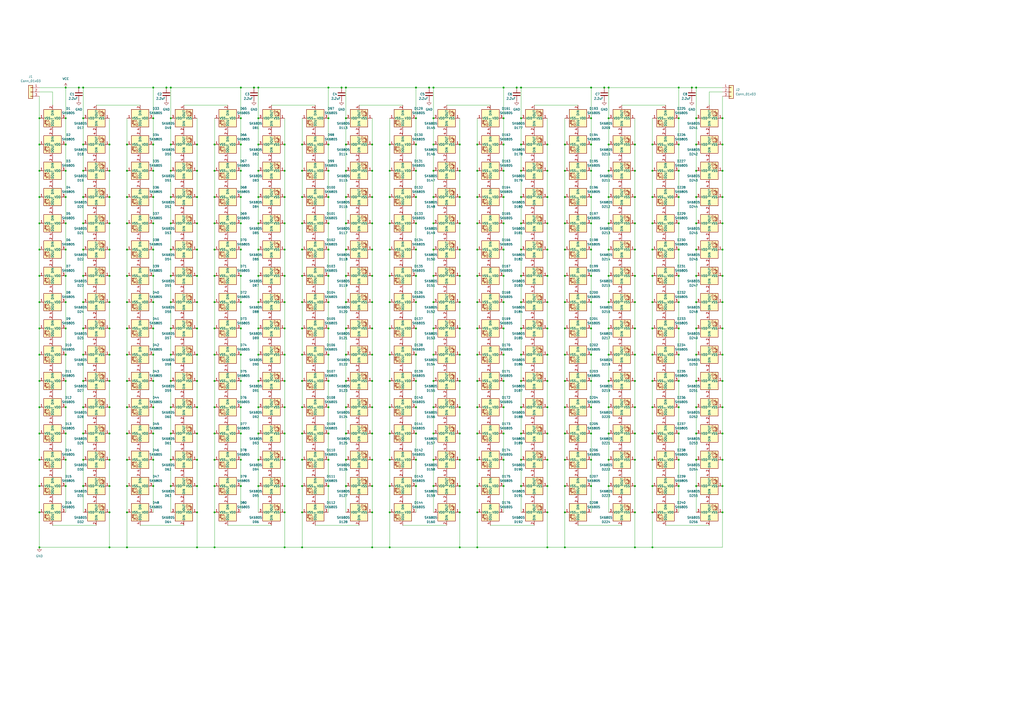
<source format=kicad_sch>
(kicad_sch (version 20250114) (generator "eeschema") (generator_version "9.0")
  (paper "A2")
  (junction (at 175.26 190.5))
  (junction (at 393.7 266.7))
  (junction (at 114.3 83.82))
  (junction (at 175.26 129.54))
  (junction (at 292.1 144.78))
  (junction (at 251.46 266.7))
  (junction (at 48.26 50.8))
  (junction (at 22.86 129.54))
  (junction (at 88.9 83.82))
  (junction (at 114.3 175.26))
  (junction (at 200.66 144.78))
  (junction (at 353.06 175.26))
  (junction (at 302.26 220.98))
  (junction (at 251.46 251.46))
  (junction (at 165.1 266.7))
  (junction (at 251.46 83.82))
  (junction (at 165.1 160.02))
  (junction (at 73.66 190.5))
  (junction (at 419.1 266.7))
  (junction (at 63.5 175.26))
  (junction (at 200.66 205.74))
  (junction (at 124.46 297.18))
  (junction (at 99.06 144.78))
  (junction (at 114.3 99.06))
  (junction (at 175.26 266.7))
  (junction (at 302.26 190.5))
  (junction (at 292.1 83.82))
  (junction (at 190.5 190.5))
  (junction (at 302.26 114.3))
  (junction (at 276.86 297.18))
  (junction (at 124.46 205.74))
  (junction (at 114.3 205.74))
  (junction (at 317.5 129.54))
  (junction (at 63.5 129.54))
  (junction (at 114.3 190.5))
  (junction (at 38.1 205.74))
  (junction (at 175.26 175.26))
  (junction (at 175.26 83.82))
  (junction (at 403.86 83.82))
  (junction (at 378.46 317.5))
  (junction (at 215.9 297.18))
  (junction (at 403.86 236.22))
  (junction (at 302.26 175.26))
  (junction (at 48.26 175.26))
  (junction (at 353.06 251.46))
  (junction (at 342.9 175.26))
  (junction (at 378.46 220.98))
  (junction (at 266.7 114.3))
  (junction (at 251.46 129.54))
  (junction (at 22.86 144.78))
  (junction (at 276.86 236.22))
  (junction (at 327.66 190.5))
  (junction (at 342.9 144.78))
  (junction (at 165.1 251.46))
  (junction (at 368.3 220.98))
  (junction (at 292.1 114.3))
  (junction (at 149.86 99.06))
  (junction (at 342.9 251.46))
  (junction (at 378.46 205.74))
  (junction (at 419.1 236.22))
  (junction (at 251.46 160.02))
  (junction (at 22.86 114.3))
  (junction (at 99.06 68.58))
  (junction (at 48.26 190.5))
  (junction (at 124.46 236.22))
  (junction (at 200.66 68.58))
  (junction (at 241.3 160.02))
  (junction (at 114.3 251.46))
  (junction (at 393.7 175.26))
  (junction (at 48.26 68.58))
  (junction (at 165.1 205.74))
  (junction (at 393.7 50.8))
  (junction (at 22.86 83.82))
  (junction (at 251.46 175.26))
  (junction (at 124.46 129.54))
  (junction (at 226.06 251.46))
  (junction (at 175.26 251.46))
  (junction (at 200.66 251.46))
  (junction (at 327.66 317.5))
  (junction (at 241.3 251.46))
  (junction (at 266.7 281.94))
  (junction (at 73.66 236.22))
  (junction (at 200.66 190.5))
  (junction (at 200.66 83.82))
  (junction (at 327.66 281.94))
  (junction (at 226.06 144.78))
  (junction (at 368.3 190.5))
  (junction (at 302.26 83.82))
  (junction (at 327.66 160.02))
  (junction (at 88.9 175.26))
  (junction (at 251.46 220.98))
  (junction (at 378.46 190.5))
  (junction (at 38.1 236.22))
  (junction (at 88.9 205.74))
  (junction (at 302.26 236.22))
  (junction (at 88.9 190.5))
  (junction (at 114.3 144.78))
  (junction (at 226.06 190.5))
  (junction (at 393.7 205.74))
  (junction (at 403.86 190.5))
  (junction (at 368.3 144.78))
  (junction (at 99.06 236.22))
  (junction (at 419.1 205.74))
  (junction (at 353.06 68.58))
  (junction (at 241.3 281.94))
  (junction (at 73.66 144.78))
  (junction (at 63.5 317.5))
  (junction (at 149.86 83.82))
  (junction (at 403.86 205.74))
  (junction (at 393.7 160.02))
  (junction (at 175.26 160.02))
  (junction (at 302.26 129.54))
  (junction (at 266.7 175.26))
  (junction (at 165.1 317.5))
  (junction (at 139.7 160.02))
  (junction (at 317.5 83.82))
  (junction (at 149.86 114.3))
  (junction (at 99.06 266.7))
  (junction (at 22.86 99.06))
  (junction (at 149.86 205.74))
  (junction (at 139.7 205.74))
  (junction (at 276.86 144.78))
  (junction (at 393.7 99.06))
  (junction (at 139.7 266.7))
  (junction (at 96.52 50.8))
  (junction (at 200.66 160.02))
  (junction (at 175.26 114.3))
  (junction (at 292.1 68.58))
  (junction (at 266.7 317.5))
  (junction (at 200.66 220.98))
  (junction (at 190.5 220.98))
  (junction (at 139.7 144.78))
  (junction (at 114.3 266.7))
  (junction (at 139.7 190.5))
  (junction (at 266.7 83.82))
  (junction (at 139.7 236.22))
  (junction (at 342.9 236.22))
  (junction (at 266.7 251.46))
  (junction (at 317.5 297.18))
  (junction (at 368.3 160.02))
  (junction (at 342.9 220.98))
  (junction (at 149.86 175.26))
  (junction (at 342.9 129.54))
  (junction (at 88.9 281.94))
  (junction (at 38.1 144.78))
  (junction (at 215.9 251.46))
  (junction (at 327.66 144.78))
  (junction (at 302.26 68.58))
  (junction (at 393.7 144.78))
  (junction (at 251.46 114.3))
  (junction (at 114.3 297.18))
  (junction (at 124.46 266.7))
  (junction (at 266.7 220.98))
  (junction (at 175.26 236.22))
  (junction (at 22.86 251.46))
  (junction (at 302.26 99.06))
  (junction (at 241.3 220.98))
  (junction (at 190.5 83.82))
  (junction (at 342.9 99.06))
  (junction (at 226.06 297.18))
  (junction (at 139.7 281.94))
  (junction (at 88.9 160.02))
  (junction (at 190.5 205.74))
  (junction (at 149.86 144.78))
  (junction (at 353.06 144.78))
  (junction (at 292.1 129.54))
  (junction (at 419.1 99.06))
  (junction (at 48.26 129.54))
  (junction (at 200.66 266.7))
  (junction (at 38.1 129.54))
  (junction (at 63.5 144.78))
  (junction (at 403.86 129.54))
  (junction (at 327.66 297.18))
  (junction (at 276.86 205.74))
  (junction (at 350.52 50.8))
  (junction (at 353.06 205.74))
  (junction (at 48.26 205.74))
  (junction (at 99.06 251.46))
  (junction (at 149.86 281.94))
  (junction (at 190.5 68.58))
  (junction (at 63.5 83.82))
  (junction (at 114.3 114.3))
  (junction (at 276.86 175.26))
  (junction (at 292.1 50.8))
  (junction (at 342.9 114.3))
  (junction (at 22.86 266.7))
  (junction (at 165.1 297.18))
  (junction (at 48.26 144.78))
  (junction (at 378.46 99.06))
  (junction (at 241.3 144.78))
  (junction (at 38.1 50.8))
  (junction (at 393.7 83.82))
  (junction (at 403.86 251.46))
  (junction (at 215.9 190.5))
  (junction (at 276.86 266.7))
  (junction (at 63.5 251.46))
  (junction (at 317.5 220.98))
  (junction (at 226.06 99.06))
  (junction (at 403.86 281.94))
  (junction (at 292.1 160.02))
  (junction (at 353.06 220.98))
  (junction (at 378.46 266.7))
  (junction (at 276.86 220.98))
  (junction (at 241.3 68.58))
  (junction (at 292.1 251.46))
  (junction (at 139.7 220.98))
  (junction (at 368.3 266.7))
  (junction (at 124.46 190.5))
  (junction (at 165.1 99.06))
  (junction (at 165.1 175.26))
  (junction (at 368.3 129.54))
  (junction (at 149.86 266.7))
  (junction (at 63.5 205.74))
  (junction (at 190.5 175.26))
  (junction (at 241.3 114.3))
  (junction (at 124.46 144.78))
  (junction (at 139.7 99.06))
  (junction (at 317.5 144.78))
  (junction (at 378.46 297.18))
  (junction (at 251.46 50.8))
  (junction (at 215.9 175.26))
  (junction (at 124.46 281.94))
  (junction (at 393.7 114.3))
  (junction (at 302.26 266.7))
  (junction (at 88.9 99.06))
  (junction (at 226.06 317.5))
  (junction (at 139.7 114.3))
  (junction (at 419.1 83.82))
  (junction (at 241.3 266.7))
  (junction (at 73.66 160.02))
  (junction (at 276.86 317.5))
  (junction (at 175.26 144.78))
  (junction (at 99.06 129.54))
  (junction (at 327.66 220.98))
  (junction (at 368.3 175.26))
  (junction (at 215.9 83.82))
  (junction (at 327.66 99.06))
  (junction (at 139.7 251.46))
  (junction (at 88.9 114.3))
  (junction (at 139.7 129.54))
  (junction (at 63.5 266.7))
  (junction (at 99.06 205.74))
  (junction (at 292.1 190.5))
  (junction (at 215.9 129.54))
  (junction (at 88.9 129.54))
  (junction (at 378.46 251.46))
  (junction (at 124.46 83.82))
  (junction (at 88.9 220.98))
  (junction (at 302.26 251.46))
  (junction (at 99.06 190.5))
  (junction (at 241.3 99.06))
  (junction (at 251.46 281.94))
  (junction (at 88.9 236.22))
  (junction (at 403.86 144.78))
  (junction (at 45.72 50.8))
  (junction (at 175.26 297.18))
  (junction (at 393.7 281.94))
  (junction (at 124.46 220.98))
  (junction (at 266.7 160.02))
  (junction (at 317.5 236.22))
  (junction (at 215.9 266.7))
  (junction (at 73.66 281.94))
  (junction (at 99.06 83.82))
  (junction (at 165.1 83.82))
  (junction (at 393.7 129.54))
  (junction (at 124.46 114.3))
  (junction (at 22.86 281.94))
  (junction (at 190.5 99.06))
  (junction (at 317.5 190.5))
  (junction (at 368.3 281.94))
  (junction (at 393.7 68.58))
  (junction (at 48.26 114.3))
  (junction (at 327.66 251.46))
  (junction (at 317.5 114.3))
  (junction (at 419.1 220.98))
  (junction (at 48.26 160.02))
  (junction (at 88.9 251.46))
  (junction (at 114.3 129.54))
  (junction (at 276.86 160.02))
  (junction (at 317.5 251.46))
  (junction (at 215.9 160.02))
  (junction (at 114.3 220.98))
  (junction (at 378.46 175.26))
  (junction (at 226.06 281.94))
  (junction (at 99.06 175.26))
  (junction (at 241.3 236.22))
  (junction (at 99.06 160.02))
  (junction (at 419.1 190.5))
  (junction (at 190.5 266.7))
  (junction (at 226.06 83.82))
  (junction (at 190.5 236.22))
  (junction (at 22.86 297.18))
  (junction (at 139.7 50.8))
  (junction (at 342.9 83.82))
  (junction (at 368.3 251.46))
  (junction (at 73.66 205.74))
  (junction (at 88.9 68.58))
  (junction (at 73.66 175.26))
  (junction (at 419.1 175.26))
  (junction (at 73.66 83.82))
  (junction (at 378.46 236.22))
  (junction (at 175.26 317.5))
  (junction (at 99.06 50.8))
  (junction (at 73.66 251.46))
  (junction (at 38.1 266.7))
  (junction (at 276.86 99.06))
  (junction (at 99.06 220.98))
  (junction (at 266.7 144.78))
  (junction (at 63.5 220.98))
  (junction (at 327.66 205.74))
  (junction (at 73.66 297.18))
  (junction (at 368.3 114.3))
  (junction (at 378.46 114.3))
  (junction (at 251.46 144.78))
  (junction (at 317.5 205.74))
  (junction (at 149.86 190.5))
  (junction (at 190.5 129.54))
  (junction (at 353.06 281.94))
  (junction (at 419.1 297.18))
  (junction (at 200.66 281.94))
  (junction (at 38.1 220.98))
  (junction (at 342.9 190.5))
  (junction (at 190.5 50.8))
  (junction (at 215.9 317.5))
  (junction (at 292.1 236.22))
  (junction (at 124.46 317.5))
  (junction (at 88.9 50.8))
  (junction (at 124.46 251.46))
  (junction (at 149.86 129.54))
  (junction (at 251.46 99.06))
  (junction (at 38.1 83.82))
  (junction (at 353.06 190.5))
  (junction (at 302.26 50.8))
  (junction (at 251.46 205.74))
  (junction (at 317.5 175.26))
  (junction (at 190.5 114.3))
  (junction (at 292.1 99.06))
  (junction (at 403.86 68.58))
  (junction (at 292.1 281.94))
  (junction (at 368.3 99.06))
  (junction (at 48.26 251.46))
  (junction (at 266.7 266.7))
  (junction (at 149.86 160.02))
  (junction (at 241.3 129.54))
  (junction (at 292.1 205.74))
  (junction (at 378.46 144.78))
  (junction (at 38.1 251.46))
  (junction (at 327.66 114.3))
  (junction (at 353.06 160.02))
  (junction (at 241.3 190.5))
  (junction (at 327.66 236.22))
  (junction (at 22.86 220.98))
  (junction (at 165.1 144.78))
  (junction (at 200.66 50.8))
  (junction (at 73.66 220.98))
  (junction (at 353.06 266.7))
  (junction (at 327.66 129.54))
  (junction (at 266.7 99.06))
  (junction (at 139.7 83.82))
  (junction (at 73.66 114.3))
  (junction (at 149.86 50.8))
  (junction (at 149.86 68.58))
  (junction (at 198.12 50.8))
  (junction (at 22.86 236.22))
  (junction (at 378.46 281.94))
  (junction (at 99.06 99.06))
  (junction (at 48.26 83.82))
  (junction (at 378.46 160.02))
  (junction (at 22.86 68.58))
  (junction (at 48.26 236.22))
  (junction (at 226.06 114.3))
  (junction (at 266.7 129.54))
  (junction (at 22.86 160.02))
  (junction (at 200.66 99.06))
  (junction (at 190.5 160.02))
  (junction (at 299.72 50.8))
  (junction (at 401.32 50.8))
  (junction (at 327.66 83.82))
  (junction (at 175.26 99.06))
  (junction (at 419.1 144.78))
  (junction (at 327.66 175.26))
  (junction (at 342.9 160.02))
  (junction (at 63.5 99.06))
  (junction (at 378.46 129.54))
  (junction (at 38.1 68.58))
  (junction (at 226.06 129.54))
  (junction (at 241.3 205.74))
  (junction (at 215.9 236.22))
  (junction (at 393.7 220.98))
  (junction (at 73.66 99.06))
  (junction (at 22.86 175.26))
  (junction (at 317.5 99.06))
  (junction (at 190.5 144.78))
  (junction (at 190.5 281.94))
  (junction (at 342.9 281.94))
  (junction (at 22.86 190.5))
  (junction (at 63.5 236.22))
  (junction (at 73.66 266.7))
  (junction (at 368.3 236.22))
  (junction (at 38.1 160.02))
  (junction (at 403.86 266.7))
  (junction (at 175.26 281.94))
  (junction (at 317.5 281.94))
  (junction (at 403.86 160.02))
  (junction (at 393.7 190.5))
  (junction (at 302.26 160.02))
  (junction (at 226.06 160.02))
  (junction (at 292.1 220.98))
  (junction (at 165.1 220.98))
  (junction (at 38.1 175.26))
  (junction (at 48.26 281.94))
  (junction (at 276.86 83.82))
  (junction (at 63.5 190.5))
  (junction (at 22.86 205.74))
  (junction (at 114.3 236.22))
  (junction (at 419.1 160.02))
  (junction (at 99.06 281.94))
  (junction (at 302.26 281.94))
  (junction (at 353.06 50.8))
  (junction (at 419.1 281.94))
  (junction (at 165.1 281.94))
  (junction (at 139.7 68.58))
  (junction (at 368.3 205.74))
  (junction (at 353.06 114.3))
  (junction (at 419.1 68.58))
  (junction (at 226.06 205.74))
  (junction (at 63.5 114.3))
  (junction (at 175.26 220.98))
  (junction (at 63.5 160.02))
  (junction (at 248.92 50.8))
  (junction (at 48.26 220.98))
  (junction (at 403.86 114.3))
  (junction (at 241.3 175.26))
  (junction (at 419.1 129.54))
  (junction (at 276.86 251.46))
  (junction (at 276.86 129.54))
  (junction (at 38.1 281.94))
  (junction (at 419.1 114.3))
  (junction (at 342.9 68.58))
  (junction (at 200.66 114.3))
  (junction (at 266.7 190.5))
  (junction (at 114.3 160.02))
  (junction (at 266.7 236.22))
  (junction (at 226.06 236.22))
  (junction (at 200.66 236.22))
  (junction (at 266.7 205.74))
  (junction (at 342.9 205.74))
  (junction (at 302.26 144.78))
  (junction (at 48.26 266.7))
  (junction (at 353.06 83.82))
  (junction (at 200.66 129.54))
  (junction (at 241.3 83.82))
  (junction (at 226.06 266.7))
  (junction (at 124.46 175.26))
  (junction (at 226.06 175.26))
  (junction (at 88.9 144.78))
  (junction (at 368.3 297.18))
  (junction (at 353.06 129.54))
  (junction (at 200.66 175.26))
  (junction (at 276.86 190.5))
  (junction (at 353.06 236.22))
  (junction (at 251.46 68.58))
  (junction (at 368.3 83.82))
  (junction (at 317.5 317.5))
  (junction (at 393.7 236.22))
  (junction (at 149.86 220.98))
  (junction (at 139.7 175.26))
  (junction (at 215.9 220.98))
  (junction (at 165.1 129.54))
  (junction (at 165.1 236.22))
  (junction (at 327.66 266.7))
  (junction (at 403.86 220.98))
  (junction (at 251.46 236.22))
  (junction (at 317.5 266.7))
  (junction (at 124.46 99.06))
  (junction (at 215.9 281.94))
  (junction (at 292.1 266.7))
  (junction (at 317.5 160.02))
  (junction (at 114.3 317.5))
  (junction (at 63.5 297.18))
  (junction (at 368.3 317.5))
  (junction (at 38.1 99.06))
  (junction (at 190.5 251.46))
  (junction (at 215.9 114.3))
  (junction (at 149.86 251.46))
  (junction (at 48.26 99.06))
  (junction (at 38.1 114.3))
  (junction (at 276.86 281.94))
  (junction (at 342.9 266.7))
  (junction (at 124.46 160.02))
  (junction (at 73.66 129.54))
  (junction (at 353.06 99.06))
  (junction (at 419.1 251.46))
  (junction (at 215.9 99.06))
  (junction (at 403.86 99.06))
  (junction (at 147.32 50.8))
  (junction (at 342.9 50.8))
  (junction (at 88.9 266.7))
  (junction (at 266.7 297.18))
  (junction (at 175.26 205.74))
  (junction (at 241.3 50.8))
  (junction (at 149.86 236.22))
  (junction (at 38.1 190.5))
  (junction (at 226.06 220.98))
  (junction (at 165.1 190.5))
  (junction (at 403.86 175.26))
  (junction (at 302.26 205.74))
  (junction (at 22.86 317.5))
  (junction (at 114.3 281.94))
  (junction (at 165.1 114.3))
  (junction (at 215.9 205.74))
  (junction (at 251.46 190.5))
  (junction (at 378.46 83.82))
  (junction (at 276.86 114.3))
  (junction (at 63.5 281.94))
  (junction (at 215.9 144.78))
  (junction (at 99.06 114.3))
  (junction (at 403.86 50.8))
  (junction (at 393.7 251.46))
  (junction (at 73.66 317.5))
  (junction (at 292.1 175.26))
  (wire (pts (xy 124.46 68.58) (xy 124.46 83.82)))
  (wire (pts (xy 393.7 99.06) (xy 393.7 114.3)))
  (wire (pts (xy 403.86 50.8) (xy 403.86 68.58)))
  (wire (pts (xy 63.5 114.3) (xy 63.5 99.06)))
  (wire (pts (xy 317.5 236.22) (xy 317.5 220.98)))
  (wire (pts (xy 251.46 160.02) (xy 251.46 144.78)))
  (wire (pts (xy 215.9 297.18) (xy 215.9 281.94)))
  (wire (pts (xy 266.7 251.46) (xy 266.7 236.22)))
  (wire (pts (xy 190.5 114.3) (xy 190.5 129.54)))
  (wire (pts (xy 327.66 220.98) (xy 327.66 236.22)))
  (wire (pts (xy 190.5 99.06) (xy 190.5 114.3)))
  (wire (pts (xy 368.3 160.02) (xy 368.3 144.78)))
  (wire (pts (xy 292.1 281.94) (xy 292.1 297.18)))
  (wire (pts (xy 63.5 99.06) (xy 63.5 83.82)))
  (wire (pts (xy 368.3 129.54) (xy 368.3 114.3)))
  (wire (pts (xy 419.1 99.06) (xy 419.1 83.82)))
  (wire (pts (xy 292.1 99.06) (xy 292.1 114.3)))
  (wire (pts (xy 241.3 50.8) (xy 241.3 68.58)))
  (wire (pts (xy 190.5 160.02) (xy 190.5 175.26)))
  (wire (pts (xy 368.3 251.46) (xy 368.3 236.22)))
  (wire (pts (xy 63.5 160.02) (xy 63.5 144.78)))
  (wire (pts (xy 22.86 236.22) (xy 22.86 251.46)))
  (wire (pts (xy 88.9 160.02) (xy 88.9 175.26)))
  (wire (pts (xy 335.28 304.8) (xy 360.68 304.8)))
  (wire (pts (xy 393.7 205.74) (xy 393.7 220.98)))
  (wire (pts (xy 251.46 175.26) (xy 251.46 160.02)))
  (wire (pts (xy 38.1 160.02) (xy 38.1 175.26)))
  (wire (pts (xy 368.3 236.22) (xy 368.3 220.98)))
  (wire (pts (xy 317.5 297.18) (xy 317.5 281.94)))
  (wire (pts (xy 165.1 251.46) (xy 165.1 236.22)))
  (wire (pts (xy 99.06 297.18) (xy 99.06 281.94)))
  (wire (pts (xy 266.7 236.22) (xy 266.7 220.98)))
  (wire (pts (xy 124.46 99.06) (xy 124.46 114.3)))
  (wire (pts (xy 139.7 190.5) (xy 139.7 205.74)))
  (wire (pts (xy 22.86 220.98) (xy 22.86 236.22)))
  (wire (pts (xy 22.86 99.06) (xy 22.86 114.3)))
  (wire (pts (xy 149.86 236.22) (xy 149.86 220.98)))
  (wire (pts (xy 114.3 175.26) (xy 114.3 160.02)))
  (wire (pts (xy 114.3 297.18) (xy 114.3 281.94)))
  (wire (pts (xy 241.3 266.7) (xy 241.3 281.94)))
  (wire (pts (xy 73.66 83.82) (xy 73.66 99.06)))
  (wire (pts (xy 226.06 68.58) (xy 226.06 83.82)))
  (wire (pts (xy 266.7 129.54) (xy 266.7 114.3)))
  (wire (pts (xy 276.86 160.02) (xy 276.86 175.26)))
  (wire (pts (xy 419.1 236.22) (xy 419.1 220.98)))
  (wire (pts (xy 73.66 175.26) (xy 73.66 190.5)))
  (wire (pts (xy 99.06 281.94) (xy 99.06 266.7)))
  (wire (pts (xy 165.1 83.82) (xy 165.1 68.58)))
  (wire (pts (xy 403.86 83.82) (xy 403.86 68.58)))
  (wire (pts (xy 378.46 251.46) (xy 378.46 266.7)))
  (wire (pts (xy 165.1 129.54) (xy 165.1 114.3)))
  (wire (pts (xy 353.06 114.3) (xy 353.06 99.06)))
  (wire (pts (xy 342.9 144.78) (xy 342.9 160.02)))
  (wire (pts (xy 419.1 266.7) (xy 419.1 251.46)))
  (wire (pts (xy 175.26 317.5) (xy 215.9 317.5)))
  (wire (pts (xy 88.9 99.06) (xy 88.9 114.3)))
  (wire (pts (xy 403.86 220.98) (xy 403.86 205.74)))
  (wire (pts (xy 353.06 175.26) (xy 353.06 160.02)))
  (wire (pts (xy 175.26 281.94) (xy 175.26 297.18)))
  (wire (pts (xy 175.26 251.46) (xy 175.26 266.7)))
  (wire (pts (xy 114.3 236.22) (xy 114.3 220.98)))
  (wire (pts (xy 190.5 50.8) (xy 190.5 68.58)))
  (wire (pts (xy 302.26 50.8) (xy 342.9 50.8)))
  (wire (pts (xy 342.9 114.3) (xy 342.9 129.54)))
  (wire (pts (xy 302.26 190.5) (xy 302.26 175.26)))
  (wire (pts (xy 292.1 114.3) (xy 292.1 129.54)))
  (wire (pts (xy 73.66 129.54) (xy 73.66 144.78)))
  (wire (pts (xy 378.46 175.26) (xy 378.46 190.5)))
  (wire (pts (xy 200.66 50.8) (xy 241.3 50.8)))
  (wire (pts (xy 419.1 297.18) (xy 419.1 281.94)))
  (wire (pts (xy 139.7 205.74) (xy 139.7 220.98)))
  (wire (pts (xy 302.26 50.8) (xy 302.26 68.58)))
  (wire (pts (xy 88.9 190.5) (xy 88.9 205.74)))
  (wire (pts (xy 353.06 236.22) (xy 353.06 220.98)))
  (wire (pts (xy 215.9 160.02) (xy 215.9 144.78)))
  (wire (pts (xy 190.5 251.46) (xy 190.5 266.7)))
  (wire (pts (xy 226.06 317.5) (xy 266.7 317.5)))
  (wire (pts (xy 165.1 175.26) (xy 165.1 160.02)))
  (wire (pts (xy 353.06 50.8) (xy 353.06 68.58)))
  (wire (pts (xy 88.9 220.98) (xy 88.9 236.22)))
  (wire (pts (xy 215.9 205.74) (xy 215.9 190.5)))
  (wire (pts (xy 48.26 144.78) (xy 48.26 129.54)))
  (wire (pts (xy 215.9 220.98) (xy 215.9 205.74)))
  (wire (pts (xy 124.46 251.46) (xy 124.46 266.7)))
  (wire (pts (xy 403.86 160.02) (xy 403.86 144.78)))
  (wire (pts (xy 393.7 114.3) (xy 393.7 129.54)))
  (wire (pts (xy 266.7 266.7) (xy 266.7 251.46)))
  (wire (pts (xy 139.7 236.22) (xy 139.7 251.46)))
  (wire (pts (xy 226.06 83.82) (xy 226.06 99.06)))
  (wire (pts (xy 251.46 114.3) (xy 251.46 99.06)))
  (wire (pts (xy 88.9 175.26) (xy 88.9 190.5)))
  (wire (pts (xy 251.46 251.46) (xy 251.46 236.22)))
  (wire (pts (xy 22.86 205.74) (xy 22.86 220.98)))
  (wire (pts (xy 299.72 50.8) (xy 302.26 50.8)))
  (wire (pts (xy 48.26 251.46) (xy 48.26 236.22)))
  (wire (pts (xy 22.86 83.82) (xy 22.86 99.06)))
  (wire (pts (xy 226.06 114.3) (xy 226.06 129.54)))
  (wire (pts (xy 88.9 236.22) (xy 88.9 251.46)))
  (wire (pts (xy 266.7 160.02) (xy 266.7 144.78)))
  (wire (pts (xy 241.3 83.82) (xy 241.3 99.06)))
  (wire (pts (xy 342.9 220.98) (xy 342.9 236.22)))
  (wire (pts (xy 139.7 175.26) (xy 139.7 190.5)))
  (wire (pts (xy 63.5 220.98) (xy 63.5 205.74)))
  (wire (pts (xy 419.1 53.34) (xy 411.48 53.34)))
  (wire (pts (xy 393.7 281.94) (xy 393.7 297.18)))
  (wire (pts (xy 124.46 160.02) (xy 124.46 175.26)))
  (wire (pts (xy 276.86 68.58) (xy 276.86 83.82)))
  (wire (pts (xy 63.5 251.46) (xy 63.5 236.22)))
  (wire (pts (xy 63.5 281.94) (xy 63.5 266.7)))
  (wire (pts (xy 317.5 266.7) (xy 317.5 251.46)))
  (wire (pts (xy 190.5 220.98) (xy 190.5 236.22)))
  (wire (pts (xy 393.7 144.78) (xy 393.7 160.02)))
  (wire (pts (xy 175.26 68.58) (xy 175.26 83.82)))
  (wire (pts (xy 226.06 144.78) (xy 226.06 160.02)))
  (wire (pts (xy 292.1 251.46) (xy 292.1 266.7)))
  (wire (pts (xy 124.46 297.18) (xy 124.46 317.5)))
  (wire (pts (xy 368.3 297.18) (xy 368.3 317.5)))
  (wire (pts (xy 241.3 144.78) (xy 241.3 160.02)))
  (wire (pts (xy 124.46 175.26) (xy 124.46 190.5)))
  (wire (pts (xy 368.3 205.74) (xy 368.3 190.5)))
  (wire (pts (xy 342.9 160.02) (xy 342.9 175.26)))
  (wire (pts (xy 353.06 266.7) (xy 353.06 251.46)))
  (wire (pts (xy 276.86 297.18) (xy 276.86 317.5)))
  (wire (pts (xy 215.9 281.94) (xy 215.9 266.7)))
  (wire (pts (xy 88.9 129.54) (xy 88.9 144.78)))
  (wire (pts (xy 327.66 266.7) (xy 327.66 281.94)))
  (wire (pts (xy 292.1 160.02) (xy 292.1 175.26)))
  (wire (pts (xy 63.5 297.18) (xy 63.5 317.5)))
  (wire (pts (xy 241.3 220.98) (xy 241.3 236.22)))
  (wire (pts (xy 419.1 175.26) (xy 419.1 160.02)))
  (wire (pts (xy 190.5 175.26) (xy 190.5 190.5)))
  (wire (pts (xy 401.32 50.8) (xy 403.86 50.8)))
  (wire (pts (xy 251.46 281.94) (xy 251.46 266.7)))
  (wire (pts (xy 342.9 99.06) (xy 342.9 114.3)))
  (wire (pts (xy 38.1 220.98) (xy 38.1 236.22)))
  (wire (pts (xy 175.26 160.02) (xy 175.26 175.26)))
  (wire (pts (xy 309.88 60.96) (xy 335.28 60.96)))
  (wire (pts (xy 378.46 160.02) (xy 378.46 175.26)))
  (wire (pts (xy 149.86 160.02) (xy 149.86 144.78)))
  (wire (pts (xy 342.9 129.54) (xy 342.9 144.78)))
  (wire (pts (xy 114.3 160.02) (xy 114.3 144.78)))
  (wire (pts (xy 368.3 83.82) (xy 368.3 68.58)))
  (wire (pts (xy 403.86 281.94) (xy 403.86 266.7)))
  (wire (pts (xy 139.7 266.7) (xy 139.7 281.94)))
  (wire (pts (xy 276.86 266.7) (xy 276.86 281.94)))
  (wire (pts (xy 48.26 281.94) (xy 48.26 266.7)))
  (wire (pts (xy 266.7 175.26) (xy 266.7 160.02)))
  (wire (pts (xy 251.46 50.8) (xy 292.1 50.8)))
  (wire (pts (xy 317.5 317.5) (xy 327.66 317.5)))
  (wire (pts (xy 241.3 114.3) (xy 241.3 129.54)))
  (wire (pts (xy 327.66 281.94) (xy 327.66 297.18)))
  (wire (pts (xy 73.66 160.02) (xy 73.66 175.26)))
  (wire (pts (xy 393.7 68.58) (xy 393.7 83.82)))
  (wire (pts (xy 175.26 205.74) (xy 175.26 220.98)))
  (wire (pts (xy 292.1 266.7) (xy 292.1 281.94)))
  (wire (pts (xy 342.9 251.46) (xy 342.9 266.7)))
  (wire (pts (xy 241.3 129.54) (xy 241.3 144.78)))
  (wire (pts (xy 38.1 281.94) (xy 38.1 297.18)))
  (wire (pts (xy 342.9 68.58) (xy 342.9 83.82)))
  (wire (pts (xy 22.86 144.78) (xy 22.86 160.02)))
  (wire (pts (xy 342.9 190.5) (xy 342.9 205.74)))
  (wire (pts (xy 165.1 160.02) (xy 165.1 144.78)))
  (wire (pts (xy 139.7 114.3) (xy 139.7 129.54)))
  (wire (pts (xy 259.08 60.96) (xy 284.48 60.96)))
  (wire (pts (xy 276.86 83.82) (xy 276.86 99.06)))
  (wire (pts (xy 226.06 175.26) (xy 226.06 190.5)))
  (wire (pts (xy 368.3 317.5) (xy 378.46 317.5)))
  (wire (pts (xy 353.06 205.74) (xy 353.06 190.5)))
  (wire (pts (xy 22.86 50.8) (xy 38.1 50.8)))
  (wire (pts (xy 22.86 129.54) (xy 22.86 144.78)))
  (wire (pts (xy 317.5 99.06) (xy 317.5 83.82)))
  (wire (pts (xy 350.52 50.8) (xy 353.06 50.8)))
  (wire (pts (xy 317.5 251.46) (xy 317.5 236.22)))
  (wire (pts (xy 124.46 83.82) (xy 124.46 99.06)))
  (wire (pts (xy 48.26 190.5) (xy 48.26 175.26)))
  (wire (pts (xy 327.66 251.46) (xy 327.66 266.7)))
  (wire (pts (xy 368.3 190.5) (xy 368.3 175.26)))
  (wire (pts (xy 368.3 266.7) (xy 368.3 251.46)))
  (wire (pts (xy 215.9 114.3) (xy 215.9 99.06)))
  (wire (pts (xy 302.26 160.02) (xy 302.26 144.78)))
  (wire (pts (xy 38.1 68.58) (xy 38.1 83.82)))
  (wire (pts (xy 190.5 83.82) (xy 190.5 99.06)))
  (wire (pts (xy 378.46 144.78) (xy 378.46 160.02)))
  (wire (pts (xy 22.86 175.26) (xy 22.86 190.5)))
  (wire (pts (xy 99.06 144.78) (xy 99.06 129.54)))
  (wire (pts (xy 226.06 266.7) (xy 226.06 281.94)))
  (wire (pts (xy 226.06 190.5) (xy 226.06 205.74)))
  (wire (pts (xy 96.52 50.8) (xy 99.06 50.8)))
  (wire (pts (xy 292.1 50.8) (xy 299.72 50.8)))
  (wire (pts (xy 190.5 266.7) (xy 190.5 281.94)))
  (wire (pts (xy 276.86 220.98) (xy 276.86 236.22)))
  (wire (pts (xy 198.12 50.8) (xy 200.66 50.8)))
  (wire (pts (xy 403.86 251.46) (xy 403.86 236.22)))
  (wire (pts (xy 266.7 144.78) (xy 266.7 129.54)))
  (wire (pts (xy 22.86 266.7) (xy 22.86 281.94)))
  (wire (pts (xy 88.9 205.74) (xy 88.9 220.98)))
  (wire (pts (xy 378.46 205.74) (xy 378.46 220.98)))
  (wire (pts (xy 149.86 114.3) (xy 149.86 99.06)))
  (wire (pts (xy 302.26 220.98) (xy 302.26 205.74)))
  (wire (pts (xy 241.3 50.8) (xy 248.92 50.8)))
  (wire (pts (xy 200.66 190.5) (xy 200.66 175.26)))
  (wire (pts (xy 88.9 83.82) (xy 88.9 99.06)))
  (wire (pts (xy 241.3 68.58) (xy 241.3 83.82)))
  (wire (pts (xy 139.7 83.82) (xy 139.7 99.06)))
  (wire (pts (xy 88.9 251.46) (xy 88.9 266.7)))
  (wire (pts (xy 165.1 144.78) (xy 165.1 129.54)))
  (wire (pts (xy 88.9 50.8) (xy 96.52 50.8)))
  (wire (pts (xy 175.26 99.06) (xy 175.26 114.3)))
  (wire (pts (xy 276.86 317.5) (xy 317.5 317.5)))
  (wire (pts (xy 302.26 297.18) (xy 302.26 281.94)))
  (wire (pts (xy 99.06 266.7) (xy 99.06 251.46)))
  (wire (pts (xy 149.86 175.26) (xy 149.86 160.02)))
  (wire (pts (xy 215.9 129.54) (xy 215.9 114.3)))
  (wire (pts (xy 124.46 220.98) (xy 124.46 236.22)))
  (wire (pts (xy 251.46 99.06) (xy 251.46 83.82)))
  (wire (pts (xy 73.66 251.46) (xy 73.66 266.7)))
  (wire (pts (xy 327.66 236.22) (xy 327.66 251.46)))
  (wire (pts (xy 393.7 220.98) (xy 393.7 236.22)))
  (wire (pts (xy 73.66 317.5) (xy 114.3 317.5)))
  (wire (pts (xy 48.26 175.26) (xy 48.26 160.02)))
  (wire (pts (xy 302.26 205.74) (xy 302.26 190.5)))
  (wire (pts (xy 48.26 99.06) (xy 48.26 83.82)))
  (wire (pts (xy 22.86 55.88) (xy 22.86 68.58)))
  (wire (pts (xy 368.3 297.18) (xy 368.3 281.94)))
  (wire (pts (xy 48.26 114.3) (xy 48.26 99.06)))
  (wire (pts (xy 38.1 205.74) (xy 38.1 220.98)))
  (wire (pts (xy 149.86 83.82) (xy 149.86 68.58)))
  (wire (pts (xy 292.1 83.82) (xy 292.1 99.06)))
  (wire (pts (xy 149.86 297.18) (xy 149.86 281.94)))
  (wire (pts (xy 165.1 114.3) (xy 165.1 99.06)))
  (wire (pts (xy 30.48 53.34) (xy 22.86 53.34)))
  (wire (pts (xy 226.06 160.02) (xy 226.06 175.26)))
  (wire (pts (xy 175.26 220.98) (xy 175.26 236.22)))
  (wire (pts (xy 302.26 99.06) (xy 302.26 83.82)))
  (wire (pts (xy 139.7 281.94) (xy 139.7 297.18)))
  (wire (pts (xy 419.1 83.82) (xy 419.1 68.58)))
  (wire (pts (xy 327.66 160.02) (xy 327.66 175.26)))
  (wire (pts (xy 226.06 99.06) (xy 226.06 114.3)))
  (wire (pts (xy 215.9 83.82) (xy 215.9 68.58)))
  (wire (pts (xy 386.08 304.8) (xy 411.48 304.8)))
  (wire (pts (xy 292.1 190.5) (xy 292.1 205.74)))
  (wire (pts (xy 139.7 50.8) (xy 139.7 68.58)))
  (wire (pts (xy 378.46 99.06) (xy 378.46 114.3)))
  (wire (pts (xy 73.66 68.58) (xy 73.66 83.82)))
  (wire (pts (xy 342.9 83.82) (xy 342.9 99.06)))
  (wire (pts (xy 22.86 281.94) (xy 22.86 297.18)))
  (wire (pts (xy 251.46 83.82) (xy 251.46 68.58)))
  (wire (pts (xy 403.86 205.74) (xy 403.86 190.5)))
  (wire (pts (xy 139.7 50.8) (xy 147.32 50.8)))
  (wire (pts (xy 149.86 281.94) (xy 149.86 266.7)))
  (wire (pts (xy 99.06 251.46) (xy 99.06 236.22)))
  (wire (pts (xy 175.26 236.22) (xy 175.26 251.46)))
  (wire (pts (xy 22.86 297.18) (xy 22.86 317.5)))
  (wire (pts (xy 317.5 175.26) (xy 317.5 160.02)))
  (wire (pts (xy 393.7 160.02) (xy 393.7 175.26)))
  (wire (pts (xy 55.88 60.96) (xy 81.28 60.96)))
  (wire (pts (xy 165.1 99.06) (xy 165.1 83.82)))
  (wire (pts (xy 190.5 129.54) (xy 190.5 144.78)))
  (wire (pts (xy 368.3 281.94) (xy 368.3 266.7)))
  (wire (pts (xy 302.26 144.78) (xy 302.26 129.54)))
  (wire (pts (xy 63.5 144.78) (xy 63.5 129.54)))
  (wire (pts (xy 38.1 50.8) (xy 45.72 50.8)))
  (wire (pts (xy 276.86 190.5) (xy 276.86 205.74)))
  (wire (pts (xy 226.06 281.94) (xy 226.06 297.18)))
  (wire (pts (xy 114.3 129.54) (xy 114.3 114.3)))
  (wire (pts (xy 175.26 144.78) (xy 175.26 160.02)))
  (wire (pts (xy 360.68 60.96) (xy 386.08 60.96)))
  (wire (pts (xy 241.3 99.06) (xy 241.3 114.3)))
  (wire (pts (xy 99.06 205.74) (xy 99.06 190.5)))
  (wire (pts (xy 378.46 220.98) (xy 378.46 236.22)))
  (wire (pts (xy 276.86 205.74) (xy 276.86 220.98)))
  (wire (pts (xy 175.26 175.26) (xy 175.26 190.5)))
  (wire (pts (xy 38.1 190.5) (xy 38.1 205.74)))
  (wire (pts (xy 99.06 160.02) (xy 99.06 144.78)))
  (wire (pts (xy 88.9 68.58) (xy 88.9 83.82)))
  (wire (pts (xy 200.66 251.46) (xy 200.66 236.22)))
  (wire (pts (xy 73.66 236.22) (xy 73.66 251.46)))
  (wire (pts (xy 149.86 50.8) (xy 190.5 50.8)))
  (wire (pts (xy 276.86 236.22) (xy 276.86 251.46)))
  (wire (pts (xy 106.68 60.96) (xy 132.08 60.96)))
  (wire (pts (xy 353.06 160.02) (xy 353.06 144.78)))
  (wire (pts (xy 157.48 60.96) (xy 182.88 60.96)))
  (wire (pts (xy 73.66 297.18) (xy 73.66 317.5)))
  (wire (pts (xy 73.66 190.5) (xy 73.66 205.74)))
  (wire (pts (xy 22.86 190.5) (xy 22.86 205.74)))
  (wire (pts (xy 226.06 205.74) (xy 226.06 220.98)))
  (wire (pts (xy 73.66 220.98) (xy 73.66 236.22)))
  (wire (pts (xy 292.1 220.98) (xy 292.1 236.22)))
  (wire (pts (xy 139.7 99.06) (xy 139.7 114.3)))
  (wire (pts (xy 403.86 190.5) (xy 403.86 175.26)))
  (wire (pts (xy 342.9 175.26) (xy 342.9 190.5)))
  (wire (pts (xy 419.1 55.88) (xy 419.1 68.58)))
  (wire (pts (xy 284.48 304.8) (xy 309.88 304.8)))
  (wire (pts (xy 99.06 175.26) (xy 99.06 160.02)))
  (wire (pts (xy 38.1 50.8) (xy 38.1 68.58)))
  (wire (pts (xy 190.5 236.22) (xy 190.5 251.46)))
  (wire (pts (xy 368.3 99.06) (xy 368.3 83.82)))
  (wire (pts (xy 165.1 266.7) (xy 165.1 251.46)))
  (wire (pts (xy 302.26 266.7) (xy 302.26 251.46)))
  (wire (pts (xy 38.1 129.54) (xy 38.1 144.78)))
  (wire (pts (xy 403.86 129.54) (xy 403.86 114.3)))
  (wire (pts (xy 393.7 129.54) (xy 393.7 144.78)))
  (wire (pts (xy 327.66 83.82) (xy 327.66 99.06)))
  (wire (pts (xy 251.46 129.54) (xy 251.46 114.3)))
  (wire (pts (xy 149.86 129.54) (xy 149.86 114.3)))
  (wire (pts (xy 215.9 99.06) (xy 215.9 83.82)))
  (wire (pts (xy 342.9 281.94) (xy 342.9 297.18)))
  (wire (pts (xy 165.1 236.22) (xy 165.1 220.98)))
  (wire (pts (xy 317.5 160.02) (xy 317.5 144.78)))
  (wire (pts (xy 73.66 99.06) (xy 73.66 114.3)))
  (wire (pts (xy 251.46 205.74) (xy 251.46 190.5)))
  (wire (pts (xy 165.1 317.5) (xy 175.26 317.5)))
  (wire (pts (xy 393.7 236.22) (xy 393.7 251.46)))
  (wire (pts (xy 276.86 144.78) (xy 276.86 160.02)))
  (wire (pts (xy 266.7 220.98) (xy 266.7 205.74)))
  (wire (pts (xy 251.46 190.5) (xy 251.46 175.26)))
  (wire (pts (xy 342.9 236.22) (xy 342.9 251.46)))
  (wire (pts (xy 190.5 205.74) (xy 190.5 220.98)))
  (wire (pts (xy 38.1 144.78) (xy 38.1 160.02)))
  (wire (pts (xy 251.46 144.78) (xy 251.46 129.54)))
  (wire (pts (xy 403.86 99.06) (xy 403.86 83.82)))
  (wire (pts (xy 88.9 144.78) (xy 88.9 160.02)))
  (wire (pts (xy 353.06 251.46) (xy 353.06 236.22)))
  (wire (pts (xy 353.06 83.82) (xy 353.06 68.58)))
  (wire (pts (xy 48.26 220.98) (xy 48.26 205.74)))
  (wire (pts (xy 182.88 304.8) (xy 208.28 304.8)))
  (wire (pts (xy 200.66 83.82) (xy 200.66 68.58)))
  (wire (pts (xy 368.3 220.98) (xy 368.3 205.74)))
  (wire (pts (xy 241.3 160.02) (xy 241.3 175.26)))
  (wire (pts (xy 378.46 236.22) (xy 378.46 251.46)))
  (wire (pts (xy 99.06 50.8) (xy 99.06 68.58)))
  (wire (pts (xy 200.66 50.8) (xy 200.66 68.58)))
  (wire (pts (xy 226.06 236.22) (xy 226.06 251.46)))
  (wire (pts (xy 190.5 68.58) (xy 190.5 83.82)))
  (wire (pts (xy 22.86 251.46) (xy 22.86 266.7)))
  (wire (pts (xy 88.9 50.8) (xy 88.9 68.58)))
  (wire (pts (xy 99.06 190.5) (xy 99.06 175.26)))
  (wire (pts (xy 251.46 266.7) (xy 251.46 251.46)))
  (wire (pts (xy 81.28 304.8) (xy 106.68 304.8)))
  (wire (pts (xy 200.66 175.26) (xy 200.66 160.02)))
  (wire (pts (xy 63.5 175.26) (xy 63.5 160.02)))
  (wire (pts (xy 215.9 297.18) (xy 215.9 317.5)))
  (wire (pts (xy 353.06 144.78) (xy 353.06 129.54)))
  (wire (pts (xy 165.1 205.74) (xy 165.1 190.5)))
  (wire (pts (xy 419.1 114.3) (xy 419.1 99.06)))
  (wire (pts (xy 276.86 251.46) (xy 276.86 266.7)))
  (wire (pts (xy 63.5 205.74) (xy 63.5 190.5)))
  (wire (pts (xy 292.1 175.26) (xy 292.1 190.5)))
  (wire (pts (xy 200.66 144.78) (xy 200.66 129.54)))
  (wire (pts (xy 190.5 50.8) (xy 198.12 50.8)))
  (wire (pts (xy 208.28 60.96) (xy 233.68 60.96)))
  (wire (pts (xy 200.66 160.02) (xy 200.66 144.78)))
  (wire (pts (xy 327.66 99.06) (xy 327.66 114.3)))
  (wire (pts (xy 215.9 317.5) (xy 226.06 317.5)))
  (wire (pts (xy 353.06 220.98) (xy 353.06 205.74)))
  (wire (pts (xy 22.86 68.58) (xy 22.86 83.82)))
  (wire (pts (xy 353.06 129.54) (xy 353.06 114.3)))
  (wire (pts (xy 149.86 50.8) (xy 149.86 68.58)))
  (wire (pts (xy 419.1 160.02) (xy 419.1 144.78)))
  (wire (pts (xy 393.7 175.26) (xy 393.7 190.5)))
  (wire (pts (xy 403.86 236.22) (xy 403.86 220.98)))
  (wire (pts (xy 165.1 281.94) (xy 165.1 266.7)))
  (wire (pts (xy 266.7 190.5) (xy 266.7 175.26)))
  (wire (pts (xy 302.26 175.26) (xy 302.26 160.02)))
  (wire (pts (xy 241.3 236.22) (xy 241.3 251.46)))
  (wire (pts (xy 30.48 60.96) (xy 30.48 53.34)))
  (wire (pts (xy 114.3 190.5) (xy 114.3 175.26)))
  (wire (pts (xy 317.5 114.3) (xy 317.5 99.06)))
  (wire (pts (xy 327.66 175.26) (xy 327.66 190.5)))
  (wire (pts (xy 393.7 190.5) (xy 393.7 205.74)))
  (wire (pts (xy 327.66 190.5) (xy 327.66 205.74)))
  (wire (pts (xy 99.06 83.82) (xy 99.06 68.58)))
  (wire (pts (xy 165.1 297.18) (xy 165.1 317.5)))
  (wire (pts (xy 292.1 50.8) (xy 292.1 68.58)))
  (wire (pts (xy 317.5 144.78) (xy 317.5 129.54)))
  (wire (pts (xy 149.86 251.46) (xy 149.86 236.22)))
  (wire (pts (xy 241.3 251.46) (xy 241.3 266.7)))
  (wire (pts (xy 302.26 83.82) (xy 302.26 68.58)))
  (wire (pts (xy 251.46 236.22) (xy 251.46 220.98)))
  (wire (pts (xy 149.86 205.74) (xy 149.86 190.5)))
  (wire (pts (xy 226.06 251.46) (xy 226.06 266.7)))
  (wire (pts (xy 393.7 251.46) (xy 393.7 266.7)))
  (wire (pts (xy 175.26 129.54) (xy 175.26 144.78)))
  (wire (pts (xy 200.66 99.06) (xy 200.66 83.82)))
  (wire (pts (xy 251.46 220.98) (xy 251.46 205.74)))
  (wire (pts (xy 327.66 297.18) (xy 327.66 317.5)))
  (wire (pts (xy 139.7 220.98) (xy 139.7 236.22)))
  (wire (pts (xy 73.66 114.3) (xy 73.66 129.54)))
  (wire (pts (xy 403.86 266.7) (xy 403.86 251.46)))
  (wire (pts (xy 38.1 236.22) (xy 38.1 251.46)))
  (wire (pts (xy 292.1 129.54) (xy 292.1 144.78)))
  (wire (pts (xy 88.9 114.3) (xy 88.9 129.54)))
  (wire (pts (xy 302.26 236.22) (xy 302.26 220.98)))
  (wire (pts (xy 233.68 304.8) (xy 259.08 304.8)))
  (wire (pts (xy 226.06 297.18) (xy 226.06 317.5)))
  (wire (pts (xy 411.48 53.34) (xy 411.48 60.96)))
  (wire (pts (xy 266.7 297.18) (xy 266.7 317.5)))
  (wire (pts (xy 353.06 99.06) (xy 353.06 83.82)))
  (wire (pts (xy 190.5 190.5) (xy 190.5 205.74)))
  (wire (pts (xy 327.66 68.58) (xy 327.66 83.82)))
  (wire (pts (xy 292.1 205.74) (xy 292.1 220.98)))
  (wire (pts (xy 317.5 281.94) (xy 317.5 266.7)))
  (wire (pts (xy 124.46 144.78) (xy 124.46 160.02)))
  (wire (pts (xy 63.5 266.7) (xy 63.5 251.46)))
  (wire (pts (xy 276.86 99.06) (xy 276.86 114.3)))
  (wire (pts (xy 393.7 266.7) (xy 393.7 281.94)))
  (wire (pts (xy 38.1 114.3) (xy 38.1 129.54)))
  (wire (pts (xy 63.5 236.22) (xy 63.5 220.98)))
  (wire (pts (xy 114.3 114.3) (xy 114.3 99.06)))
  (wire (pts (xy 368.3 144.78) (xy 368.3 129.54)))
  (wire (pts (xy 139.7 160.02) (xy 139.7 175.26)))
  (wire (pts (xy 292.1 144.78) (xy 292.1 160.02)))
  (wire (pts (xy 419.1 205.74) (xy 419.1 190.5)))
  (wire (pts (xy 292.1 68.58) (xy 292.1 83.82)))
  (wire (pts (xy 48.26 297.18) (xy 48.26 281.94)))
  (wire (pts (xy 342.9 205.74) (xy 342.9 220.98)))
  (wire (pts (xy 419.1 220.98) (xy 419.1 205.74)))
  (wire (pts (xy 200.66 114.3) (xy 200.66 99.06)))
  (wire (pts (xy 342.9 50.8) (xy 350.52 50.8)))
  (wire (pts (xy 215.9 266.7) (xy 215.9 251.46)))
  (wire (pts (xy 368.3 114.3) (xy 368.3 99.06)))
  (wire (pts (xy 139.7 144.78) (xy 139.7 160.02)))
  (wire (pts (xy 147.32 50.8) (xy 149.86 50.8)))
  (wire (pts (xy 200.66 205.74) (xy 200.66 190.5)))
  (wire (pts (xy 73.66 281.94) (xy 73.66 297.18)))
  (wire (pts (xy 378.46 266.7) (xy 378.46 281.94)))
  (wire (pts (xy 317.5 220.98) (xy 317.5 205.74)))
  (wire (pts (xy 175.26 83.82) (xy 175.26 99.06)))
  (wire (pts (xy 378.46 83.82) (xy 378.46 99.06)))
  (wire (pts (xy 175.26 114.3) (xy 175.26 129.54)))
  (wire (pts (xy 149.86 266.7) (xy 149.86 251.46)))
  (wire (pts (xy 327.66 317.5) (xy 368.3 317.5)))
  (wire (pts (xy 302.26 129.54) (xy 302.26 114.3)))
  (wire (pts (xy 302.26 114.3) (xy 302.26 99.06)))
  (wire (pts (xy 353.06 281.94) (xy 353.06 266.7)))
  (wire (pts (xy 132.08 304.8) (xy 157.48 304.8)))
  (wire (pts (xy 302.26 251.46) (xy 302.26 236.22)))
  (wire (pts (xy 124.46 317.5) (xy 165.1 317.5)))
  (wire (pts (xy 63.5 190.5) (xy 63.5 175.26)))
  (wire (pts (xy 266.7 281.94) (xy 266.7 266.7)))
  (wire (pts (xy 226.06 129.54) (xy 226.06 144.78)))
  (wire (pts (xy 266.7 114.3) (xy 266.7 99.06)))
  (wire (pts (xy 419.1 190.5) (xy 419.1 175.26)))
  (wire (pts (xy 327.66 144.78) (xy 327.66 160.02)))
  (wire (pts (xy 368.3 175.26) (xy 368.3 160.02)))
  (wire (pts (xy 175.26 266.7) (xy 175.26 281.94)))
  (wire (pts (xy 327.66 205.74) (xy 327.66 220.98)))
  (wire (pts (xy 200.66 266.7) (xy 200.66 251.46)))
  (wire (pts (xy 342.9 266.7) (xy 342.9 281.94)))
  (wire (pts (xy 393.7 50.8) (xy 401.32 50.8)))
  (wire (pts (xy 215.9 144.78) (xy 215.9 129.54)))
  (wire (pts (xy 149.86 220.98) (xy 149.86 205.74)))
  (wire (pts (xy 38.1 266.7) (xy 38.1 281.94)))
  (wire (pts (xy 149.86 99.06) (xy 149.86 83.82)))
  (wire (pts (xy 124.46 114.3) (xy 124.46 129.54)))
  (wire (pts (xy 22.86 160.02) (xy 22.86 175.26)))
  (wire (pts (xy 114.3 83.82) (xy 114.3 68.58)))
  (wire (pts (xy 200.66 297.18) (xy 200.66 281.94)))
  (wire (pts (xy 114.3 205.74) (xy 114.3 190.5)))
  (wire (pts (xy 48.26 266.7) (xy 48.26 251.46)))
  (wire (pts (xy 99.06 220.98) (xy 99.06 205.74)))
  (wire (pts (xy 63.5 297.18) (xy 63.5 281.94)))
  (wire (pts (xy 419.1 297.18) (xy 419.1 317.5)))
  (wire (pts (xy 378.46 281.94) (xy 378.46 297.18)))
  (wire (pts (xy 241.3 281.94) (xy 241.3 297.18)))
  (wire (pts (xy 317.5 297.18) (xy 317.5 317.5)))
  (wire (pts (xy 215.9 236.22) (xy 215.9 220.98)))
  (wire (pts (xy 317.5 205.74) (xy 317.5 190.5)))
  (wire (pts (xy 114.3 317.5) (xy 124.46 317.5)))
  (wire (pts (xy 353.06 50.8) (xy 393.7 50.8)))
  (wire (pts (xy 226.06 220.98) (xy 226.06 236.22)))
  (wire (pts (xy 266.7 317.5) (xy 276.86 317.5)))
  (wire (pts (xy 124.46 129.54) (xy 124.46 144.78)))
  (wire (pts (xy 200.66 129.54) (xy 200.66 114.3)))
  (wire (pts (xy 251.46 297.18) (xy 251.46 281.94)))
  (wire (pts (xy 327.66 114.3) (xy 327.66 129.54)))
  (wire (pts (xy 419.1 129.54) (xy 419.1 114.3)))
  (wire (pts (xy 302.26 281.94) (xy 302.26 266.7)))
  (wire (pts (xy 114.3 281.94) (xy 114.3 266.7)))
  (wire (pts (xy 48.26 83.82) (xy 48.26 68.58)))
  (wire (pts (xy 175.26 297.18) (xy 175.26 317.5)))
  (wire (pts (xy 73.66 266.7) (xy 73.66 281.94)))
  (wire (pts (xy 276.86 281.94) (xy 276.86 297.18)))
  (wire (pts (xy 99.06 50.8) (xy 139.7 50.8)))
  (wire (pts (xy 215.9 251.46) (xy 215.9 236.22)))
  (wire (pts (xy 342.9 50.8) (xy 342.9 68.58)))
  (wire (pts (xy 378.46 68.58) (xy 378.46 83.82)))
  (wire (pts (xy 48.26 205.74) (xy 48.26 190.5)))
  (wire (pts (xy 403.86 297.18) (xy 403.86 281.94)))
  (wire (pts (xy 99.06 236.22) (xy 99.06 220.98)))
  (wire (pts (xy 393.7 83.82) (xy 393.7 99.06)))
  (wire (pts (xy 251.46 50.8) (xy 251.46 68.58)))
  (wire (pts (xy 165.1 297.18) (xy 165.1 281.94)))
  (wire (pts (xy 200.66 220.98) (xy 200.66 205.74)))
  (wire (pts (xy 266.7 99.06) (xy 266.7 83.82)))
  (wire (pts (xy 317.5 129.54) (xy 317.5 114.3)))
  (wire (pts (xy 73.66 205.74) (xy 73.66 220.98)))
  (wire (pts (xy 48.26 129.54) (xy 48.26 114.3)))
  (wire (pts (xy 403.86 175.26) (xy 403.86 160.02)))
  (wire (pts (xy 48.26 50.8) (xy 88.9 50.8)))
  (wire (pts (xy 88.9 281.94) (xy 88.9 297.18)))
  (wire (pts (xy 114.3 297.18) (xy 114.3 317.5)))
  (wire (pts (xy 378.46 297.18) (xy 378.46 317.5)))
  (wire (pts (xy 48.26 50.8) (xy 48.26 68.58)))
  (wire (pts (xy 63.5 317.5) (xy 73.66 317.5)))
  (wire (pts (xy 403.86 50.8) (xy 419.1 50.8)))
  (wire (pts (xy 266.7 205.74) (xy 266.7 190.5)))
  (wire (pts (xy 124.46 266.7) (xy 124.46 281.94)))
  (wire (pts (xy 38.1 99.06) (xy 38.1 114.3)))
  (wire (pts (xy 215.9 190.5) (xy 215.9 175.26)))
  (wire (pts (xy 73.66 144.78) (xy 73.66 160.02)))
  (wire (pts (xy 139.7 68.58) (xy 139.7 83.82)))
  (wire (pts (xy 48.26 160.02) (xy 48.26 144.78)))
  (wire (pts (xy 317.5 190.5) (xy 317.5 175.26)))
  (wire (pts (xy 266.7 297.18) (xy 266.7 281.94)))
  (wire (pts (xy 99.06 99.06) (xy 99.06 83.82)))
  (wire (pts (xy 114.3 220.98) (xy 114.3 205.74)))
  (wire (pts (xy 241.3 190.5) (xy 241.3 205.74)))
  (wire (pts (xy 99.06 114.3) (xy 99.06 99.06)))
  (wire (pts (xy 190.5 144.78) (xy 190.5 160.02)))
  (wire (pts (xy 139.7 129.54) (xy 139.7 144.78)))
  (wire (pts (xy 139.7 251.46) (xy 139.7 266.7)))
  (wire (pts (xy 88.9 266.7) (xy 88.9 281.94)))
  (wire (pts (xy 419.1 144.78) (xy 419.1 129.54)))
  (wire (pts (xy 276.86 129.54) (xy 276.86 144.78)))
  (wire (pts (xy 149.86 190.5) (xy 149.86 175.26)))
  (wire (pts (xy 403.86 114.3) (xy 403.86 99.06)))
  (wire (pts (xy 38.1 83.82) (xy 38.1 99.06)))
  (wire (pts (xy 38.1 251.46) (xy 38.1 266.7)))
  (wire (pts (xy 276.86 175.26) (xy 276.86 190.5)))
  (wire (pts (xy 419.1 251.46) (xy 419.1 236.22)))
  (wire (pts (xy 378.46 114.3) (xy 378.46 129.54)))
  (wire (pts (xy 124.46 236.22) (xy 124.46 251.46)))
  (wire (pts (xy 124.46 205.74) (xy 124.46 220.98)))
  (wire (pts (xy 393.7 50.8) (xy 393.7 68.58)))
  (wire (pts (xy 190.5 281.94) (xy 190.5 297.18)))
  (wire (pts (xy 353.06 297.18) (xy 353.06 281.94)))
  (wire (pts (xy 149.86 144.78) (xy 149.86 129.54)))
  (wire (pts (xy 353.06 190.5) (xy 353.06 175.26)))
  (wire (pts (xy 38.1 175.26) (xy 38.1 190.5)))
  (wire (pts (xy 22.86 114.3) (xy 22.86 129.54)))
  (wire (pts (xy 165.1 220.98) (xy 165.1 205.74)))
  (wire (pts (xy 317.5 83.82) (xy 317.5 68.58)))
  (wire (pts (xy 215.9 175.26) (xy 215.9 160.02)))
  (wire (pts (xy 124.46 190.5) (xy 124.46 205.74)))
  (wire (pts (xy 114.3 99.06) (xy 114.3 83.82)))
  (wire (pts (xy 200.66 281.94) (xy 200.66 266.7)))
  (wire (pts (xy 45.72 50.8) (xy 48.26 50.8)))
  (wire (pts (xy 419.1 281.94) (xy 419.1 266.7)))
  (wire (pts (xy 248.92 50.8) (xy 251.46 50.8)))
  (wire (pts (xy 30.48 304.8) (xy 55.88 304.8)))
  (wire (pts (xy 200.66 236.22) (xy 200.66 220.98)))
  (wire (pts (xy 403.86 144.78) (xy 403.86 129.54)))
  (wire (pts (xy 99.06 129.54) (xy 99.06 114.3)))
  (wire (pts (xy 241.3 175.26) (xy 241.3 190.5)))
  (wire (pts (xy 124.46 281.94) (xy 124.46 297.18)))
  (wire (pts (xy 48.26 236.22) (xy 48.26 220.98)))
  (wire (pts (xy 175.26 190.5) (xy 175.26 205.74)))
  (wire (pts (xy 114.3 266.7) (xy 114.3 251.46)))
  (wire (pts (xy 241.3 205.74) (xy 241.3 220.98)))
  (wire (pts (xy 292.1 236.22) (xy 292.1 251.46)))
  (wire (pts (xy 378.46 129.54) (xy 378.46 144.78)))
  (wire (pts (xy 266.7 83.82) (xy 266.7 68.58)))
  (wire (pts (xy 63.5 83.82) (xy 63.5 68.58)))
  (wire (pts (xy 276.86 114.3) (xy 276.86 129.54)))
  (wire (pts (xy 378.46 190.5) (xy 378.46 205.74)))
  (wire (pts (xy 114.3 144.78) (xy 114.3 129.54)))
  (wire (pts (xy 63.5 129.54) (xy 63.5 114.3)))
  (wire (pts (xy 114.3 251.46) (xy 114.3 236.22)))
  (wire (pts (xy 378.46 317.5) (xy 419.1 317.5)))
  (wire (pts (xy 327.66 129.54) (xy 327.66 144.78)))
  (wire (pts (xy 165.1 190.5) (xy 165.1 175.26)))
  (wire (pts (xy 22.86 317.5) (xy 63.5 317.5)))
  (symbol (lib_id "Device:C") (at 45.72 54.61 0) (mirror y) (unit 1)
    (property "Reference" "C1" (at 43.18 54.61 0) (effects (justify left)))
    (property "Value" "2.2uF" (at 45.212 57.15 0) (effects (justify left)))
    (property "Footprint" "Capacitor_SMD:C_0402_1005Metric" (effects (hide yes)))
    (property "Description" "Unpolarized capacitor" (effects (hide yes)))
    (property "LCSC" "C12530" (effects (hide yes)))
  )
  (symbol (lib_id "LED:SK6812") (at 208.28 175.26 90) (unit 1)
    (property "Reference" "D120" (at 199.136 180.848 90))
    (property "Value" "SK6805" (at 199.136 178.308 90))
    (property "Footprint" "Custom:SK6805-EC14" (effects (hide yes)))
    (property "Datasheet" "https://cdn-shop.adafruit.com/product-files/5849/SK6805-EC10-000_REV.01_EN.pdf" (effects (hide yes)))
    (property "Description" "RGB LED with integrated controller" (effects (hide yes)))
    (property "LCSC" "C2909055" (effects (hide yes)))
  )
  (symbol (lib_id "LED:SK6812") (at 233.68 266.7 270) (unit 1)
    (property "Reference" "D142" (at 242.824 261.112 90))
    (property "Value" "SK6805" (at 242.824 263.652 90))
    (property "Footprint" "Custom:SK6805-EC14" (effects (hide yes)))
    (property "Datasheet" "https://cdn-shop.adafruit.com/product-files/5849/SK6805-EC10-000_REV.01_EN.pdf" (effects (hide yes)))
    (property "Description" "RGB LED with integrated controller" (effects (hide yes)))
    (property "LCSC" "C2909055" (effects (hide yes)))
  )
  (symbol (lib_id "LED:SK6812") (at 132.08 160.02 270) (unit 1)
    (property "Reference" "D71" (at 141.224 154.432 90))
    (property "Value" "SK6805" (at 141.224 156.972 90))
    (property "Footprint" "Custom:SK6805-EC14" (effects (hide yes)))
    (property "Datasheet" "https://cdn-shop.adafruit.com/product-files/5849/SK6805-EC10-000_REV.01_EN.pdf" (effects (hide yes)))
    (property "Description" "RGB LED with integrated controller" (effects (hide yes)))
    (property "LCSC" "C2909055" (effects (hide yes)))
  )
  (symbol (lib_id "LED:SK6812") (at 30.48 129.54 270) (unit 1)
    (property "Reference" "D5" (at 39.624 123.952 90))
    (property "Value" "SK6805" (at 39.624 126.492 90))
    (property "Footprint" "Custom:SK6805-EC14" (effects (hide yes)))
    (property "Datasheet" "https://cdn-shop.adafruit.com/product-files/5849/SK6805-EC10-000_REV.01_EN.pdf" (effects (hide yes)))
    (property "Description" "RGB LED with integrated controller" (effects (hide yes)))
    (property "LCSC" "C2909055" (effects (hide yes)))
  )
  (symbol (lib_id "LED:SK6812") (at 233.68 251.46 270) (unit 1)
    (property "Reference" "D141" (at 242.824 245.872 90))
    (property "Value" "SK6805" (at 242.824 248.412 90))
    (property "Footprint" "Custom:SK6805-EC14" (effects (hide yes)))
    (property "Datasheet" "https://cdn-shop.adafruit.com/product-files/5849/SK6805-EC10-000_REV.01_EN.pdf" (effects (hide yes)))
    (property "Description" "RGB LED with integrated controller" (effects (hide yes)))
    (property "LCSC" "C2909055" (effects (hide yes)))
  )
  (symbol (lib_id "LED:SK6812") (at 55.88 175.26 90) (unit 1)
    (property "Reference" "D24" (at 46.736 180.848 90))
    (property "Value" "SK6805" (at 46.736 178.308 90))
    (property "Footprint" "Custom:SK6805-EC14" (effects (hide yes)))
    (property "Datasheet" "https://cdn-shop.adafruit.com/product-files/5849/SK6805-EC10-000_REV.01_EN.pdf" (effects (hide yes)))
    (property "Description" "RGB LED with integrated controller" (effects (hide yes)))
    (property "LCSC" "C2909055" (effects (hide yes)))
  )
  (symbol (lib_id "LED:SK6812") (at 284.48 297.18 270) (unit 1)
    (property "Reference" "D176" (at 293.624 291.592 90))
    (property "Value" "SK6805" (at 293.624 294.132 90))
    (property "Footprint" "Custom:SK6805-EC14" (effects (hide yes)))
    (property "Datasheet" "https://cdn-shop.adafruit.com/product-files/5849/SK6805-EC10-000_REV.01_EN.pdf" (effects (hide yes)))
    (property "Description" "RGB LED with integrated controller" (effects (hide yes)))
    (property "LCSC" "C2909055" (effects (hide yes)))
  )
  (symbol (lib_id "LED:SK6812") (at 386.08 175.26 270) (unit 1)
    (property "Reference" "D232" (at 395.224 169.672 90))
    (property "Value" "SK6805" (at 395.224 172.212 90))
    (property "Footprint" "Custom:SK6805-EC14" (effects (hide yes)))
    (property "Datasheet" "https://cdn-shop.adafruit.com/product-files/5849/SK6805-EC10-000_REV.01_EN.pdf" (effects (hide yes)))
    (property "Description" "RGB LED with integrated controller" (effects (hide yes)))
    (property "LCSC" "C2909055" (effects (hide yes)))
  )
  (symbol (lib_id "LED:SK6812") (at 132.08 190.5 270) (unit 1)
    (property "Reference" "D73" (at 141.224 184.912 90))
    (property "Value" "SK6805" (at 141.224 187.452 90))
    (property "Footprint" "Custom:SK6805-EC14" (effects (hide yes)))
    (property "Datasheet" "https://cdn-shop.adafruit.com/product-files/5849/SK6805-EC10-000_REV.01_EN.pdf" (effects (hide yes)))
    (property "Description" "RGB LED with integrated controller" (effects (hide yes)))
    (property "LCSC" "C2909055" (effects (hide yes)))
  )
  (symbol (lib_id "LED:SK6812") (at 30.48 114.3 270) (unit 1)
    (property "Reference" "D4" (at 39.624 108.712 90))
    (property "Value" "SK6805" (at 39.624 111.252 90))
    (property "Footprint" "Custom:SK6805-EC14" (effects (hide yes)))
    (property "Datasheet" "https://cdn-shop.adafruit.com/product-files/5849/SK6805-EC10-000_REV.01_EN.pdf" (effects (hide yes)))
    (property "Description" "RGB LED with integrated controller" (effects (hide yes)))
    (property "LCSC" "C2909055" (effects (hide yes)))
  )
  (symbol (lib_id "LED:SK6812") (at 411.48 144.78 90) (unit 1)
    (property "Reference" "D246" (at 402.336 150.368 90))
    (property "Value" "SK6805" (at 402.336 147.828 90))
    (property "Footprint" "Custom:SK6805-EC14" (effects (hide yes)))
    (property "Datasheet" "https://cdn-shop.adafruit.com/product-files/5849/SK6805-EC10-000_REV.01_EN.pdf" (effects (hide yes)))
    (property "Description" "RGB LED with integrated controller" (effects (hide yes)))
    (property "LCSC" "C2909055" (effects (hide yes)))
  )
  (symbol (lib_id "LED:SK6812") (at 284.48 220.98 270) (unit 1)
    (property "Reference" "D171" (at 293.624 215.392 90))
    (property "Value" "SK6805" (at 293.624 217.932 90))
    (property "Footprint" "Custom:SK6805-EC14" (effects (hide yes)))
    (property "Datasheet" "https://cdn-shop.adafruit.com/product-files/5849/SK6805-EC10-000_REV.01_EN.pdf" (effects (hide yes)))
    (property "Description" "RGB LED with integrated controller" (effects (hide yes)))
    (property "LCSC" "C2909055" (effects (hide yes)))
  )
  (symbol (lib_id "LED:SK6812") (at 81.28 83.82 270) (unit 1)
    (property "Reference" "D34" (at 90.424 78.232 90))
    (property "Value" "SK6805" (at 90.424 80.772 90))
    (property "Footprint" "Custom:SK6805-EC14" (effects (hide yes)))
    (property "Datasheet" "https://cdn-shop.adafruit.com/product-files/5849/SK6805-EC10-000_REV.01_EN.pdf" (effects (hide yes)))
    (property "Description" "RGB LED with integrated controller" (effects (hide yes)))
    (property "LCSC" "C2909055" (effects (hide yes)))
  )
  (symbol (lib_id "LED:SK6812") (at 386.08 68.58 270) (unit 1)
    (property "Reference" "D225" (at 395.224 62.992 90))
    (property "Value" "SK6805" (at 395.224 65.532 90))
    (property "Footprint" "Custom:SK6805-EC14" (effects (hide yes)))
    (property "Datasheet" "https://cdn-shop.adafruit.com/product-files/5849/SK6805-EC10-000_REV.01_EN.pdf" (effects (hide yes)))
    (property "Description" "RGB LED with integrated controller" (effects (hide yes)))
    (property "LCSC" "C2909055" (effects (hide yes)))
  )
  (symbol (lib_id "Device:C") (at 96.52 54.61 0) (mirror y) (unit 1)
    (property "Reference" "C2" (at 93.98 54.61 0) (effects (justify left)))
    (property "Value" "2.2uF" (at 96.012 57.15 0) (effects (justify left)))
    (property "Footprint" "Capacitor_SMD:C_0402_1005Metric" (effects (hide yes)))
    (property "Description" "Unpolarized capacitor" (effects (hide yes)))
    (property "LCSC" "C12530" (effects (hide yes)))
  )
  (symbol (lib_id "LED:SK6812") (at 233.68 205.74 270) (unit 1)
    (property "Reference" "D138" (at 242.824 200.152 90))
    (property "Value" "SK6805" (at 242.824 202.692 90))
    (property "Footprint" "Custom:SK6805-EC14" (effects (hide yes)))
    (property "Datasheet" "https://cdn-shop.adafruit.com/product-files/5849/SK6805-EC10-000_REV.01_EN.pdf" (effects (hide yes)))
    (property "Description" "RGB LED with integrated controller" (effects (hide yes)))
    (property "LCSC" "C2909055" (effects (hide yes)))
  )
  (symbol (lib_id "Device:C") (at 299.72 54.61 0) (mirror y) (unit 1)
    (property "Reference" "C6" (at 297.18 54.61 0) (effects (justify left)))
    (property "Value" "2.2uF" (at 299.212 57.15 0) (effects (justify left)))
    (property "Footprint" "Capacitor_SMD:C_0402_1005Metric" (effects (hide yes)))
    (property "Description" "Unpolarized capacitor" (effects (hide yes)))
    (property "LCSC" "C12530" (effects (hide yes)))
  )
  (symbol (lib_id "LED:SK6812") (at 335.28 190.5 270) (unit 1)
    (property "Reference" "D201" (at 344.424 184.912 90))
    (property "Value" "SK6805" (at 344.424 187.452 90))
    (property "Footprint" "Custom:SK6805-EC14" (effects (hide yes)))
    (property "Datasheet" "https://cdn-shop.adafruit.com/product-files/5849/SK6805-EC10-000_REV.01_EN.pdf" (effects (hide yes)))
    (property "Description" "RGB LED with integrated controller" (effects (hide yes)))
    (property "LCSC" "C2909055" (effects (hide yes)))
  )
  (symbol (lib_id "LED:SK6812") (at 81.28 129.54 270) (unit 1)
    (property "Reference" "D37" (at 90.424 123.952 90))
    (property "Value" "SK6805" (at 90.424 126.492 90))
    (property "Footprint" "Custom:SK6805-EC14" (effects (hide yes)))
    (property "Datasheet" "https://cdn-shop.adafruit.com/product-files/5849/SK6805-EC10-000_REV.01_EN.pdf" (effects (hide yes)))
    (property "Description" "RGB LED with integrated controller" (effects (hide yes)))
    (property "LCSC" "C2909055" (effects (hide yes)))
  )
  (symbol (lib_id "LED:SK6812") (at 55.88 236.22 90) (unit 1)
    (property "Reference" "D28" (at 46.736 241.808 90))
    (property "Value" "SK6805" (at 46.736 239.268 90))
    (property "Footprint" "Custom:SK6805-EC14" (effects (hide yes)))
    (property "Datasheet" "https://cdn-shop.adafruit.com/product-files/5849/SK6805-EC10-000_REV.01_EN.pdf" (effects (hide yes)))
    (property "Description" "RGB LED with integrated controller" (effects (hide yes)))
    (property "LCSC" "C2909055" (effects (hide yes)))
  )
  (symbol (lib_id "LED:SK6812") (at 106.68 205.74 90) (unit 1)
    (property "Reference" "D58" (at 97.536 211.328 90))
    (property "Value" "SK6805" (at 97.536 208.788 90))
    (property "Footprint" "Custom:SK6805-EC14" (effects (hide yes)))
    (property "Datasheet" "https://cdn-shop.adafruit.com/product-files/5849/SK6805-EC10-000_REV.01_EN.pdf" (effects (hide yes)))
    (property "Description" "RGB LED with integrated controller" (effects (hide yes)))
    (property "LCSC" "C2909055" (effects (hide yes)))
  )
  (symbol (lib_id "LED:SK6812") (at 106.68 144.78 90) (unit 1)
    (property "Reference" "D54" (at 97.536 150.368 90))
    (property "Value" "SK6805" (at 97.536 147.828 90))
    (property "Footprint" "Custom:SK6805-EC14" (effects (hide yes)))
    (property "Datasheet" "https://cdn-shop.adafruit.com/product-files/5849/SK6805-EC10-000_REV.01_EN.pdf" (effects (hide yes)))
    (property "Description" "RGB LED with integrated controller" (effects (hide yes)))
    (property "LCSC" "C2909055" (effects (hide yes)))
  )
  (symbol (lib_id "LED:SK6812") (at 411.48 175.26 90) (unit 1)
    (property "Reference" "D248" (at 402.336 180.848 90))
    (property "Value" "SK6805" (at 402.336 178.308 90))
    (property "Footprint" "Custom:SK6805-EC14" (effects (hide yes)))
    (property "Datasheet" "https://cdn-shop.adafruit.com/product-files/5849/SK6805-EC10-000_REV.01_EN.pdf" (effects (hide yes)))
    (property "Description" "RGB LED with integrated controller" (effects (hide yes)))
    (property "LCSC" "C2909055" (effects (hide yes)))
  )
  (symbol (lib_id "LED:SK6812") (at 360.68 68.58 90) (unit 1)
    (property "Reference" "D209" (at 351.536 74.168 90))
    (property "Value" "SK6805" (at 351.536 71.628 90))
    (property "Footprint" "Custom:SK6805-EC14" (effects (hide yes)))
    (property "Datasheet" "https://cdn-shop.adafruit.com/product-files/5849/SK6805-EC10-000_REV.01_EN.pdf" (effects (hide yes)))
    (property "Description" "RGB LED with integrated controller" (effects (hide yes)))
    (property "LCSC" "C2909055" (effects (hide yes)))
  )
  (symbol (lib_id "LED:SK6812") (at 81.28 266.7 270) (unit 1)
    (property "Reference" "D46" (at 90.424 261.112 90))
    (property "Value" "SK6805" (at 90.424 263.652 90))
    (property "Footprint" "Custom:SK6805-EC14" (effects (hide yes)))
    (property "Datasheet" "https://cdn-shop.adafruit.com/product-files/5849/SK6805-EC10-000_REV.01_EN.pdf" (effects (hide yes)))
    (property "Description" "RGB LED with integrated controller" (effects (hide yes)))
    (property "LCSC" "C2909055" (effects (hide yes)))
  )
  (symbol (lib_id "LED:SK6812") (at 360.68 205.74 90) (unit 1)
    (property "Reference" "D218" (at 351.536 211.328 90))
    (property "Value" "SK6805" (at 351.536 208.788 90))
    (property "Footprint" "Custom:SK6805-EC14" (effects (hide yes)))
    (property "Datasheet" "https://cdn-shop.adafruit.com/product-files/5849/SK6805-EC10-000_REV.01_EN.pdf" (effects (hide yes)))
    (property "Description" "RGB LED with integrated controller" (effects (hide yes)))
    (property "LCSC" "C2909055" (effects (hide yes)))
  )
  (symbol (lib_id "Connector_Generic:Conn_01x03") (at 424.18 53.34 0) (unit 1)
    (property "Reference" "J2" (at 426.72 52.0699 0) (effects (justify left)))
    (property "Value" "Conn_01x03" (at 426.72 54.6099 0) (effects (justify left)))
    (property "Footprint" "Custom:WS2812-conn-oneside" (effects (hide yes)))
    (property "Description" "Generic connector, single row, 01x03, script generated (kicad-library-utils/schlib/autogen/connector/)" (effects (hide yes)))
  )
  (symbol (lib_id "LED:SK6812") (at 132.08 266.7 270) (unit 1)
    (property "Reference" "D78" (at 141.224 261.112 90))
    (property "Value" "SK6805" (at 141.224 263.652 90))
    (property "Footprint" "Custom:SK6805-EC14" (effects (hide yes)))
    (property "Datasheet" "https://cdn-shop.adafruit.com/product-files/5849/SK6805-EC10-000_REV.01_EN.pdf" (effects (hide yes)))
    (property "Description" "RGB LED with integrated controller" (effects (hide yes)))
    (property "LCSC" "C2909055" (effects (hide yes)))
  )
  (symbol (lib_id "LED:SK6812") (at 132.08 205.74 270) (unit 1)
    (property "Reference" "D74" (at 141.224 200.152 90))
    (property "Value" "SK6805" (at 141.224 202.692 90))
    (property "Footprint" "Custom:SK6805-EC14" (effects (hide yes)))
    (property "Datasheet" "https://cdn-shop.adafruit.com/product-files/5849/SK6805-EC10-000_REV.01_EN.pdf" (effects (hide yes)))
    (property "Description" "RGB LED with integrated controller" (effects (hide yes)))
    (property "LCSC" "C2909055" (effects (hide yes)))
  )
  (symbol (lib_id "LED:SK6812") (at 55.88 68.58 90) (unit 1)
    (property "Reference" "D17" (at 46.736 74.168 90))
    (property "Value" "SK6805" (at 46.736 71.628 90))
    (property "Footprint" "Custom:SK6805-EC14" (effects (hide yes)))
    (property "Datasheet" "https://cdn-shop.adafruit.com/product-files/5849/SK6805-EC10-000_REV.01_EN.pdf" (effects (hide yes)))
    (property "Description" "RGB LED with integrated controller" (effects (hide yes)))
    (property "LCSC" "C2909055" (effects (hide yes)))
  )
  (symbol (lib_id "LED:SK6812") (at 30.48 236.22 270) (unit 1)
    (property "Reference" "D12" (at 39.624 230.632 90))
    (property "Value" "SK6805" (at 39.624 233.172 90))
    (property "Footprint" "Custom:SK6805-EC14" (effects (hide yes)))
    (property "Datasheet" "https://cdn-shop.adafruit.com/product-files/5849/SK6805-EC10-000_REV.01_EN.pdf" (effects (hide yes)))
    (property "Description" "RGB LED with integrated controller" (effects (hide yes)))
    (property "LCSC" "C2909055" (effects (hide yes)))
  )
  (symbol (lib_id "LED:SK6812") (at 284.48 190.5 270) (unit 1)
    (property "Reference" "D169" (at 293.624 184.912 90))
    (property "Value" "SK6805" (at 293.624 187.452 90))
    (property "Footprint" "Custom:SK6805-EC14" (effects (hide yes)))
    (property "Datasheet" "https://cdn-shop.adafruit.com/product-files/5849/SK6805-EC10-000_REV.01_EN.pdf" (effects (hide yes)))
    (property "Description" "RGB LED with integrated controller" (effects (hide yes)))
    (property "LCSC" "C2909055" (effects (hide yes)))
  )
  (symbol (lib_id "LED:SK6812") (at 411.48 68.58 90) (unit 1)
    (property "Reference" "D241" (at 402.336 74.168 90))
    (property "Value" "SK6805" (at 402.336 71.628 90))
    (property "Footprint" "Custom:SK6805-EC14" (effects (hide yes)))
    (property "Datasheet" "https://cdn-shop.adafruit.com/product-files/5849/SK6805-EC10-000_REV.01_EN.pdf" (effects (hide yes)))
    (property "Description" "RGB LED with integrated controller" (effects (hide yes)))
    (property "LCSC" "C2909055" (effects (hide yes)))
  )
  (symbol (lib_id "LED:SK6812") (at 386.08 281.94 270) (unit 1)
    (property "Reference" "D239" (at 395.224 276.352 90))
    (property "Value" "SK6805" (at 395.224 278.892 90))
    (property "Footprint" "Custom:SK6805-EC14" (effects (hide yes)))
    (property "Datasheet" "https://cdn-shop.adafruit.com/product-files/5849/SK6805-EC10-000_REV.01_EN.pdf" (effects (hide yes)))
    (property "Description" "RGB LED with integrated controller" (effects (hide yes)))
    (property "LCSC" "C2909055" (effects (hide yes)))
  )
  (symbol (lib_id "Device:C") (at 248.92 54.61 0) (mirror y) (unit 1)
    (property "Reference" "C5" (at 246.38 54.61 0) (effects (justify left)))
    (property "Value" "2.2uF" (at 248.412 57.15 0) (effects (justify left)))
    (property "Footprint" "Capacitor_SMD:C_0402_1005Metric" (effects (hide yes)))
    (property "Description" "Unpolarized capacitor" (effects (hide yes)))
    (property "LCSC" "C12530" (effects (hide yes)))
  )
  (symbol (lib_id "LED:SK6812") (at 360.68 297.18 90) (unit 1)
    (property "Reference" "D224" (at 351.536 302.768 90))
    (property "Value" "SK6805" (at 351.536 300.228 90))
    (property "Footprint" "Custom:SK6805-EC14" (effects (hide yes)))
    (property "Datasheet" "https://cdn-shop.adafruit.com/product-files/5849/SK6805-EC10-000_REV.01_EN.pdf" (effects (hide yes)))
    (property "Description" "RGB LED with integrated controller" (effects (hide yes)))
    (property "LCSC" "C2909055" (effects (hide yes)))
  )
  (symbol (lib_id "LED:SK6812") (at 386.08 190.5 270) (unit 1)
    (property "Reference" "D233" (at 395.224 184.912 90))
    (property "Value" "SK6805" (at 395.224 187.452 90))
    (property "Footprint" "Custom:SK6805-EC14" (effects (hide yes)))
    (property "Datasheet" "https://cdn-shop.adafruit.com/product-files/5849/SK6805-EC10-000_REV.01_EN.pdf" (effects (hide yes)))
    (property "Description" "RGB LED with integrated controller" (effects (hide yes)))
    (property "LCSC" "C2909055" (effects (hide yes)))
  )
  (symbol (lib_id "LED:SK6812") (at 106.68 190.5 90) (unit 1)
    (property "Reference" "D57" (at 97.536 196.088 90))
    (property "Value" "SK6805" (at 97.536 193.548 90))
    (property "Footprint" "Custom:SK6805-EC14" (effects (hide yes)))
    (property "Datasheet" "https://cdn-shop.adafruit.com/product-files/5849/SK6805-EC10-000_REV.01_EN.pdf" (effects (hide yes)))
    (property "Description" "RGB LED with integrated controller" (effects (hide yes)))
    (property "LCSC" "C2909055" (effects (hide yes)))
  )
  (symbol (lib_id "LED:SK6812") (at 233.68 297.18 270) (unit 1)
    (property "Reference" "D144" (at 242.824 291.592 90))
    (property "Value" "SK6805" (at 242.824 294.132 90))
    (property "Footprint" "Custom:SK6805-EC14" (effects (hide yes)))
    (property "Datasheet" "https://cdn-shop.adafruit.com/product-files/5849/SK6805-EC10-000_REV.01_EN.pdf" (effects (hide yes)))
    (property "Description" "RGB LED with integrated controller" (effects (hide yes)))
    (property "LCSC" "C2909055" (effects (hide yes)))
  )
  (symbol (lib_id "LED:SK6812") (at 335.28 83.82 270) (unit 1)
    (property "Reference" "D194" (at 344.424 78.232 90))
    (property "Value" "SK6805" (at 344.424 80.772 90))
    (property "Footprint" "Custom:SK6805-EC14" (effects (hide yes)))
    (property "Datasheet" "https://cdn-shop.adafruit.com/product-files/5849/SK6805-EC10-000_REV.01_EN.pdf" (effects (hide yes)))
    (property "Description" "RGB LED with integrated controller" (effects (hide yes)))
    (property "LCSC" "C2909055" (effects (hide yes)))
  )
  (symbol (lib_id "LED:SK6812") (at 259.08 83.82 90) (unit 1)
    (property "Reference" "D146" (at 249.936 89.408 90))
    (property "Value" "SK6805" (at 249.936 86.868 90))
    (property "Footprint" "Custom:SK6805-EC14" (effects (hide yes)))
    (property "Datasheet" "https://cdn-shop.adafruit.com/product-files/5849/SK6805-EC10-000_REV.01_EN.pdf" (effects (hide yes)))
    (property "Description" "RGB LED with integrated controller" (effects (hide yes)))
    (property "LCSC" "C2909055" (effects (hide yes)))
  )
  (symbol (lib_id "LED:SK6812") (at 335.28 160.02 270) (unit 1)
    (property "Reference" "D199" (at 344.424 154.432 90))
    (property "Value" "SK6805" (at 344.424 156.972 90))
    (property "Footprint" "Custom:SK6805-EC14" (effects (hide yes)))
    (property "Datasheet" "https://cdn-shop.adafruit.com/product-files/5849/SK6805-EC10-000_REV.01_EN.pdf" (effects (hide yes)))
    (property "Description" "RGB LED with integrated controller" (effects (hide yes)))
    (property "LCSC" "C2909055" (effects (hide yes)))
  )
  (symbol (lib_id "LED:SK6812") (at 233.68 99.06 270) (unit 1)
    (property "Reference" "D131" (at 242.824 93.472 90))
    (property "Value" "SK6805" (at 242.824 96.012 90))
    (property "Footprint" "Custom:SK6805-EC14" (effects (hide yes)))
    (property "Datasheet" "https://cdn-shop.adafruit.com/product-files/5849/SK6805-EC10-000_REV.01_EN.pdf" (effects (hide yes)))
    (property "Description" "RGB LED with integrated controller" (effects (hide yes)))
    (property "LCSC" "C2909055" (effects (hide yes)))
  )
  (symbol (lib_id "LED:SK6812") (at 233.68 236.22 270) (unit 1)
    (property "Reference" "D140" (at 242.824 230.632 90))
    (property "Value" "SK6805" (at 242.824 233.172 90))
    (property "Footprint" "Custom:SK6805-EC14" (effects (hide yes)))
    (property "Datasheet" "https://cdn-shop.adafruit.com/product-files/5849/SK6805-EC10-000_REV.01_EN.pdf" (effects (hide yes)))
    (property "Description" "RGB LED with integrated controller" (effects (hide yes)))
    (property "LCSC" "C2909055" (effects (hide yes)))
  )
  (symbol (lib_id "LED:SK6812") (at 106.68 129.54 90) (unit 1)
    (property "Reference" "D53" (at 97.536 135.128 90))
    (property "Value" "SK6805" (at 97.536 132.588 90))
    (property "Footprint" "Custom:SK6805-EC14" (effects (hide yes)))
    (property "Datasheet" "https://cdn-shop.adafruit.com/product-files/5849/SK6805-EC10-000_REV.01_EN.pdf" (effects (hide yes)))
    (property "Description" "RGB LED with integrated controller" (effects (hide yes)))
    (property "LCSC" "C2909055" (effects (hide yes)))
  )
  (symbol (lib_id "LED:SK6812") (at 208.28 236.22 90) (unit 1)
    (property "Reference" "D124" (at 199.136 241.808 90))
    (property "Value" "SK6805" (at 199.136 239.268 90))
    (property "Footprint" "Custom:SK6805-EC14" (effects (hide yes)))
    (property "Datasheet" "https://cdn-shop.adafruit.com/product-files/5849/SK6805-EC10-000_REV.01_EN.pdf" (effects (hide yes)))
    (property "Description" "RGB LED with integrated controller" (effects (hide yes)))
    (property "LCSC" "C2909055" (effects (hide yes)))
  )
  (symbol (lib_id "LED:SK6812") (at 335.28 205.74 270) (unit 1)
    (property "Reference" "D202" (at 344.424 200.152 90))
    (property "Value" "SK6805" (at 344.424 202.692 90))
    (property "Footprint" "Custom:SK6805-EC14" (effects (hide yes)))
    (property "Datasheet" "https://cdn-shop.adafruit.com/product-files/5849/SK6805-EC10-000_REV.01_EN.pdf" (effects (hide yes)))
    (property "Description" "RGB LED with integrated controller" (effects (hide yes)))
    (property "LCSC" "C2909055" (effects (hide yes)))
  )
  (symbol (lib_id "LED:SK6812") (at 284.48 251.46 270) (unit 1)
    (property "Reference" "D173" (at 293.624 245.872 90))
    (property "Value" "SK6805" (at 293.624 248.412 90))
    (property "Footprint" "Custom:SK6805-EC14" (effects (hide yes)))
    (property "Datasheet" "https://cdn-shop.adafruit.com/product-files/5849/SK6805-EC10-000_REV.01_EN.pdf" (effects (hide yes)))
    (property "Description" "RGB LED with integrated controller" (effects (hide yes)))
    (property "LCSC" "C2909055" (effects (hide yes)))
  )
  (symbol (lib_id "LED:SK6812") (at 81.28 205.74 270) (unit 1)
    (property "Reference" "D42" (at 90.424 200.152 90))
    (property "Value" "SK6805" (at 90.424 202.692 90))
    (property "Footprint" "Custom:SK6805-EC14" (effects (hide yes)))
    (property "Datasheet" "https://cdn-shop.adafruit.com/product-files/5849/SK6805-EC10-000_REV.01_EN.pdf" (effects (hide yes)))
    (property "Description" "RGB LED with integrated controller" (effects (hide yes)))
    (property "LCSC" "C2909055" (effects (hide yes)))
  )
  (symbol (lib_id "LED:SK6812") (at 30.48 160.02 270) (unit 1)
    (property "Reference" "D7" (at 39.624 154.432 90))
    (property "Value" "SK6805" (at 39.624 156.972 90))
    (property "Footprint" "Custom:SK6805-EC14" (effects (hide yes)))
    (property "Datasheet" "https://cdn-shop.adafruit.com/product-files/5849/SK6805-EC10-000_REV.01_EN.pdf" (effects (hide yes)))
    (property "Description" "RGB LED with integrated controller" (effects (hide yes)))
    (property "LCSC" "C2909055" (effects (hide yes)))
  )
  (symbol (lib_id "power:GND") (at 350.52 58.42 0) (unit 1)
    (property "Reference" "#PWR09" (effects (hide yes)))
    (property "Value" "GND" (at 350.52 63.5 0))
    (property "Description" "Power symbol creates a global label with name \"GND\" , ground" (effects (hide yes)))
  )
  (symbol (lib_id "LED:SK6812") (at 309.88 144.78 90) (unit 1)
    (property "Reference" "D182" (at 300.736 150.368 90))
    (property "Value" "SK6805" (at 300.736 147.828 90))
    (property "Footprint" "Custom:SK6805-EC14" (effects (hide yes)))
    (property "Datasheet" "https://cdn-shop.adafruit.com/product-files/5849/SK6805-EC10-000_REV.01_EN.pdf" (effects (hide yes)))
    (property "Description" "RGB LED with integrated controller" (effects (hide yes)))
    (property "LCSC" "C2909055" (effects (hide yes)))
  )
  (symbol (lib_id "power:VCC") (at 38.1 50.8 0) (unit 1)
    (property "Reference" "#PWR02" (effects (hide yes)))
    (property "Value" "VCC" (at 38.1 45.72 0))
    (property "Description" "Power symbol creates a global label with name \"VCC\"" (effects (hide yes)))
  )
  (symbol (lib_id "LED:SK6812") (at 233.68 129.54 270) (unit 1)
    (property "Reference" "D133" (at 242.824 123.952 90))
    (property "Value" "SK6805" (at 242.824 126.492 90))
    (property "Footprint" "Custom:SK6805-EC14" (effects (hide yes)))
    (property "Datasheet" "https://cdn-shop.adafruit.com/product-files/5849/SK6805-EC10-000_REV.01_EN.pdf" (effects (hide yes)))
    (property "Description" "RGB LED with integrated controller" (effects (hide yes)))
    (property "LCSC" "C2909055" (effects (hide yes)))
  )
  (symbol (lib_id "LED:SK6812") (at 360.68 266.7 90) (unit 1)
    (property "Reference" "D222" (at 351.536 272.288 90))
    (property "Value" "SK6805" (at 351.536 269.748 90))
    (property "Footprint" "Custom:SK6805-EC14" (effects (hide yes)))
    (property "Datasheet" "https://cdn-shop.adafruit.com/product-files/5849/SK6805-EC10-000_REV.01_EN.pdf" (effects (hide yes)))
    (property "Description" "RGB LED with integrated controller" (effects (hide yes)))
    (property "LCSC" "C2909055" (effects (hide yes)))
  )
  (symbol (lib_id "LED:SK6812") (at 208.28 160.02 90) (unit 1)
    (property "Reference" "D119" (at 199.136 165.608 90))
    (property "Value" "SK6805" (at 199.136 163.068 90))
    (property "Footprint" "Custom:SK6805-EC14" (effects (hide yes)))
    (property "Datasheet" "https://cdn-shop.adafruit.com/product-files/5849/SK6805-EC10-000_REV.01_EN.pdf" (effects (hide yes)))
    (property "Description" "RGB LED with integrated controller" (effects (hide yes)))
    (property "LCSC" "C2909055" (effects (hide yes)))
  )
  (symbol (lib_id "LED:SK6812") (at 259.08 297.18 90) (unit 1)
    (property "Reference" "D160" (at 249.936 302.768 90))
    (property "Value" "SK6805" (at 249.936 300.228 90))
    (property "Footprint" "Custom:SK6805-EC14" (effects (hide yes)))
    (property "Datasheet" "https://cdn-shop.adafruit.com/product-files/5849/SK6805-EC10-000_REV.01_EN.pdf" (effects (hide yes)))
    (property "Description" "RGB LED with integrated controller" (effects (hide yes)))
    (property "LCSC" "C2909055" (effects (hide yes)))
  )
  (symbol (lib_id "LED:SK6812") (at 55.88 114.3 90) (unit 1)
    (property "Reference" "D20" (at 46.736 119.888 90))
    (property "Value" "SK6805" (at 46.736 117.348 90))
    (property "Footprint" "Custom:SK6805-EC14" (effects (hide yes)))
    (property "Datasheet" "https://cdn-shop.adafruit.com/product-files/5849/SK6805-EC10-000_REV.01_EN.pdf" (effects (hide yes)))
    (property "Description" "RGB LED with integrated controller" (effects (hide yes)))
    (property "LCSC" "C2909055" (effects (hide yes)))
  )
  (symbol (lib_id "LED:SK6812") (at 386.08 83.82 270) (unit 1)
    (property "Reference" "D226" (at 395.224 78.232 90))
    (property "Value" "SK6805" (at 395.224 80.772 90))
    (property "Footprint" "Custom:SK6805-EC14" (effects (hide yes)))
    (property "Datasheet" "https://cdn-shop.adafruit.com/product-files/5849/SK6805-EC10-000_REV.01_EN.pdf" (effects (hide yes)))
    (property "Description" "RGB LED with integrated controller" (effects (hide yes)))
    (property "LCSC" "C2909055" (effects (hide yes)))
  )
  (symbol (lib_id "LED:SK6812") (at 81.28 251.46 270) (unit 1)
    (property "Reference" "D45" (at 90.424 245.872 90))
    (property "Value" "SK6805" (at 90.424 248.412 90))
    (property "Footprint" "Custom:SK6805-EC14" (effects (hide yes)))
    (property "Datasheet" "https://cdn-shop.adafruit.com/product-files/5849/SK6805-EC10-000_REV.01_EN.pdf" (effects (hide yes)))
    (property "Description" "RGB LED with integrated controller" (effects (hide yes)))
    (property "LCSC" "C2909055" (effects (hide yes)))
  )
  (symbol (lib_id "LED:SK6812") (at 259.08 99.06 90) (unit 1)
    (property "Reference" "D147" (at 249.936 104.648 90))
    (property "Value" "SK6805" (at 249.936 102.108 90))
    (property "Footprint" "Custom:SK6805-EC14" (effects (hide yes)))
    (property "Datasheet" "https://cdn-shop.adafruit.com/product-files/5849/SK6805-EC10-000_REV.01_EN.pdf" (effects (hide yes)))
    (property "Description" "RGB LED with integrated controller" (effects (hide yes)))
    (property "LCSC" "C2909055" (effects (hide yes)))
  )
  (symbol (lib_id "LED:SK6812") (at 360.68 190.5 90) (unit 1)
    (property "Reference" "D217" (at 351.536 196.088 90))
    (property "Value" "SK6805" (at 351.536 193.548 90))
    (property "Footprint" "Custom:SK6805-EC14" (effects (hide yes)))
    (property "Datasheet" "https://cdn-shop.adafruit.com/product-files/5849/SK6805-EC10-000_REV.01_EN.pdf" (effects (hide yes)))
    (property "Description" "RGB LED with integrated controller" (effects (hide yes)))
    (property "LCSC" "C2909055" (effects (hide yes)))
  )
  (symbol (lib_id "LED:SK6812") (at 30.48 266.7 270) (unit 1)
    (property "Reference" "D14" (at 39.624 261.112 90))
    (property "Value" "SK6805" (at 39.624 263.652 90))
    (property "Footprint" "Custom:SK6805-EC14" (effects (hide yes)))
    (property "Datasheet" "https://cdn-shop.adafruit.com/product-files/5849/SK6805-EC10-000_REV.01_EN.pdf" (effects (hide yes)))
    (property "Description" "RGB LED with integrated controller" (effects (hide yes)))
    (property "LCSC" "C2909055" (effects (hide yes)))
  )
  (symbol (lib_id "LED:SK6812") (at 309.88 236.22 90) (unit 1)
    (property "Reference" "D188" (at 300.736 241.808 90))
    (property "Value" "SK6805" (at 300.736 239.268 90))
    (property "Footprint" "Custom:SK6805-EC14" (effects (hide yes)))
    (property "Datasheet" "https://cdn-shop.adafruit.com/product-files/5849/SK6805-EC10-000_REV.01_EN.pdf" (effects (hide yes)))
    (property "Description" "RGB LED with integrated controller" (effects (hide yes)))
    (property "LCSC" "C2909055" (effects (hide yes)))
  )
  (symbol (lib_id "LED:SK6812") (at 259.08 129.54 90) (unit 1)
    (property "Reference" "D149" (at 249.936 135.128 90))
    (property "Value" "SK6805" (at 249.936 132.588 90))
    (property "Footprint" "Custom:SK6805-EC14" (effects (hide yes)))
    (property "Datasheet" "https://cdn-shop.adafruit.com/product-files/5849/SK6805-EC10-000_REV.01_EN.pdf" (effects (hide yes)))
    (property "Description" "RGB LED with integrated controller" (effects (hide yes)))
    (property "LCSC" "C2909055" (effects (hide yes)))
  )
  (symbol (lib_id "LED:SK6812") (at 157.48 99.06 90) (unit 1)
    (property "Reference" "D83" (at 148.336 104.648 90))
    (property "Value" "SK6805" (at 148.336 102.108 90))
    (property "Footprint" "Custom:SK6805-EC14" (effects (hide yes)))
    (property "Datasheet" "https://cdn-shop.adafruit.com/product-files/5849/SK6805-EC10-000_REV.01_EN.pdf" (effects (hide yes)))
    (property "Description" "RGB LED with integrated controller" (effects (hide yes)))
    (property "LCSC" "C2909055" (effects (hide yes)))
  )
  (symbol (lib_id "LED:SK6812") (at 259.08 114.3 90) (unit 1)
    (property "Reference" "D148" (at 249.936 119.888 90))
    (property "Value" "SK6805" (at 249.936 117.348 90))
    (property "Footprint" "Custom:SK6805-EC14" (effects (hide yes)))
    (property "Datasheet" "https://cdn-shop.adafruit.com/product-files/5849/SK6805-EC10-000_REV.01_EN.pdf" (effects (hide yes)))
    (property "Description" "RGB LED with integrated controller" (effects (hide yes)))
    (property "LCSC" "C2909055" (effects (hide yes)))
  )
  (symbol (lib_id "LED:SK6812") (at 284.48 68.58 270) (unit 1)
    (property "Reference" "D161" (at 293.624 62.992 90))
    (property "Value" "SK6805" (at 293.624 65.532 90))
    (property "Footprint" "Custom:SK6805-EC14" (effects (hide yes)))
    (property "Datasheet" "https://cdn-shop.adafruit.com/product-files/5849/SK6805-EC10-000_REV.01_EN.pdf" (effects (hide yes)))
    (property "Description" "RGB LED with integrated controller" (effects (hide yes)))
    (property "LCSC" "C2909055" (effects (hide yes)))
  )
  (symbol (lib_id "LED:SK6812") (at 335.28 266.7 270) (unit 1)
    (property "Reference" "D206" (at 344.424 261.112 90))
    (property "Value" "SK6805" (at 344.424 263.652 90))
    (property "Footprint" "Custom:SK6805-EC14" (effects (hide yes)))
    (property "Datasheet" "https://cdn-shop.adafruit.com/product-files/5849/SK6805-EC10-000_REV.01_EN.pdf" (effects (hide yes)))
    (property "Description" "RGB LED with integrated controller" (effects (hide yes)))
    (property "LCSC" "C2909055" (effects (hide yes)))
  )
  (symbol (lib_id "LED:SK6812") (at 386.08 160.02 270) (unit 1)
    (property "Reference" "D231" (at 395.224 154.432 90))
    (property "Value" "SK6805" (at 395.224 156.972 90))
    (property "Footprint" "Custom:SK6805-EC14" (effects (hide yes)))
    (property "Datasheet" "https://cdn-shop.adafruit.com/product-files/5849/SK6805-EC10-000_REV.01_EN.pdf" (effects (hide yes)))
    (property "Description" "RGB LED with integrated controller" (effects (hide yes)))
    (property "LCSC" "C2909055" (effects (hide yes)))
  )
  (symbol (lib_id "LED:SK6812") (at 106.68 175.26 90) (unit 1)
    (property "Reference" "D56" (at 97.536 180.848 90))
    (property "Value" "SK6805" (at 97.536 178.308 90))
    (property "Footprint" "Custom:SK6805-EC14" (effects (hide yes)))
    (property "Datasheet" "https://cdn-shop.adafruit.com/product-files/5849/SK6805-EC10-000_REV.01_EN.pdf" (effects (hide yes)))
    (property "Description" "RGB LED with integrated controller" (effects (hide yes)))
    (property "LCSC" "C2909055" (effects (hide yes)))
  )
  (symbol (lib_id "LED:SK6812") (at 259.08 160.02 90) (unit 1)
    (property "Reference" "D151" (at 249.936 165.608 90))
    (property "Value" "SK6805" (at 249.936 163.068 90))
    (property "Footprint" "Custom:SK6805-EC14" (effects (hide yes)))
    (property "Datasheet" "https://cdn-shop.adafruit.com/product-files/5849/SK6805-EC10-000_REV.01_EN.pdf" (effects (hide yes)))
    (property "Description" "RGB LED with integrated controller" (effects (hide yes)))
    (property "LCSC" "C2909055" (effects (hide yes)))
  )
  (symbol (lib_id "LED:SK6812") (at 335.28 68.58 270) (unit 1)
    (property "Reference" "D193" (at 344.424 62.992 90))
    (property "Value" "SK6805" (at 344.424 65.532 90))
    (property "Footprint" "Custom:SK6805-EC14" (effects (hide yes)))
    (property "Datasheet" "https://cdn-shop.adafruit.com/product-files/5849/SK6805-EC10-000_REV.01_EN.pdf" (effects (hide yes)))
    (property "Description" "RGB LED with integrated controller" (effects (hide yes)))
    (property "LCSC" "C2909055" (effects (hide yes)))
  )
  (symbol (lib_id "LED:SK6812") (at 132.08 281.94 270) (unit 1)
    (property "Reference" "D79" (at 141.224 276.352 90))
    (property "Value" "SK6805" (at 141.224 278.892 90))
    (property "Footprint" "Custom:SK6805-EC14" (effects (hide yes)))
    (property "Datasheet" "https://cdn-shop.adafruit.com/product-files/5849/SK6805-EC10-000_REV.01_EN.pdf" (effects (hide yes)))
    (property "Description" "RGB LED with integrated controller" (effects (hide yes)))
    (property "LCSC" "C2909055" (effects (hide yes)))
  )
  (symbol (lib_id "LED:SK6812") (at 106.68 281.94 90) (unit 1)
    (property "Reference" "D63" (at 97.536 287.528 90))
    (property "Value" "SK6805" (at 97.536 284.988 90))
    (property "Footprint" "Custom:SK6805-EC14" (effects (hide yes)))
    (property "Datasheet" "https://cdn-shop.adafruit.com/product-files/5849/SK6805-EC10-000_REV.01_EN.pdf" (effects (hide yes)))
    (property "Description" "RGB LED with integrated controller" (effects (hide yes)))
    (property "LCSC" "C2909055" (effects (hide yes)))
  )
  (symbol (lib_id "LED:SK6812") (at 30.48 83.82 270) (unit 1)
    (property "Reference" "D2" (at 39.624 78.232 90))
    (property "Value" "SK6805" (at 39.624 80.772 90))
    (property "Footprint" "Custom:SK6805-EC14" (effects (hide yes)))
    (property "Datasheet" "https://cdn-shop.adafruit.com/product-files/5849/SK6805-EC10-000_REV.01_EN.pdf" (effects (hide yes)))
    (property "Description" "RGB LED with integrated controller" (effects (hide yes)))
    (property "LCSC" "C2909055" (effects (hide yes)))
  )
  (symbol (lib_id "LED:SK6812") (at 30.48 281.94 270) (unit 1)
    (property "Reference" "D15" (at 39.624 276.352 90))
    (property "Value" "SK6805" (at 39.624 278.892 90))
    (property "Footprint" "Custom:SK6805-EC14" (effects (hide yes)))
    (property "Datasheet" "https://cdn-shop.adafruit.com/product-files/5849/SK6805-EC10-000_REV.01_EN.pdf" (effects (hide yes)))
    (property "Description" "RGB LED with integrated controller" (effects (hide yes)))
    (property "LCSC" "C2909055" (effects (hide yes)))
  )
  (symbol (lib_id "LED:SK6812") (at 259.08 175.26 90) (unit 1)
    (property "Reference" "D152" (at 249.936 180.848 90))
    (property "Value" "SK6805" (at 249.936 178.308 90))
    (property "Footprint" "Custom:SK6805-EC14" (effects (hide yes)))
    (property "Datasheet" "https://cdn-shop.adafruit.com/product-files/5849/SK6805-EC10-000_REV.01_EN.pdf" (effects (hide yes)))
    (property "Description" "RGB LED with integrated controller" (effects (hide yes)))
    (property "LCSC" "C2909055" (effects (hide yes)))
  )
  (symbol (lib_id "LED:SK6812") (at 208.28 251.46 90) (unit 1)
    (property "Reference" "D125" (at 199.136 257.048 90))
    (property "Value" "SK6805" (at 199.136 254.508 90))
    (property "Footprint" "Custom:SK6805-EC14" (effects (hide yes)))
    (property "Datasheet" "https://cdn-shop.adafruit.com/product-files/5849/SK6805-EC10-000_REV.01_EN.pdf" (effects (hide yes)))
    (property "Description" "RGB LED with integrated controller" (effects (hide yes)))
    (property "LCSC" "C2909055" (effects (hide yes)))
  )
  (symbol (lib_id "LED:SK6812") (at 208.28 83.82 90) (unit 1)
    (property "Reference" "D114" (at 199.136 89.408 90))
    (property "Value" "SK6805" (at 199.136 86.868 90))
    (property "Footprint" "Custom:SK6805-EC14" (effects (hide yes)))
    (property "Datasheet" "https://cdn-shop.adafruit.com/product-files/5849/SK6805-EC10-000_REV.01_EN.pdf" (effects (hide yes)))
    (property "Description" "RGB LED with integrated controller" (effects (hide yes)))
    (property "LCSC" "C2909055" (effects (hide yes)))
  )
  (symbol (lib_id "LED:SK6812") (at 106.68 220.98 90) (unit 1)
    (property "Reference" "D59" (at 97.536 226.568 90))
    (property "Value" "SK6805" (at 97.536 224.028 90))
    (property "Footprint" "Custom:SK6805-EC14" (effects (hide yes)))
    (property "Datasheet" "https://cdn-shop.adafruit.com/product-files/5849/SK6805-EC10-000_REV.01_EN.pdf" (effects (hide yes)))
    (property "Description" "RGB LED with integrated controller" (effects (hide yes)))
    (property "LCSC" "C2909055" (effects (hide yes)))
  )
  (symbol (lib_id "LED:SK6812") (at 284.48 160.02 270) (unit 1)
    (property "Reference" "D167" (at 293.624 154.432 90))
    (property "Value" "SK6805" (at 293.624 156.972 90))
    (property "Footprint" "Custom:SK6805-EC14" (effects (hide yes)))
    (property "Datasheet" "https://cdn-shop.adafruit.com/product-files/5849/SK6805-EC10-000_REV.01_EN.pdf" (effects (hide yes)))
    (property "Description" "RGB LED with integrated controller" (effects (hide yes)))
    (property "LCSC" "C2909055" (effects (hide yes)))
  )
  (symbol (lib_id "LED:SK6812") (at 157.48 266.7 90) (unit 1)
    (property "Reference" "D94" (at 148.336 272.288 90))
    (property "Value" "SK6805" (at 148.336 269.748 90))
    (property "Footprint" "Custom:SK6805-EC14" (effects (hide yes)))
    (property "Datasheet" "https://cdn-shop.adafruit.com/product-files/5849/SK6805-EC10-000_REV.01_EN.pdf" (effects (hide yes)))
    (property "Description" "RGB LED with integrated controller" (effects (hide yes)))
    (property "LCSC" "C2909055" (effects (hide yes)))
  )
  (symbol (lib_id "LED:SK6812") (at 309.88 220.98 90) (unit 1)
    (property "Reference" "D187" (at 300.736 226.568 90))
    (property "Value" "SK6805" (at 300.736 224.028 90))
    (property "Footprint" "Custom:SK6805-EC14" (effects (hide yes)))
    (property "Datasheet" "https://cdn-shop.adafruit.com/product-files/5849/SK6805-EC10-000_REV.01_EN.pdf" (effects (hide yes)))
    (property "Description" "RGB LED with integrated controller" (effects (hide yes)))
    (property "LCSC" "C2909055" (effects (hide yes)))
  )
  (symbol (lib_id "LED:SK6812") (at 106.68 297.18 90) (unit 1)
    (property "Reference" "D64" (at 97.536 302.768 90))
    (property "Value" "SK6805" (at 97.536 300.228 90))
    (property "Footprint" "Custom:SK6805-EC14" (effects (hide yes)))
    (property "Datasheet" "https://cdn-shop.adafruit.com/product-files/5849/SK6805-EC10-000_REV.01_EN.pdf" (effects (hide yes)))
    (property "Description" "RGB LED with integrated controller" (effects (hide yes)))
    (property "LCSC" "C2909055" (effects (hide yes)))
  )
  (symbol (lib_id "LED:SK6812") (at 157.48 251.46 90) (unit 1)
    (property "Reference" "D93" (at 148.336 257.048 90))
    (property "Value" "SK6805" (at 148.336 254.508 90))
    (property "Footprint" "Custom:SK6805-EC14" (effects (hide yes)))
    (property "Datasheet" "https://cdn-shop.adafruit.com/product-files/5849/SK6805-EC10-000_REV.01_EN.pdf" (effects (hide yes)))
    (property "Description" "RGB LED with integrated controller" (effects (hide yes)))
    (property "LCSC" "C2909055" (effects (hide yes)))
  )
  (symbol (lib_id "LED:SK6812") (at 55.88 266.7 90) (unit 1)
    (property "Reference" "D30" (at 46.736 272.288 90))
    (property "Value" "SK6805" (at 46.736 269.748 90))
    (property "Footprint" "Custom:SK6805-EC14" (effects (hide yes)))
    (property "Datasheet" "https://cdn-shop.adafruit.com/product-files/5849/SK6805-EC10-000_REV.01_EN.pdf" (effects (hide yes)))
    (property "Description" "RGB LED with integrated controller" (effects (hide yes)))
    (property "LCSC" "C2909055" (effects (hide yes)))
  )
  (symbol (lib_id "LED:SK6812") (at 55.88 251.46 90) (unit 1)
    (property "Reference" "D29" (at 46.736 257.048 90))
    (property "Value" "SK6805" (at 46.736 254.508 90))
    (property "Footprint" "Custom:SK6805-EC14" (effects (hide yes)))
    (property "Datasheet" "https://cdn-shop.adafruit.com/product-files/5849/SK6805-EC10-000_REV.01_EN.pdf" (effects (hide yes)))
    (property "Description" "RGB LED with integrated controller" (effects (hide yes)))
    (property "LCSC" "C2909055" (effects (hide yes)))
  )
  (symbol (lib_id "LED:SK6812") (at 335.28 175.26 270) (unit 1)
    (property "Reference" "D200" (at 344.424 169.672 90))
    (property "Value" "SK6805" (at 344.424 172.212 90))
    (property "Footprint" "Custom:SK6805-EC14" (effects (hide yes)))
    (property "Datasheet" "https://cdn-shop.adafruit.com/product-files/5849/SK6805-EC10-000_REV.01_EN.pdf" (effects (hide yes)))
    (property "Description" "RGB LED with integrated controller" (effects (hide yes)))
    (property "LCSC" "C2909055" (effects (hide yes)))
  )
  (symbol (lib_id "LED:SK6812") (at 233.68 190.5 270) (unit 1)
    (property "Reference" "D137" (at 242.824 184.912 90))
    (property "Value" "SK6805" (at 242.824 187.452 90))
    (property "Footprint" "Custom:SK6805-EC14" (effects (hide yes)))
    (property "Datasheet" "https://cdn-shop.adafruit.com/product-files/5849/SK6805-EC10-000_REV.01_EN.pdf" (effects (hide yes)))
    (property "Description" "RGB LED with integrated controller" (effects (hide yes)))
    (property "LCSC" "C2909055" (effects (hide yes)))
  )
  (symbol (lib_id "LED:SK6812") (at 132.08 236.22 270) (unit 1)
    (property "Reference" "D76" (at 141.224 230.632 90))
    (property "Value" "SK6805" (at 141.224 233.172 90))
    (property "Footprint" "Custom:SK6805-EC14" (effects (hide yes)))
    (property "Datasheet" "https://cdn-shop.adafruit.com/product-files/5849/SK6805-EC10-000_REV.01_EN.pdf" (effects (hide yes)))
    (property "Description" "RGB LED with integrated controller" (effects (hide yes)))
    (property "LCSC" "C2909055" (effects (hide yes)))
  )
  (symbol (lib_id "LED:SK6812") (at 81.28 68.58 270) (unit 1)
    (property "Reference" "D33" (at 90.424 62.992 90))
    (property "Value" "SK6805" (at 90.424 65.532 90))
    (property "Footprint" "Custom:SK6805-EC14" (effects (hide yes)))
    (property "Datasheet" "https://cdn-shop.adafruit.com/product-files/5849/SK6805-EC10-000_REV.01_EN.pdf" (effects (hide yes)))
    (property "Description" "RGB LED with integrated controller" (effects (hide yes)))
    (property "LCSC" "C2909055" (effects (hide yes)))
  )
  (symbol (lib_id "LED:SK6812") (at 208.28 114.3 90) (unit 1)
    (property "Reference" "D116" (at 199.136 119.888 90))
    (property "Value" "SK6805" (at 199.136 117.348 90))
    (property "Footprint" "Custom:SK6805-EC14" (effects (hide yes)))
    (property "Datasheet" "https://cdn-shop.adafruit.com/product-files/5849/SK6805-EC10-000_REV.01_EN.pdf" (effects (hide yes)))
    (property "Description" "RGB LED with integrated controller" (effects (hide yes)))
    (property "LCSC" "C2909055" (effects (hide yes)))
  )
  (symbol (lib_id "LED:SK6812") (at 386.08 251.46 270) (unit 1)
    (property "Reference" "D237" (at 395.224 245.872 90))
    (property "Value" "SK6805" (at 395.224 248.412 90))
    (property "Footprint" "Custom:SK6805-EC14" (effects (hide yes)))
    (property "Datasheet" "https://cdn-shop.adafruit.com/product-files/5849/SK6805-EC10-000_REV.01_EN.pdf" (effects (hide yes)))
    (property "Description" "RGB LED with integrated controller" (effects (hide yes)))
    (property "LCSC" "C2909055" (effects (hide yes)))
  )
  (symbol (lib_id "LED:SK6812") (at 309.88 266.7 90) (unit 1)
    (property "Reference" "D190" (at 300.736 272.288 90))
    (property "Value" "SK6805" (at 300.736 269.748 90))
    (property "Footprint" "Custom:SK6805-EC14" (effects (hide yes)))
    (property "Datasheet" "https://cdn-shop.adafruit.com/product-files/5849/SK6805-EC10-000_REV.01_EN.pdf" (effects (hide yes)))
    (property "Description" "RGB LED with integrated controller" (effects (hide yes)))
    (property "LCSC" "C2909055" (effects (hide yes)))
  )
  (symbol (lib_id "LED:SK6812") (at 335.28 281.94 270) (unit 1)
    (property "Reference" "D207" (at 344.424 276.352 90))
    (property "Value" "SK6805" (at 344.424 278.892 90))
    (property "Footprint" "Custom:SK6805-EC14" (effects (hide yes)))
    (property "Datasheet" "https://cdn-shop.adafruit.com/product-files/5849/SK6805-EC10-000_REV.01_EN.pdf" (effects (hide yes)))
    (property "Description" "RGB LED with integrated controller" (effects (hide yes)))
    (property "LCSC" "C2909055" (effects (hide yes)))
  )
  (symbol (lib_id "LED:SK6812") (at 81.28 220.98 270) (unit 1)
    (property "Reference" "D43" (at 90.424 215.392 90))
    (property "Value" "SK6805" (at 90.424 217.932 90))
    (property "Footprint" "Custom:SK6805-EC14" (effects (hide yes)))
    (property "Datasheet" "https://cdn-shop.adafruit.com/product-files/5849/SK6805-EC10-000_REV.01_EN.pdf" (effects (hide yes)))
    (property "Description" "RGB LED with integrated controller" (effects (hide yes)))
    (property "LCSC" "C2909055" (effects (hide yes)))
  )
  (symbol (lib_id "LED:SK6812") (at 360.68 281.94 90) (unit 1)
    (property "Reference" "D223" (at 351.536 287.528 90))
    (property "Value" "SK6805" (at 351.536 284.988 90))
    (property "Footprint" "Custom:SK6805-EC14" (effects (hide yes)))
    (property "Datasheet" "https://cdn-shop.adafruit.com/product-files/5849/SK6805-EC10-000_REV.01_EN.pdf" (effects (hide yes)))
    (property "Description" "RGB LED with integrated controller" (effects (hide yes)))
    (property "LCSC" "C2909055" (effects (hide yes)))
  )
  (symbol (lib_id "LED:SK6812") (at 335.28 220.98 270) (unit 1)
    (property "Reference" "D203" (at 344.424 215.392 90))
    (property "Value" "SK6805" (at 344.424 217.932 90))
    (property "Footprint" "Custom:SK6805-EC14" (effects (hide yes)))
    (property "Datasheet" "https://cdn-shop.adafruit.com/product-files/5849/SK6805-EC10-000_REV.01_EN.pdf" (effects (hide yes)))
    (property "Description" "RGB LED with integrated controller" (effects (hide yes)))
    (property "LCSC" "C2909055" (effects (hide yes)))
  )
  (symbol (lib_id "LED:SK6812") (at 106.68 83.82 90) (unit 1)
    (property "Reference" "D50" (at 97.536 89.408 90))
    (property "Value" "SK6805" (at 97.536 86.868 90))
    (property "Footprint" "Custom:SK6805-EC14" (effects (hide yes)))
    (property "Datasheet" "https://cdn-shop.adafruit.com/product-files/5849/SK6805-EC10-000_REV.01_EN.pdf" (effects (hide yes)))
    (property "Description" "RGB LED with integrated controller" (effects (hide yes)))
    (property "LCSC" "C2909055" (effects (hide yes)))
  )
  (symbol (lib_id "LED:SK6812") (at 360.68 99.06 90) (unit 1)
    (property "Reference" "D211" (at 351.536 104.648 90))
    (property "Value" "SK6805" (at 351.536 102.108 90))
    (property "Footprint" "Custom:SK6805-EC14" (effects (hide yes)))
    (property "Datasheet" "https://cdn-shop.adafruit.com/product-files/5849/SK6805-EC10-000_REV.01_EN.pdf" (effects (hide yes)))
    (property "Description" "RGB LED with integrated controller" (effects (hide yes)))
    (property "LCSC" "C2909055" (effects (hide yes)))
  )
  (symbol (lib_id "LED:SK6812") (at 411.48 114.3 90) (unit 1)
    (property "Reference" "D244" (at 402.336 119.888 90))
    (property "Value" "SK6805" (at 402.336 117.348 90))
    (property "Footprint" "Custom:SK6805-EC14" (effects (hide yes)))
    (property "Datasheet" "https://cdn-shop.adafruit.com/product-files/5849/SK6805-EC10-000_REV.01_EN.pdf" (effects (hide yes)))
    (property "Description" "RGB LED with integrated controller" (effects (hide yes)))
    (property "LCSC" "C2909055" (effects (hide yes)))
  )
  (symbol (lib_id "Device:C") (at 350.52 54.61 0) (mirror y) (unit 1)
    (property "Reference" "C7" (at 347.98 54.61 0) (effects (justify left)))
    (property "Value" "2.2uF" (at 350.012 57.15 0) (effects (justify left)))
    (property "Footprint" "Capacitor_SMD:C_0402_1005Metric" (effects (hide yes)))
    (property "Description" "Unpolarized capacitor" (effects (hide yes)))
    (property "LCSC" "C12530" (effects (hide yes)))
  )
  (symbol (lib_id "LED:SK6812") (at 309.88 190.5 90) (unit 1)
    (property "Reference" "D185" (at 300.736 196.088 90))
    (property "Value" "SK6805" (at 300.736 193.548 90))
    (property "Footprint" "Custom:SK6805-EC14" (effects (hide yes)))
    (property "Datasheet" "https://cdn-shop.adafruit.com/product-files/5849/SK6805-EC10-000_REV.01_EN.pdf" (effects (hide yes)))
    (property "Description" "RGB LED with integrated controller" (effects (hide yes)))
    (property "LCSC" "C2909055" (effects (hide yes)))
  )
  (symbol (lib_id "LED:SK6812") (at 208.28 205.74 90) (unit 1)
    (property "Reference" "D122" (at 199.136 211.328 90))
    (property "Value" "SK6805" (at 199.136 208.788 90))
    (property "Footprint" "Custom:SK6805-EC14" (effects (hide yes)))
    (property "Datasheet" "https://cdn-shop.adafruit.com/product-files/5849/SK6805-EC10-000_REV.01_EN.pdf" (effects (hide yes)))
    (property "Description" "RGB LED with integrated controller" (effects (hide yes)))
    (property "LCSC" "C2909055" (effects (hide yes)))
  )
  (symbol (lib_id "LED:SK6812") (at 55.88 144.78 90) (unit 1)
    (property "Reference" "D22" (at 46.736 150.368 90))
    (property "Value" "SK6805" (at 46.736 147.828 90))
    (property "Footprint" "Custom:SK6805-EC14" (effects (hide yes)))
    (property "Datasheet" "https://cdn-shop.adafruit.com/product-files/5849/SK6805-EC10-000_REV.01_EN.pdf" (effects (hide yes)))
    (property "Description" "RGB LED with integrated controller" (effects (hide yes)))
    (property "LCSC" "C2909055" (effects (hide yes)))
  )
  (symbol (lib_id "LED:SK6812") (at 259.08 220.98 90) (unit 1)
    (property "Reference" "D155" (at 249.936 226.568 90))
    (property "Value" "SK6805" (at 249.936 224.028 90))
    (property "Footprint" "Custom:SK6805-EC14" (effects (hide yes)))
    (property "Datasheet" "https://cdn-shop.adafruit.com/product-files/5849/SK6805-EC10-000_REV.01_EN.pdf" (effects (hide yes)))
    (property "Description" "RGB LED with integrated controller" (effects (hide yes)))
    (property "LCSC" "C2909055" (effects (hide yes)))
  )
  (symbol (lib_id "LED:SK6812") (at 106.68 251.46 90) (unit 1)
    (property "Reference" "D61" (at 97.536 257.048 90))
    (property "Value" "SK6805" (at 97.536 254.508 90))
    (property "Footprint" "Custom:SK6805-EC14" (effects (hide yes)))
    (property "Datasheet" "https://cdn-shop.adafruit.com/product-files/5849/SK6805-EC10-000_REV.01_EN.pdf" (effects (hide yes)))
    (property "Description" "RGB LED with integrated controller" (effects (hide yes)))
    (property "LCSC" "C2909055" (effects (hide yes)))
  )
  (symbol (lib_id "Connector_Generic:Conn_01x03") (at 17.78 53.34 0) (mirror y) (unit 1)
    (property "Reference" "J1" (at 17.78 44.45 0))
    (property "Value" "Conn_01x03" (at 17.78 46.99 0))
    (property "Footprint" "Custom:WS2812-conn-oneside" (effects (hide yes)))
    (property "Description" "Generic connector, single row, 01x03, script generated (kicad-library-utils/schlib/autogen/connector/)" (effects (hide yes)))
  )
  (symbol (lib_id "LED:SK6812") (at 335.28 99.06 270) (unit 1)
    (property "Reference" "D195" (at 344.424 93.472 90))
    (property "Value" "SK6805" (at 344.424 96.012 90))
    (property "Footprint" "Custom:SK6805-EC14" (effects (hide yes)))
    (property "Datasheet" "https://cdn-shop.adafruit.com/product-files/5849/SK6805-EC10-000_REV.01_EN.pdf" (effects (hide yes)))
    (property "Description" "RGB LED with integrated controller" (effects (hide yes)))
    (property "LCSC" "C2909055" (effects (hide yes)))
  )
  (symbol (lib_id "LED:SK6812") (at 411.48 297.18 90) (unit 1)
    (property "Reference" "D256" (at 402.336 302.768 90))
    (property "Value" "SK6805" (at 402.336 300.228 90))
    (property "Footprint" "Custom:SK6805-EC14" (effects (hide yes)))
    (property "Datasheet" "https://cdn-shop.adafruit.com/product-files/5849/SK6805-EC10-000_REV.01_EN.pdf" (effects (hide yes)))
    (property "Description" "RGB LED with integrated controller" (effects (hide yes)))
    (property "LCSC" "C2909055" (effects (hide yes)))
  )
  (symbol (lib_id "LED:SK6812") (at 284.48 281.94 270) (unit 1)
    (property "Reference" "D175" (at 293.624 276.352 90))
    (property "Value" "SK6805" (at 293.624 278.892 90))
    (property "Footprint" "Custom:SK6805-EC14" (effects (hide yes)))
    (property "Datasheet" "https://cdn-shop.adafruit.com/product-files/5849/SK6805-EC10-000_REV.01_EN.pdf" (effects (hide yes)))
    (property "Description" "RGB LED with integrated controller" (effects (hide yes)))
    (property "LCSC" "C2909055" (effects (hide yes)))
  )
  (symbol (lib_id "LED:SK6812") (at 284.48 83.82 270) (unit 1)
    (property "Reference" "D162" (at 293.624 78.232 90))
    (property "Value" "SK6805" (at 293.624 80.772 90))
    (property "Footprint" "Custom:SK6805-EC14" (effects (hide yes)))
    (property "Datasheet" "https://cdn-shop.adafruit.com/product-files/5849/SK6805-EC10-000_REV.01_EN.pdf" (effects (hide yes)))
    (property "Description" "RGB LED with integrated controller" (effects (hide yes)))
    (property "LCSC" "C2909055" (effects (hide yes)))
  )
  (symbol (lib_id "LED:SK6812") (at 106.68 99.06 90) (unit 1)
    (property "Reference" "D51" (at 97.536 104.648 90))
    (property "Value" "SK6805" (at 97.536 102.108 90))
    (property "Footprint" "Custom:SK6805-EC14" (effects (hide yes)))
    (property "Datasheet" "https://cdn-shop.adafruit.com/product-files/5849/SK6805-EC10-000_REV.01_EN.pdf" (effects (hide yes)))
    (property "Description" "RGB LED with integrated controller" (effects (hide yes)))
    (property "LCSC" "C2909055" (effects (hide yes)))
  )
  (symbol (lib_id "Device:C") (at 198.12 54.61 0) (mirror y) (unit 1)
    (property "Reference" "C4" (at 195.58 54.61 0) (effects (justify left)))
    (property "Value" "2.2uF" (at 197.612 57.15 0) (effects (justify left)))
    (property "Footprint" "Capacitor_SMD:C_0402_1005Metric" (effects (hide yes)))
    (property "Description" "Unpolarized capacitor" (effects (hide yes)))
    (property "LCSC" "C12530" (effects (hide yes)))
  )
  (symbol (lib_id "LED:SK6812") (at 284.48 205.74 270) (unit 1)
    (property "Reference" "D170" (at 293.624 200.152 90))
    (property "Value" "SK6805" (at 293.624 202.692 90))
    (property "Footprint" "Custom:SK6805-EC14" (effects (hide yes)))
    (property "Datasheet" "https://cdn-shop.adafruit.com/product-files/5849/SK6805-EC10-000_REV.01_EN.pdf" (effects (hide yes)))
    (property "Description" "RGB LED with integrated controller" (effects (hide yes)))
    (property "LCSC" "C2909055" (effects (hide yes)))
  )
  (symbol (lib_id "LED:SK6812") (at 106.68 236.22 90) (unit 1)
    (property "Reference" "D60" (at 97.536 241.808 90))
    (property "Value" "SK6805" (at 97.536 239.268 90))
    (property "Footprint" "Custom:SK6805-EC14" (effects (hide yes)))
    (property "Datasheet" "https://cdn-shop.adafruit.com/product-files/5849/SK6805-EC10-000_REV.01_EN.pdf" (effects (hide yes)))
    (property "Description" "RGB LED with integrated controller" (effects (hide yes)))
    (property "LCSC" "C2909055" (effects (hide yes)))
  )
  (symbol (lib_id "LED:SK6812") (at 335.28 236.22 270) (unit 1)
    (property "Reference" "D204" (at 344.424 230.632 90))
    (property "Value" "SK6805" (at 344.424 233.172 90))
    (property "Footprint" "Custom:SK6805-EC14" (effects (hide yes)))
    (property "Datasheet" "https://cdn-shop.adafruit.com/product-files/5849/SK6805-EC10-000_REV.01_EN.pdf" (effects (hide yes)))
    (property "Description" "RGB LED with integrated controller" (effects (hide yes)))
    (property "LCSC" "C2909055" (effects (hide yes)))
  )
  (symbol (lib_id "LED:SK6812") (at 259.08 266.7 90) (unit 1)
    (property "Reference" "D158" (at 249.936 272.288 90))
    (property "Value" "SK6805" (at 249.936 269.748 90))
    (property "Footprint" "Custom:SK6805-EC14" (effects (hide yes)))
    (property "Datasheet" "https://cdn-shop.adafruit.com/product-files/5849/SK6805-EC10-000_REV.01_EN.pdf" (effects (hide yes)))
    (property "Description" "RGB LED with integrated controller" (effects (hide yes)))
    (property "LCSC" "C2909055" (effects (hide yes)))
  )
  (symbol (lib_id "LED:SK6812") (at 208.28 281.94 90) (unit 1)
    (property "Reference" "D127" (at 199.136 287.528 90))
    (property "Value" "SK6805" (at 199.136 284.988 90))
    (property "Footprint" "Custom:SK6805-EC14" (effects (hide yes)))
    (property "Datasheet" "https://cdn-shop.adafruit.com/product-files/5849/SK6805-EC10-000_REV.01_EN.pdf" (effects (hide yes)))
    (property "Description" "RGB LED with integrated controller" (effects (hide yes)))
    (property "LCSC" "C2909055" (effects (hide yes)))
  )
  (symbol (lib_id "LED:SK6812") (at 411.48 281.94 90) (unit 1)
    (property "Reference" "D255" (at 402.336 287.528 90))
    (property "Value" "SK6805" (at 402.336 284.988 90))
    (property "Footprint" "Custom:SK6805-EC14" (effects (hide yes)))
    (property "Datasheet" "https://cdn-shop.adafruit.com/product-files/5849/SK6805-EC10-000_REV.01_EN.pdf" (effects (hide yes)))
    (property "Description" "RGB LED with integrated controller" (effects (hide yes)))
    (property "LCSC" "C2909055" (effects (hide yes)))
  )
  (symbol (lib_id "LED:SK6812") (at 309.88 99.06 90) (unit 1)
    (property "Reference" "D179" (at 300.736 104.648 90))
    (property "Value" "SK6805" (at 300.736 102.108 90))
    (property "Footprint" "Custom:SK6805-EC14" (effects (hide yes)))
    (property "Datasheet" "https://cdn-shop.adafruit.com/product-files/5849/SK6805-EC10-000_REV.01_EN.pdf" (effects (hide yes)))
    (property "Description" "RGB LED with integrated controller" (effects (hide yes)))
    (property "LCSC" "C2909055" (effects (hide yes)))
  )
  (symbol (lib_id "LED:SK6812") (at 182.88 99.06 270) (unit 1)
    (property "Reference" "D99" (at 192.024 93.472 90))
    (property "Value" "SK6805" (at 192.024 96.012 90))
    (property "Footprint" "Custom:SK6805-EC14" (effects (hide yes)))
    (property "Datasheet" "https://cdn-shop.adafruit.com/product-files/5849/SK6805-EC10-000_REV.01_EN.pdf" (effects (hide yes)))
    (property "Description" "RGB LED with integrated controller" (effects (hide yes)))
    (property "LCSC" "C2909055" (effects (hide yes)))
  )
  (symbol (lib_id "LED:SK6812") (at 259.08 68.58 90) (unit 1)
    (property "Reference" "D145" (at 249.936 74.168 90))
    (property "Value" "SK6805" (at 249.936 71.628 90))
    (property "Footprint" "Custom:SK6805-EC14" (effects (hide yes)))
    (property "Datasheet" "https://cdn-shop.adafruit.com/product-files/5849/SK6805-EC10-000_REV.01_EN.pdf" (effects (hide yes)))
    (property "Description" "RGB LED with integrated controller" (effects (hide yes)))
    (property "LCSC" "C2909055" (effects (hide yes)))
  )
  (symbol (lib_id "LED:SK6812") (at 360.68 83.82 90) (unit 1)
    (property "Reference" "D210" (at 351.536 89.408 90))
    (property "Value" "SK6805" (at 351.536 86.868 90))
    (property "Footprint" "Custom:SK6805-EC14" (effects (hide yes)))
    (property "Datasheet" "https://cdn-shop.adafruit.com/product-files/5849/SK6805-EC10-000_REV.01_EN.pdf" (effects (hide yes)))
    (property "Description" "RGB LED with integrated controller" (effects (hide yes)))
    (property "LCSC" "C2909055" (effects (hide yes)))
  )
  (symbol (lib_id "LED:SK6812") (at 411.48 83.82 90) (unit 1)
    (property "Reference" "D242" (at 402.336 89.408 90))
    (property "Value" "SK6805" (at 402.336 86.868 90))
    (property "Footprint" "Custom:SK6805-EC14" (effects (hide yes)))
    (property "Datasheet" "https://cdn-shop.adafruit.com/product-files/5849/SK6805-EC10-000_REV.01_EN.pdf" (effects (hide yes)))
    (property "Description" "RGB LED with integrated controller" (effects (hide yes)))
    (property "LCSC" "C2909055" (effects (hide yes)))
  )
  (symbol (lib_id "LED:SK6812") (at 55.88 190.5 90) (unit 1)
    (property "Reference" "D25" (at 46.736 196.088 90))
    (property "Value" "SK6805" (at 46.736 193.548 90))
    (property "Footprint" "Custom:SK6805-EC14" (effects (hide yes)))
    (property "Datasheet" "https://cdn-shop.adafruit.com/product-files/5849/SK6805-EC10-000_REV.01_EN.pdf" (effects (hide yes)))
    (property "Description" "RGB LED with integrated controller" (effects (hide yes)))
    (property "LCSC" "C2909055" (effects (hide yes)))
  )
  (symbol (lib_id "LED:SK6812") (at 30.48 251.46 270) (unit 1)
    (property "Reference" "D13" (at 39.624 245.872 90))
    (property "Value" "SK6805" (at 39.624 248.412 90))
    (property "Footprint" "Custom:SK6805-EC14" (effects (hide yes)))
    (property "Datasheet" "https://cdn-shop.adafruit.com/product-files/5849/SK6805-EC10-000_REV.01_EN.pdf" (effects (hide yes)))
    (property "Description" "RGB LED with integrated controller" (effects (hide yes)))
    (property "LCSC" "C2909055" (effects (hide yes)))
  )
  (symbol (lib_id "LED:SK6812") (at 208.28 220.98 90) (unit 1)
    (property "Reference" "D123" (at 199.136 226.568 90))
    (property "Value" "SK6805" (at 199.136 224.028 90))
    (property "Footprint" "Custom:SK6805-EC14" (effects (hide yes)))
    (property "Datasheet" "https://cdn-shop.adafruit.com/product-files/5849/SK6805-EC10-000_REV.01_EN.pdf" (effects (hide yes)))
    (property "Description" "RGB LED with integrated controller" (effects (hide yes)))
    (property "LCSC" "C2909055" (effects (hide yes)))
  )
  (symbol (lib_id "LED:SK6812") (at 259.08 281.94 90) (unit 1)
    (property "Reference" "D159" (at 249.936 287.528 90))
    (property "Value" "SK6805" (at 249.936 284.988 90))
    (property "Footprint" "Custom:SK6805-EC14" (effects (hide yes)))
    (property "Datasheet" "https://cdn-shop.adafruit.com/product-files/5849/SK6805-EC10-000_REV.01_EN.pdf" (effects (hide yes)))
    (property "Description" "RGB LED with integrated controller" (effects (hide yes)))
    (property "LCSC" "C2909055" (effects (hide yes)))
  )
  (symbol (lib_id "power:GND") (at 248.92 58.42 0) (unit 1)
    (property "Reference" "#PWR07" (effects (hide yes)))
    (property "Value" "GND" (at 248.92 63.5 0))
    (property "Description" "Power symbol creates a global label with name \"GND\" , ground" (effects (hide yes)))
  )
  (symbol (lib_id "LED:SK6812") (at 157.48 297.18 90) (unit 1)
    (property "Reference" "D96" (at 148.336 302.768 90))
    (property "Value" "SK6805" (at 148.336 300.228 90))
    (property "Footprint" "Custom:SK6805-EC14" (effects (hide yes)))
    (property "Datasheet" "https://cdn-shop.adafruit.com/product-files/5849/SK6805-EC10-000_REV.01_EN.pdf" (effects (hide yes)))
    (property "Description" "RGB LED with integrated controller" (effects (hide yes)))
    (property "LCSC" "C2909055" (effects (hide yes)))
  )
  (symbol (lib_id "LED:SK6812") (at 157.48 220.98 90) (unit 1)
    (property "Reference" "D91" (at 148.336 226.568 90))
    (property "Value" "SK6805" (at 148.336 224.028 90))
    (property "Footprint" "Custom:SK6805-EC14" (effects (hide yes)))
    (property "Datasheet" "https://cdn-shop.adafruit.com/product-files/5849/SK6805-EC10-000_REV.01_EN.pdf" (effects (hide yes)))
    (property "Description" "RGB LED with integrated controller" (effects (hide yes)))
    (property "LCSC" "C2909055" (effects (hide yes)))
  )
  (symbol (lib_id "LED:SK6812") (at 157.48 114.3 90) (unit 1)
    (property "Reference" "D84" (at 148.336 119.888 90))
    (property "Value" "SK6805" (at 148.336 117.348 90))
    (property "Footprint" "Custom:SK6805-EC14" (effects (hide yes)))
    (property "Datasheet" "https://cdn-shop.adafruit.com/product-files/5849/SK6805-EC10-000_REV.01_EN.pdf" (effects (hide yes)))
    (property "Description" "RGB LED with integrated controller" (effects (hide yes)))
    (property "LCSC" "C2909055" (effects (hide yes)))
  )
  (symbol (lib_id "LED:SK6812") (at 182.88 114.3 270) (unit 1)
    (property "Reference" "D100" (at 192.024 108.712 90))
    (property "Value" "SK6805" (at 192.024 111.252 90))
    (property "Footprint" "Custom:SK6805-EC14" (effects (hide yes)))
    (property "Datasheet" "https://cdn-shop.adafruit.com/product-files/5849/SK6805-EC10-000_REV.01_EN.pdf" (effects (hide yes)))
    (property "Description" "RGB LED with integrated controller" (effects (hide yes)))
    (property "LCSC" "C2909055" (effects (hide yes)))
  )
  (symbol (lib_id "LED:SK6812") (at 360.68 175.26 90) (unit 1)
    (property "Reference" "D216" (at 351.536 180.848 90))
    (property "Value" "SK6805" (at 351.536 178.308 90))
    (property "Footprint" "Custom:SK6805-EC14" (effects (hide yes)))
    (property "Datasheet" "https://cdn-shop.adafruit.com/product-files/5849/SK6805-EC10-000_REV.01_EN.pdf" (effects (hide yes)))
    (property "Description" "RGB LED with integrated controller" (effects (hide yes)))
    (property "LCSC" "C2909055" (effects (hide yes)))
  )
  (symbol (lib_id "LED:SK6812") (at 55.88 297.18 90) (unit 1)
    (property "Reference" "D32" (at 46.736 302.768 90))
    (property "Value" "SK6805" (at 46.736 300.228 90))
    (property "Footprint" "Custom:SK6805-EC14" (effects (hide yes)))
    (property "Datasheet" "https://cdn-shop.adafruit.com/product-files/5849/SK6805-EC10-000_REV.01_EN.pdf" (effects (hide yes)))
    (property "Description" "RGB LED with integrated controller" (effects (hide yes)))
    (property "LCSC" "C2909055" (effects (hide yes)))
  )
  (symbol (lib_id "LED:SK6812") (at 233.68 281.94 270) (unit 1)
    (property "Reference" "D143" (at 242.824 276.352 90))
    (property "Value" "SK6805" (at 242.824 278.892 90))
    (property "Footprint" "Custom:SK6805-EC14" (effects (hide yes)))
    (property "Datasheet" "https://cdn-shop.adafruit.com/product-files/5849/SK6805-EC10-000_REV.01_EN.pdf" (effects (hide yes)))
    (property "Description" "RGB LED with integrated controller" (effects (hide yes)))
    (property "LCSC" "C2909055" (effects (hide yes)))
  )
  (symbol (lib_id "LED:SK6812") (at 259.08 205.74 90) (unit 1)
    (property "Reference" "D154" (at 249.936 211.328 90))
    (property "Value" "SK6805" (at 249.936 208.788 90))
    (property "Footprint" "Custom:SK6805-EC14" (effects (hide yes)))
    (property "Datasheet" "https://cdn-shop.adafruit.com/product-files/5849/SK6805-EC10-000_REV.01_EN.pdf" (effects (hide yes)))
    (property "Description" "RGB LED with integrated controller" (effects (hide yes)))
    (property "LCSC" "C2909055" (effects (hide yes)))
  )
  (symbol (lib_id "LED:SK6812") (at 182.88 190.5 270) (unit 1)
    (property "Reference" "D105" (at 192.024 184.912 90))
    (property "Value" "SK6805" (at 192.024 187.452 90))
    (property "Footprint" "Custom:SK6805-EC14" (effects (hide yes)))
    (property "Datasheet" "https://cdn-shop.adafruit.com/product-files/5849/SK6805-EC10-000_REV.01_EN.pdf" (effects (hide yes)))
    (property "Description" "RGB LED with integrated controller" (effects (hide yes)))
    (property "LCSC" "C2909055" (effects (hide yes)))
  )
  (symbol (lib_id "LED:SK6812") (at 81.28 281.94 270) (unit 1)
    (property "Reference" "D47" (at 90.424 276.352 90))
    (property "Value" "SK6805" (at 90.424 278.892 90))
    (property "Footprint" "Custom:SK6805-EC14" (effects (hide yes)))
    (property "Datasheet" "https://cdn-shop.adafruit.com/product-files/5849/SK6805-EC10-000_REV.01_EN.pdf" (effects (hide yes)))
    (property "Description" "RGB LED with integrated controller" (effects (hide yes)))
    (property "LCSC" "C2909055" (effects (hide yes)))
  )
  (symbol (lib_id "LED:SK6812") (at 335.28 114.3 270) (unit 1)
    (property "Reference" "D196" (at 344.424 108.712 90))
    (property "Value" "SK6805" (at 344.424 111.252 90))
    (property "Footprint" "Custom:SK6805-EC14" (effects (hide yes)))
    (property "Datasheet" "https://cdn-shop.adafruit.com/product-files/5849/SK6805-EC10-000_REV.01_EN.pdf" (effects (hide yes)))
    (property "Description" "RGB LED with integrated controller" (effects (hide yes)))
    (property "LCSC" "C2909055" (effects (hide yes)))
  )
  (symbol (lib_id "LED:SK6812") (at 284.48 144.78 270) (unit 1)
    (property "Reference" "D166" (at 293.624 139.192 90))
    (property "Value" "SK6805" (at 293.624 141.732 90))
    (property "Footprint" "Custom:SK6805-EC14" (effects (hide yes)))
    (property "Datasheet" "https://cdn-shop.adafruit.com/product-files/5849/SK6805-EC10-000_REV.01_EN.pdf" (effects (hide yes)))
    (property "Description" "RGB LED with integrated controller" (effects (hide yes)))
    (property "LCSC" "C2909055" (effects (hide yes)))
  )
  (symbol (lib_id "LED:SK6812") (at 132.08 83.82 270) (unit 1)
    (property "Reference" "D66" (at 141.224 78.232 90))
    (property "Value" "SK6805" (at 141.224 80.772 90))
    (property "Footprint" "Custom:SK6805-EC14" (effects (hide yes)))
    (property "Datasheet" "https://cdn-shop.adafruit.com/product-files/5849/SK6805-EC10-000_REV.01_EN.pdf" (effects (hide yes)))
    (property "Description" "RGB LED with integrated controller" (effects (hide yes)))
    (property "LCSC" "C2909055" (effects (hide yes)))
  )
  (symbol (lib_id "LED:SK6812") (at 208.28 266.7 90) (unit 1)
    (property "Reference" "D126" (at 199.136 272.288 90))
    (property "Value" "SK6805" (at 199.136 269.748 90))
    (property "Footprint" "Custom:SK6805-EC14" (effects (hide yes)))
    (property "Datasheet" "https://cdn-shop.adafruit.com/product-files/5849/SK6805-EC10-000_REV.01_EN.pdf" (effects (hide yes)))
    (property "Description" "RGB LED with integrated controller" (effects (hide yes)))
    (property "LCSC" "C2909055" (effects (hide yes)))
  )
  (symbol (lib_id "LED:SK6812") (at 182.88 160.02 270) (unit 1)
    (property "Reference" "D103" (at 192.024 154.432 90))
    (property "Value" "SK6805" (at 192.024 156.972 90))
    (property "Footprint" "Custom:SK6805-EC14" (effects (hide yes)))
    (property "Datasheet" "https://cdn-shop.adafruit.com/product-files/5849/SK6805-EC10-000_REV.01_EN.pdf" (effects (hide yes)))
    (property "Description" "RGB LED with integrated controller" (effects (hide yes)))
    (property "LCSC" "C2909055" (effects (hide yes)))
  )
  (symbol (lib_id "LED:SK6812") (at 259.08 251.46 90) (unit 1)
    (property "Reference" "D157" (at 249.936 257.048 90))
    (property "Value" "SK6805" (at 249.936 254.508 90))
    (property "Footprint" "Custom:SK6805-EC14" (effects (hide yes)))
    (property "Datasheet" "https://cdn-shop.adafruit.com/product-files/5849/SK6805-EC10-000_REV.01_EN.pdf" (effects (hide yes)))
    (property "Description" "RGB LED with integrated controller" (effects (hide yes)))
    (property "LCSC" "C2909055" (effects (hide yes)))
  )
  (symbol (lib_id "LED:SK6812") (at 309.88 114.3 90) (unit 1)
    (property "Reference" "D180" (at 300.736 119.888 90))
    (property "Value" "SK6805" (at 300.736 117.348 90))
    (property "Footprint" "Custom:SK6805-EC14" (effects (hide yes)))
    (property "Datasheet" "https://cdn-shop.adafruit.com/product-files/5849/SK6805-EC10-000_REV.01_EN.pdf" (effects (hide yes)))
    (property "Description" "RGB LED with integrated controller" (effects (hide yes)))
    (property "LCSC" "C2909055" (effects (hide yes)))
  )
  (symbol (lib_id "LED:SK6812") (at 106.68 160.02 90) (unit 1)
    (property "Reference" "D55" (at 97.536 165.608 90))
    (property "Value" "SK6805" (at 97.536 163.068 90))
    (property "Footprint" "Custom:SK6805-EC14" (effects (hide yes)))
    (property "Datasheet" "https://cdn-shop.adafruit.com/product-files/5849/SK6805-EC10-000_REV.01_EN.pdf" (effects (hide yes)))
    (property "Description" "RGB LED with integrated controller" (effects (hide yes)))
    (property "LCSC" "C2909055" (effects (hide yes)))
  )
  (symbol (lib_id "LED:SK6812") (at 30.48 144.78 270) (unit 1)
    (property "Reference" "D6" (at 39.624 139.192 90))
    (property "Value" "SK6805" (at 39.624 141.732 90))
    (property "Footprint" "Custom:SK6805-EC14" (effects (hide yes)))
    (property "Datasheet" "https://cdn-shop.adafruit.com/product-files/5849/SK6805-EC10-000_REV.01_EN.pdf" (effects (hide yes)))
    (property "Description" "RGB LED with integrated controller" (effects (hide yes)))
    (property "LCSC" "C2909055" (effects (hide yes)))
  )
  (symbol (lib_id "LED:SK6812") (at 182.88 144.78 270) (unit 1)
    (property "Reference" "D102" (at 192.024 139.192 90))
    (property "Value" "SK6805" (at 192.024 141.732 90))
    (property "Footprint" "Custom:SK6805-EC14" (effects (hide yes)))
    (property "Datasheet" "https://cdn-shop.adafruit.com/product-files/5849/SK6805-EC10-000_REV.01_EN.pdf" (effects (hide yes)))
    (property "Description" "RGB LED with integrated controller" (effects (hide yes)))
    (property "LCSC" "C2909055" (effects (hide yes)))
  )
  (symbol (lib_id "power:GND") (at 96.52 58.42 0) (unit 1)
    (property "Reference" "#PWR04" (effects (hide yes)))
    (property "Value" "GND" (at 96.52 63.5 0))
    (property "Description" "Power symbol creates a global label with name \"GND\" , ground" (effects (hide yes)))
  )
  (symbol (lib_id "LED:SK6812") (at 309.88 83.82 90) (unit 1)
    (property "Reference" "D178" (at 300.736 89.408 90))
    (property "Value" "SK6805" (at 300.736 86.868 90))
    (property "Footprint" "Custom:SK6805-EC14" (effects (hide yes)))
    (property "Datasheet" "https://cdn-shop.adafruit.com/product-files/5849/SK6805-EC10-000_REV.01_EN.pdf" (effects (hide yes)))
    (property "Description" "RGB LED with integrated controller" (effects (hide yes)))
    (property "LCSC" "C2909055" (effects (hide yes)))
  )
  (symbol (lib_id "LED:SK6812") (at 106.68 68.58 90) (unit 1)
    (property "Reference" "D49" (at 97.536 74.168 90))
    (property "Value" "SK6805" (at 97.536 71.628 90))
    (property "Footprint" "Custom:SK6805-EC14" (effects (hide yes)))
    (property "Datasheet" "https://cdn-shop.adafruit.com/product-files/5849/SK6805-EC10-000_REV.01_EN.pdf" (effects (hide yes)))
    (property "Description" "RGB LED with integrated controller" (effects (hide yes)))
    (property "LCSC" "C2909055" (effects (hide yes)))
  )
  (symbol (lib_id "LED:SK6812") (at 30.48 205.74 270) (unit 1)
    (property "Reference" "D10" (at 39.624 200.152 90))
    (property "Value" "SK6805" (at 39.624 202.692 90))
    (property "Footprint" "Custom:SK6805-EC14" (effects (hide yes)))
    (property "Datasheet" "https://cdn-shop.adafruit.com/product-files/5849/SK6805-EC10-000_REV.01_EN.pdf" (effects (hide yes)))
    (property "Description" "RGB LED with integrated controller" (effects (hide yes)))
    (property "LCSC" "C2909055" (effects (hide yes)))
  )
  (symbol (lib_id "LED:SK6812") (at 360.68 220.98 90) (unit 1)
    (property "Reference" "D219" (at 351.536 226.568 90))
    (property "Value" "SK6805" (at 351.536 224.028 90))
    (property "Footprint" "Custom:SK6805-EC14" (effects (hide yes)))
    (property "Datasheet" "https://cdn-shop.adafruit.com/product-files/5849/SK6805-EC10-000_REV.01_EN.pdf" (effects (hide yes)))
    (property "Description" "RGB LED with integrated controller" (effects (hide yes)))
    (property "LCSC" "C2909055" (effects (hide yes)))
  )
  (symbol (lib_id "LED:SK6812") (at 81.28 175.26 270) (unit 1)
    (property "Reference" "D40" (at 90.424 169.672 90))
    (property "Value" "SK6805" (at 90.424 172.212 90))
    (property "Footprint" "Custom:SK6805-EC14" (effects (hide yes)))
    (property "Datasheet" "https://cdn-shop.adafruit.com/product-files/5849/SK6805-EC10-000_REV.01_EN.pdf" (effects (hide yes)))
    (property "Description" "RGB LED with integrated controller" (effects (hide yes)))
    (property "LCSC" "C2909055" (effects (hide yes)))
  )
  (symbol (lib_id "Device:C") (at 147.32 54.61 0) (mirror y) (unit 1)
    (property "Reference" "C3" (at 144.78 54.61 0) (effects (justify left)))
    (property "Value" "2.2uF" (at 146.812 57.15 0) (effects (justify left)))
    (property "Footprint" "Capacitor_SMD:C_0402_1005Metric" (effects (hide yes)))
    (property "Description" "Unpolarized capacitor" (effects (hide yes)))
    (property "LCSC" "C12530" (effects (hide yes)))
  )
  (symbol (lib_id "LED:SK6812") (at 411.48 266.7 90) (unit 1)
    (property "Reference" "D254" (at 402.336 272.288 90))
    (property "Value" "SK6805" (at 402.336 269.748 90))
    (property "Footprint" "Custom:SK6805-EC14" (effects (hide yes)))
    (property "Datasheet" "https://cdn-shop.adafruit.com/product-files/5849/SK6805-EC10-000_REV.01_EN.pdf" (effects (hide yes)))
    (property "Description" "RGB LED with integrated controller" (effects (hide yes)))
    (property "LCSC" "C2909055" (effects (hide yes)))
  )
  (symbol (lib_id "LED:SK6812") (at 233.68 114.3 270) (unit 1)
    (property "Reference" "D132" (at 242.824 108.712 90))
    (property "Value" "SK6805" (at 242.824 111.252 90))
    (property "Footprint" "Custom:SK6805-EC14" (effects (hide yes)))
    (property "Datasheet" "https://cdn-shop.adafruit.com/product-files/5849/SK6805-EC10-000_REV.01_EN.pdf" (effects (hide yes)))
    (property "Description" "RGB LED with integrated controller" (effects (hide yes)))
    (property "LCSC" "C2909055" (effects (hide yes)))
  )
  (symbol (lib_id "LED:SK6812") (at 55.88 99.06 90) (unit 1)
    (property "Reference" "D19" (at 46.736 104.648 90))
    (property "Value" "SK6805" (at 46.736 102.108 90))
    (property "Footprint" "Custom:SK6805-EC14" (effects (hide yes)))
    (property "Datasheet" "https://cdn-shop.adafruit.com/product-files/5849/SK6805-EC10-000_REV.01_EN.pdf" (effects (hide yes)))
    (property "Description" "RGB LED with integrated controller" (effects (hide yes)))
    (property "LCSC" "C2909055" (effects (hide yes)))
  )
  (symbol (lib_id "LED:SK6812") (at 309.88 251.46 90) (unit 1)
    (property "Reference" "D189" (at 300.736 257.048 90))
    (property "Value" "SK6805" (at 300.736 254.508 90))
    (property "Footprint" "Custom:SK6805-EC14" (effects (hide yes)))
    (property "Datasheet" "https://cdn-shop.adafruit.com/product-files/5849/SK6805-EC10-000_REV.01_EN.pdf" (effects (hide yes)))
    (property "Description" "RGB LED with integrated controller" (effects (hide yes)))
    (property "LCSC" "C2909055" (effects (hide yes)))
  )
  (symbol (lib_id "power:GND") (at 299.72 58.42 0) (unit 1)
    (property "Reference" "#PWR08" (effects (hide yes)))
    (property "Value" "GND" (at 299.72 63.5 0))
    (property "Description" "Power symbol creates a global label with name \"GND\" , ground" (effects (hide yes)))
  )
  (symbol (lib_id "power:GND") (at 45.72 58.42 0) (unit 1)
    (property "Reference" "#PWR03" (effects (hide yes)))
    (property "Value" "GND" (at 45.72 63.5 0))
    (property "Description" "Power symbol creates a global label with name \"GND\" , ground" (effects (hide yes)))
  )
  (symbol (lib_id "LED:SK6812") (at 106.68 266.7 90) (unit 1)
    (property "Reference" "D62" (at 97.536 272.288 90))
    (property "Value" "SK6805" (at 97.536 269.748 90))
    (property "Footprint" "Custom:SK6805-EC14" (effects (hide yes)))
    (property "Datasheet" "https://cdn-shop.adafruit.com/product-files/5849/SK6805-EC10-000_REV.01_EN.pdf" (effects (hide yes)))
    (property "Description" "RGB LED with integrated controller" (effects (hide yes)))
    (property "LCSC" "C2909055" (effects (hide yes)))
  )
  (symbol (lib_id "LED:SK6812") (at 157.48 160.02 90) (unit 1)
    (property "Reference" "D87" (at 148.336 165.608 90))
    (property "Value" "SK6805" (at 148.336 163.068 90))
    (property "Footprint" "Custom:SK6805-EC14" (effects (hide yes)))
    (property "Datasheet" "https://cdn-shop.adafruit.com/product-files/5849/SK6805-EC10-000_REV.01_EN.pdf" (effects (hide yes)))
    (property "Description" "RGB LED with integrated controller" (effects (hide yes)))
    (property "LCSC" "C2909055" (effects (hide yes)))
  )
  (symbol (lib_id "LED:SK6812") (at 81.28 236.22 270) (unit 1)
    (property "Reference" "D44" (at 90.424 230.632 90))
    (property "Value" "SK6805" (at 90.424 233.172 90))
    (property "Footprint" "Custom:SK6805-EC14" (effects (hide yes)))
    (property "Datasheet" "https://cdn-shop.adafruit.com/product-files/5849/SK6805-EC10-000_REV.01_EN.pdf" (effects (hide yes)))
    (property "Description" "RGB LED with integrated controller" (effects (hide yes)))
    (property "LCSC" "C2909055" (effects (hide yes)))
  )
  (symbol (lib_id "LED:SK6812") (at 132.08 114.3 270) (unit 1)
    (property "Reference" "D68" (at 141.224 108.712 90))
    (property "Value" "SK6805" (at 141.224 111.252 90))
    (property "Footprint" "Custom:SK6805-EC14" (effects (hide yes)))
    (property "Datasheet" "https://cdn-shop.adafruit.com/product-files/5849/SK6805-EC10-000_REV.01_EN.pdf" (effects (hide yes)))
    (property "Description" "RGB LED with integrated controller" (effects (hide yes)))
    (property "LCSC" "C2909055" (effects (hide yes)))
  )
  (symbol (lib_id "LED:SK6812") (at 233.68 220.98 270) (unit 1)
    (property "Reference" "D139" (at 242.824 215.392 90))
    (property "Value" "SK6805" (at 242.824 217.932 90))
    (property "Footprint" "Custom:SK6805-EC14" (effects (hide yes)))
    (property "Datasheet" "https://cdn-shop.adafruit.com/product-files/5849/SK6805-EC10-000_REV.01_EN.pdf" (effects (hide yes)))
    (property "Description" "RGB LED with integrated controller" (effects (hide yes)))
    (property "LCSC" "C2909055" (effects (hide yes)))
  )
  (symbol (lib_id "LED:SK6812") (at 208.28 190.5 90) (unit 1)
    (property "Reference" "D121" (at 199.136 196.088 90))
    (property "Value" "SK6805" (at 199.136 193.548 90))
    (property "Footprint" "Custom:SK6805-EC14" (effects (hide yes)))
    (property "Datasheet" "https://cdn-shop.adafruit.com/product-files/5849/SK6805-EC10-000_REV.01_EN.pdf" (effects (hide yes)))
    (property "Description" "RGB LED with integrated controller" (effects (hide yes)))
    (property "LCSC" "C2909055" (effects (hide yes)))
  )
  (symbol (lib_id "LED:SK6812") (at 411.48 205.74 90) (unit 1)
    (property "Reference" "D250" (at 402.336 211.328 90))
    (property "Value" "SK6805" (at 402.336 208.788 90))
    (property "Footprint" "Custom:SK6805-EC14" (effects (hide yes)))
    (property "Datasheet" "https://cdn-shop.adafruit.com/product-files/5849/SK6805-EC10-000_REV.01_EN.pdf" (effects (hide yes)))
    (property "Description" "RGB LED with integrated controller" (effects (hide yes)))
    (property "LCSC" "C2909055" (effects (hide yes)))
  )
  (symbol (lib_id "LED:SK6812") (at 55.88 205.74 90) (unit 1)
    (property "Reference" "D26" (at 46.736 211.328 90))
    (property "Value" "SK6805" (at 46.736 208.788 90))
    (property "Footprint" "Custom:SK6805-EC14" (effects (hide yes)))
    (property "Datasheet" "https://cdn-shop.adafruit.com/product-files/5849/SK6805-EC10-000_REV.01_EN.pdf" (effects (hide yes)))
    (property "Description" "RGB LED with integrated controller" (effects (hide yes)))
    (property "LCSC" "C2909055" (effects (hide yes)))
  )
  (symbol (lib_id "LED:SK6812") (at 132.08 99.06 270) (unit 1)
    (property "Reference" "D67" (at 141.224 93.472 90))
    (property "Value" "SK6805" (at 141.224 96.012 90))
    (property "Footprint" "Custom:SK6805-EC14" (effects (hide yes)))
    (property "Datasheet" "https://cdn-shop.adafruit.com/product-files/5849/SK6805-EC10-000_REV.01_EN.pdf" (effects (hide yes)))
    (property "Description" "RGB LED with integrated controller" (effects (hide yes)))
    (property "LCSC" "C2909055" (effects (hide yes)))
  )
  (symbol (lib_id "LED:SK6812") (at 259.08 190.5 90) (unit 1)
    (property "Reference" "D153" (at 249.936 196.088 90))
    (property "Value" "SK6805" (at 249.936 193.548 90))
    (property "Footprint" "Custom:SK6805-EC14" (effects (hide yes)))
    (property "Datasheet" "https://cdn-shop.adafruit.com/product-files/5849/SK6805-EC10-000_REV.01_EN.pdf" (effects (hide yes)))
    (property "Description" "RGB LED with integrated controller" (effects (hide yes)))
    (property "LCSC" "C2909055" (effects (hide yes)))
  )
  (symbol (lib_id "LED:SK6812") (at 157.48 205.74 90) (unit 1)
    (property "Reference" "D90" (at 148.336 211.328 90))
    (property "Value" "SK6805" (at 148.336 208.788 90))
    (property "Footprint" "Custom:SK6805-EC14" (effects (hide yes)))
    (property "Datasheet" "https://cdn-shop.adafruit.com/product-files/5849/SK6805-EC10-000_REV.01_EN.pdf" (effects (hide yes)))
    (property "Description" "RGB LED with integrated controller" (effects (hide yes)))
    (property "LCSC" "C2909055" (effects (hide yes)))
  )
  (symbol (lib_id "LED:SK6812") (at 157.48 236.22 90) (unit 1)
    (property "Reference" "D92" (at 148.336 241.808 90))
    (property "Value" "SK6805" (at 148.336 239.268 90))
    (property "Footprint" "Custom:SK6805-EC14" (effects (hide yes)))
    (property "Datasheet" "https://cdn-shop.adafruit.com/product-files/5849/SK6805-EC10-000_REV.01_EN.pdf" (effects (hide yes)))
    (property "Description" "RGB LED with integrated controller" (effects (hide yes)))
    (property "LCSC" "C2909055" (effects (hide yes)))
  )
  (symbol (lib_id "LED:SK6812") (at 182.88 297.18 270) (unit 1)
    (property "Reference" "D112" (at 192.024 291.592 90))
    (property "Value" "SK6805" (at 192.024 294.132 90))
    (property "Footprint" "Custom:SK6805-EC14" (effects (hide yes)))
    (property "Datasheet" "https://cdn-shop.adafruit.com/product-files/5849/SK6805-EC10-000_REV.01_EN.pdf" (effects (hide yes)))
    (property "Description" "RGB LED with integrated controller" (effects (hide yes)))
    (property "LCSC" "C2909055" (effects (hide yes)))
  )
  (symbol (lib_id "LED:SK6812") (at 30.48 220.98 270) (unit 1)
    (property "Reference" "D11" (at 39.624 215.392 90))
    (property "Value" "SK6805" (at 39.624 217.932 90))
    (property "Footprint" "Custom:SK6805-EC14" (effects (hide yes)))
    (property "Datasheet" "https://cdn-shop.adafruit.com/product-files/5849/SK6805-EC10-000_REV.01_EN.pdf" (effects (hide yes)))
    (property "Description" "RGB LED with integrated controller" (effects (hide yes)))
    (property "LCSC" "C2909055" (effects (hide yes)))
  )
  (symbol (lib_id "LED:SK6812") (at 157.48 144.78 90) (unit 1)
    (property "Reference" "D86" (at 148.336 150.368 90))
    (property "Value" "SK6805" (at 148.336 147.828 90))
    (property "Footprint" "Custom:SK6805-EC14" (effects (hide yes)))
    (property "Datasheet" "https://cdn-shop.adafruit.com/product-files/5849/SK6805-EC10-000_REV.01_EN.pdf" (effects (hide yes)))
    (property "Description" "RGB LED with integrated controller" (effects (hide yes)))
    (property "LCSC" "C2909055" (effects (hide yes)))
  )
  (symbol (lib_id "LED:SK6812") (at 411.48 129.54 90) (unit 1)
    (property "Reference" "D245" (at 402.336 135.128 90))
    (property "Value" "SK6805" (at 402.336 132.588 90))
    (property "Footprint" "Custom:SK6805-EC14" (effects (hide yes)))
    (property "Datasheet" "https://cdn-shop.adafruit.com/product-files/5849/SK6805-EC10-000_REV.01_EN.pdf" (effects (hide yes)))
    (property "Description" "RGB LED with integrated controller" (effects (hide yes)))
    (property "LCSC" "C2909055" (effects (hide yes)))
  )
  (symbol (lib_id "LED:SK6812") (at 81.28 160.02 270) (unit 1)
    (property "Reference" "D39" (at 90.424 154.432 90))
    (property "Value" "SK6805" (at 90.424 156.972 90))
    (property "Footprint" "Custom:SK6805-EC14" (effects (hide yes)))
    (property "Datasheet" "https://cdn-shop.adafruit.com/product-files/5849/SK6805-EC10-000_REV.01_EN.pdf" (effects (hide yes)))
    (property "Description" "RGB LED with integrated controller" (effects (hide yes)))
    (property "LCSC" "C2909055" (effects (hide yes)))
  )
  (symbol (lib_id "LED:SK6812") (at 182.88 236.22 270) (unit 1)
    (property "Reference" "D108" (at 192.024 230.632 90))
    (property "Value" "SK6805" (at 192.024 233.172 90))
    (property "Footprint" "Custom:SK6805-EC14" (effects (hide yes)))
    (property "Datasheet" "https://cdn-shop.adafruit.com/product-files/5849/SK6805-EC10-000_REV.01_EN.pdf" (effects (hide yes)))
    (property "Description" "RGB LED with integrated controller" (effects (hide yes)))
    (property "LCSC" "C2909055" (effects (hide yes)))
  )
  (symbol (lib_id "LED:SK6812") (at 386.08 114.3 270) (unit 1)
    (property "Reference" "D228" (at 395.224 108.712 90))
    (property "Value" "SK6805" (at 395.224 111.252 90))
    (property "Footprint" "Custom:SK6805-EC14" (effects (hide yes)))
    (property "Datasheet" "https://cdn-shop.adafruit.com/product-files/5849/SK6805-EC10-000_REV.01_EN.pdf" (effects (hide yes)))
    (property "Description" "RGB LED with integrated controller" (effects (hide yes)))
    (property "LCSC" "C2909055" (effects (hide yes)))
  )
  (symbol (lib_id "LED:SK6812") (at 335.28 297.18 270) (unit 1)
    (property "Reference" "D208" (at 344.424 291.592 90))
    (property "Value" "SK6805" (at 344.424 294.132 90))
    (property "Footprint" "Custom:SK6805-EC14" (effects (hide yes)))
    (property "Datasheet" "https://cdn-shop.adafruit.com/product-files/5849/SK6805-EC10-000_REV.01_EN.pdf" (effects (hide yes)))
    (property "Description" "RGB LED with integrated controller" (effects (hide yes)))
    (property "LCSC" "C2909055" (effects (hide yes)))
  )
  (symbol (lib_id "power:GND") (at 147.32 58.42 0) (unit 1)
    (property "Reference" "#PWR05" (effects (hide yes)))
    (property "Value" "GND" (at 147.32 63.5 0))
    (property "Description" "Power symbol creates a global label with name \"GND\" , ground" (effects (hide yes)))
  )
  (symbol (lib_id "LED:SK6812") (at 284.48 129.54 270) (unit 1)
    (property "Reference" "D165" (at 293.624 123.952 90))
    (property "Value" "SK6805" (at 293.624 126.492 90))
    (property "Footprint" "Custom:SK6805-EC14" (effects (hide yes)))
    (property "Datasheet" "https://cdn-shop.adafruit.com/product-files/5849/SK6805-EC10-000_REV.01_EN.pdf" (effects (hide yes)))
    (property "Description" "RGB LED with integrated controller" (effects (hide yes)))
    (property "LCSC" "C2909055" (effects (hide yes)))
  )
  (symbol (lib_id "Device:C") (at 401.32 54.61 0) (mirror y) (unit 1)
    (property "Reference" "C8" (at 398.78 54.61 0) (effects (justify left)))
    (property "Value" "2.2uF" (at 400.812 57.15 0) (effects (justify left)))
    (property "Footprint" "Capacitor_SMD:C_0402_1005Metric" (effects (hide yes)))
    (property "Description" "Unpolarized capacitor" (effects (hide yes)))
    (property "LCSC" "C12530" (effects (hide yes)))
  )
  (symbol (lib_id "LED:SK6812") (at 233.68 144.78 270) (unit 1)
    (property "Reference" "D134" (at 242.824 139.192 90))
    (property "Value" "SK6805" (at 242.824 141.732 90))
    (property "Footprint" "Custom:SK6805-EC14" (effects (hide yes)))
    (property "Datasheet" "https://cdn-shop.adafruit.com/product-files/5849/SK6805-EC10-000_REV.01_EN.pdf" (effects (hide yes)))
    (property "Description" "RGB LED with integrated controller" (effects (hide yes)))
    (property "LCSC" "C2909055" (effects (hide yes)))
  )
  (symbol (lib_id "LED:SK6812") (at 30.48 190.5 270) (unit 1)
    (property "Reference" "D9" (at 39.624 184.912 90))
    (property "Value" "SK6805" (at 39.624 187.452 90))
    (property "Footprint" "Custom:SK6805-EC14" (effects (hide yes)))
    (property "Datasheet" "https://cdn-shop.adafruit.com/product-files/5849/SK6805-EC10-000_REV.01_EN.pdf" (effects (hide yes)))
    (property "Description" "RGB LED with integrated controller" (effects (hide yes)))
    (property "LCSC" "C2909055" (effects (hide yes)))
  )
  (symbol (lib_id "LED:SK6812") (at 55.88 220.98 90) (unit 1)
    (property "Reference" "D27" (at 46.736 226.568 90))
    (property "Value" "SK6805" (at 46.736 224.028 90))
    (property "Footprint" "Custom:SK6805-EC14" (effects (hide yes)))
    (property "Datasheet" "https://cdn-shop.adafruit.com/product-files/5849/SK6805-EC10-000_REV.01_EN.pdf" (effects (hide yes)))
    (property "Description" "RGB LED with integrated controller" (effects (hide yes)))
    (property "LCSC" "C2909055" (effects (hide yes)))
  )
  (symbol (lib_id "LED:SK6812") (at 386.08 266.7 270) (unit 1)
    (property "Reference" "D238" (at 395.224 261.112 90))
    (property "Value" "SK6805" (at 395.224 263.652 90))
    (property "Footprint" "Custom:SK6805-EC14" (effects (hide yes)))
    (property "Datasheet" "https://cdn-shop.adafruit.com/product-files/5849/SK6805-EC10-000_REV.01_EN.pdf" (effects (hide yes)))
    (property "Description" "RGB LED with integrated controller" (effects (hide yes)))
    (property "LCSC" "C2909055" (effects (hide yes)))
  )
  (symbol (lib_id "LED:SK6812") (at 233.68 68.58 270) (unit 1)
    (property "Reference" "D129" (at 242.824 62.992 90))
    (property "Value" "SK6805" (at 242.824 65.532 90))
    (property "Footprint" "Custom:SK6805-EC14" (effects (hide yes)))
    (property "Datasheet" "https://cdn-shop.adafruit.com/product-files/5849/SK6805-EC10-000_REV.01_EN.pdf" (effects (hide yes)))
    (property "Description" "RGB LED with integrated controller" (effects (hide yes)))
    (property "LCSC" "C2909055" (effects (hide yes)))
  )
  (symbol (lib_id "LED:SK6812") (at 55.88 281.94 90) (unit 1)
    (property "Reference" "D31" (at 46.736 287.528 90))
    (property "Value" "SK6805" (at 46.736 284.988 90))
    (property "Footprint" "Custom:SK6805-EC14" (effects (hide yes)))
    (property "Datasheet" "https://cdn-shop.adafruit.com/product-files/5849/SK6805-EC10-000_REV.01_EN.pdf" (effects (hide yes)))
    (property "Description" "RGB LED with integrated controller" (effects (hide yes)))
    (property "LCSC" "C2909055" (effects (hide yes)))
  )
  (symbol (lib_id "LED:SK6812") (at 132.08 220.98 270) (unit 1)
    (property "Reference" "D75" (at 141.224 215.392 90))
    (property "Value" "SK6805" (at 141.224 217.932 90))
    (property "Footprint" "Custom:SK6805-EC14" (effects (hide yes)))
    (property "Datasheet" "https://cdn-shop.adafruit.com/product-files/5849/SK6805-EC10-000_REV.01_EN.pdf" (effects (hide yes)))
    (property "Description" "RGB LED with integrated controller" (effects (hide yes)))
    (property "LCSC" "C2909055" (effects (hide yes)))
  )
  (symbol (lib_id "LED:SK6812") (at 386.08 220.98 270) (unit 1)
    (property "Reference" "D235" (at 395.224 215.392 90))
    (property "Value" "SK6805" (at 395.224 217.932 90))
    (property "Footprint" "Custom:SK6805-EC14" (effects (hide yes)))
    (property "Datasheet" "https://cdn-shop.adafruit.com/product-files/5849/SK6805-EC10-000_REV.01_EN.pdf" (effects (hide yes)))
    (property "Description" "RGB LED with integrated controller" (effects (hide yes)))
    (property "LCSC" "C2909055" (effects (hide yes)))
  )
  (symbol (lib_id "LED:SK6812") (at 182.88 205.74 270) (unit 1)
    (property "Reference" "D106" (at 192.024 200.152 90))
    (property "Value" "SK6805" (at 192.024 202.692 90))
    (property "Footprint" "Custom:SK6805-EC14" (effects (hide yes)))
    (property "Datasheet" "https://cdn-shop.adafruit.com/product-files/5849/SK6805-EC10-000_REV.01_EN.pdf" (effects (hide yes)))
    (property "Description" "RGB LED with integrated controller" (effects (hide yes)))
    (property "LCSC" "C2909055" (effects (hide yes)))
  )
  (symbol (lib_id "LED:SK6812") (at 411.48 236.22 90) (unit 1)
    (property "Reference" "D252" (at 402.336 241.808 90))
    (property "Value" "SK6805" (at 402.336 239.268 90))
    (property "Footprint" "Custom:SK6805-EC14" (effects (hide yes)))
    (property "Datasheet" "https://cdn-shop.adafruit.com/product-files/5849/SK6805-EC10-000_REV.01_EN.pdf" (effects (hide yes)))
    (property "Description" "RGB LED with integrated controller" (effects (hide yes)))
    (property "LCSC" "C2909055" (effects (hide yes)))
  )
  (symbol (lib_id "LED:SK6812") (at 132.08 175.26 270) (unit 1)
    (property "Reference" "D72" (at 141.224 169.672 90))
    (property "Value" "SK6805" (at 141.224 172.212 90))
    (property "Footprint" "Custom:SK6805-EC14" (effects (hide yes)))
    (property "Datasheet" "https://cdn-shop.adafruit.com/product-files/5849/SK6805-EC10-000_REV.01_EN.pdf" (effects (hide yes)))
    (property "Description" "RGB LED with integrated controller" (effects (hide yes)))
    (property "LCSC" "C2909055" (effects (hide yes)))
  )
  (symbol (lib_id "LED:SK6812") (at 132.08 251.46 270) (unit 1)
    (property "Reference" "D77" (at 141.224 245.872 90))
    (property "Value" "SK6805" (at 141.224 248.412 90))
    (property "Footprint" "Custom:SK6805-EC14" (effects (hide yes)))
    (property "Datasheet" "https://cdn-shop.adafruit.com/product-files/5849/SK6805-EC10-000_REV.01_EN.pdf" (effects (hide yes)))
    (property "Description" "RGB LED with integrated controller" (effects (hide yes)))
    (property "LCSC" "C2909055" (effects (hide yes)))
  )
  (symbol (lib_id "LED:SK6812") (at 208.28 129.54 90) (unit 1)
    (property "Reference" "D117" (at 199.136 135.128 90))
    (property "Value" "SK6805" (at 199.136 132.588 90))
    (property "Footprint" "Custom:SK6805-EC14" (effects (hide yes)))
    (property "Datasheet" "https://cdn-shop.adafruit.com/product-files/5849/SK6805-EC10-000_REV.01_EN.pdf" (effects (hide yes)))
    (property "Description" "RGB LED with integrated controller" (effects (hide yes)))
    (property "LCSC" "C2909055" (effects (hide yes)))
  )
  (symbol (lib_id "LED:SK6812") (at 132.08 129.54 270) (unit 1)
    (property "Reference" "D69" (at 141.224 123.952 90))
    (property "Value" "SK6805" (at 141.224 126.492 90))
    (property "Footprint" "Custom:SK6805-EC14" (effects (hide yes)))
    (property "Datasheet" "https://cdn-shop.adafruit.com/product-files/5849/SK6805-EC10-000_REV.01_EN.pdf" (effects (hide yes)))
    (property "Description" "RGB LED with integrated controller" (effects (hide yes)))
    (property "LCSC" "C2909055" (effects (hide yes)))
  )
  (symbol (lib_id "LED:SK6812") (at 182.88 68.58 270) (unit 1)
    (property "Reference" "D97" (at 192.024 62.992 90))
    (property "Value" "SK6805" (at 192.024 65.532 90))
    (property "Footprint" "Custom:SK6805-EC14" (effects (hide yes)))
    (property "Datasheet" "https://cdn-shop.adafruit.com/product-files/5849/SK6805-EC10-000_REV.01_EN.pdf" (effects (hide yes)))
    (property "Description" "RGB LED with integrated controller" (effects (hide yes)))
    (property "LCSC" "C2909055" (effects (hide yes)))
  )
  (symbol (lib_id "LED:SK6812") (at 182.88 129.54 270) (unit 1)
    (property "Reference" "D101" (at 192.024 123.952 90))
    (property "Value" "SK6805" (at 192.024 126.492 90))
    (property "Footprint" "Custom:SK6805-EC14" (effects (hide yes)))
    (property "Datasheet" "https://cdn-shop.adafruit.com/product-files/5849/SK6805-EC10-000_REV.01_EN.pdf" (effects (hide yes)))
    (property "Description" "RGB LED with integrated controller" (effects (hide yes)))
    (property "LCSC" "C2909055" (effects (hide yes)))
  )
  (symbol (lib_id "LED:SK6812") (at 30.48 68.58 270) (unit 1)
    (property "Reference" "D1" (at 39.624 62.992 90))
    (property "Value" "SK6805" (at 39.624 65.532 90))
    (property "Footprint" "Custom:SK6805-EC14" (effects (hide yes)))
    (property "Datasheet" "https://cdn-shop.adafruit.com/product-files/5849/SK6805-EC10-000_REV.01_EN.pdf" (effects (hide yes)))
    (property "Description" "RGB LED with integrated controller" (effects (hide yes)))
    (property "LCSC" "C2909055" (effects (hide yes)))
  )
  (symbol (lib_id "LED:SK6812") (at 284.48 99.06 270) (unit 1)
    (property "Reference" "D163" (at 293.624 93.472 90))
    (property "Value" "SK6805" (at 293.624 96.012 90))
    (property "Footprint" "Custom:SK6805-EC14" (effects (hide yes)))
    (property "Datasheet" "https://cdn-shop.adafruit.com/product-files/5849/SK6805-EC10-000_REV.01_EN.pdf" (effects (hide yes)))
    (property "Description" "RGB LED with integrated controller" (effects (hide yes)))
    (property "LCSC" "C2909055" (effects (hide yes)))
  )
  (symbol (lib_id "LED:SK6812") (at 81.28 114.3 270) (unit 1)
    (property "Reference" "D36" (at 90.424 108.712 90))
    (property "Value" "SK6805" (at 90.424 111.252 90))
    (property "Footprint" "Custom:SK6805-EC14" (effects (hide yes)))
    (property "Datasheet" "https://cdn-shop.adafruit.com/product-files/5849/SK6805-EC10-000_REV.01_EN.pdf" (effects (hide yes)))
    (property "Description" "RGB LED with integrated controller" (effects (hide yes)))
    (property "LCSC" "C2909055" (effects (hide yes)))
  )
  (symbol (lib_id "power:GND") (at 198.12 58.42 0) (unit 1)
    (property "Reference" "#PWR06" (effects (hide yes)))
    (property "Value" "GND" (at 198.12 63.5 0))
    (property "Description" "Power symbol creates a global label with name \"GND\" , ground" (effects (hide yes)))
  )
  (symbol (lib_id "LED:SK6812") (at 360.68 114.3 90) (unit 1)
    (property "Reference" "D212" (at 351.536 119.888 90))
    (property "Value" "SK6805" (at 351.536 117.348 90))
    (property "Footprint" "Custom:SK6805-EC14" (effects (hide yes)))
    (property "Datasheet" "https://cdn-shop.adafruit.com/product-files/5849/SK6805-EC10-000_REV.01_EN.pdf" (effects (hide yes)))
    (property "Description" "RGB LED with integrated controller" (effects (hide yes)))
    (property "LCSC" "C2909055" (effects (hide yes)))
  )
  (symbol (lib_id "LED:SK6812") (at 309.88 281.94 90) (unit 1)
    (property "Reference" "D191" (at 300.736 287.528 90))
    (property "Value" "SK6805" (at 300.736 284.988 90))
    (property "Footprint" "Custom:SK6805-EC14" (effects (hide yes)))
    (property "Datasheet" "https://cdn-shop.adafruit.com/product-files/5849/SK6805-EC10-000_REV.01_EN.pdf" (effects (hide yes)))
    (property "Description" "RGB LED with integrated controller" (effects (hide yes)))
    (property "LCSC" "C2909055" (effects (hide yes)))
  )
  (symbol (lib_id "LED:SK6812") (at 386.08 99.06 270) (unit 1)
    (property "Reference" "D227" (at 395.224 93.472 90))
    (property "Value" "SK6805" (at 395.224 96.012 90))
    (property "Footprint" "Custom:SK6805-EC14" (effects (hide yes)))
    (property "Datasheet" "https://cdn-shop.adafruit.com/product-files/5849/SK6805-EC10-000_REV.01_EN.pdf" (effects (hide yes)))
    (property "Description" "RGB LED with integrated controller" (effects (hide yes)))
    (property "LCSC" "C2909055" (effects (hide yes)))
  )
  (symbol (lib_id "LED:SK6812") (at 30.48 297.18 270) (unit 1)
    (property "Reference" "D16" (at 39.624 291.592 90))
    (property "Value" "SK6805" (at 39.624 294.132 90))
    (property "Footprint" "Custom:SK6805-EC14" (effects (hide yes)))
    (property "Datasheet" "https://cdn-shop.adafruit.com/product-files/5849/SK6805-EC10-000_REV.01_EN.pdf" (effects (hide yes)))
    (property "Description" "RGB LED with integrated controller" (effects (hide yes)))
    (property "LCSC" "C2909055" (effects (hide yes)))
  )
  (symbol (lib_id "LED:SK6812") (at 360.68 236.22 90) (unit 1)
    (property "Reference" "D220" (at 351.536 241.808 90))
    (property "Value" "SK6805" (at 351.536 239.268 90))
    (property "Footprint" "Custom:SK6805-EC14" (effects (hide yes)))
    (property "Datasheet" "https://cdn-shop.adafruit.com/product-files/5849/SK6805-EC10-000_REV.01_EN.pdf" (effects (hide yes)))
    (property "Description" "RGB LED with integrated controller" (effects (hide yes)))
    (property "LCSC" "C2909055" (effects (hide yes)))
  )
  (symbol (lib_id "LED:SK6812") (at 182.88 175.26 270) (unit 1)
    (property "Reference" "D104" (at 192.024 169.672 90))
    (property "Value" "SK6805" (at 192.024 172.212 90))
    (property "Footprint" "Custom:SK6805-EC14" (effects (hide yes)))
    (property "Datasheet" "https://cdn-shop.adafruit.com/product-files/5849/SK6805-EC10-000_REV.01_EN.pdf" (effects (hide yes)))
    (property "Description" "RGB LED with integrated controller" (effects (hide yes)))
    (property "LCSC" "C2909055" (effects (hide yes)))
  )
  (symbol (lib_id "LED:SK6812") (at 411.48 160.02 90) (unit 1)
    (property "Reference" "D247" (at 402.336 165.608 90))
    (property "Value" "SK6805" (at 402.336 163.068 90))
    (property "Footprint" "Custom:SK6805-EC14" (effects (hide yes)))
    (property "Datasheet" "https://cdn-shop.adafruit.com/product-files/5849/SK6805-EC10-000_REV.01_EN.pdf" (effects (hide yes)))
    (property "Description" "RGB LED with integrated controller" (effects (hide yes)))
    (property "LCSC" "C2909055" (effects (hide yes)))
  )
  (symbol (lib_id "LED:SK6812") (at 386.08 205.74 270) (unit 1)
    (property "Reference" "D234" (at 395.224 200.152 90))
    (property "Value" "SK6805" (at 395.224 202.692 90))
    (property "Footprint" "Custom:SK6805-EC14" (effects (hide yes)))
    (property "Datasheet" "https://cdn-shop.adafruit.com/product-files/5849/SK6805-EC10-000_REV.01_EN.pdf" (effects (hide yes)))
    (property "Description" "RGB LED with integrated controller" (effects (hide yes)))
    (property "LCSC" "C2909055" (effects (hide yes)))
  )
  (symbol (lib_id "LED:SK6812") (at 259.08 144.78 90) (unit 1)
    (property "Reference" "D150" (at 249.936 150.368 90))
    (property "Value" "SK6805" (at 249.936 147.828 90))
    (property "Footprint" "Custom:SK6805-EC14" (effects (hide yes)))
    (property "Datasheet" "https://cdn-shop.adafruit.com/product-files/5849/SK6805-EC10-000_REV.01_EN.pdf" (effects (hide yes)))
    (property "Description" "RGB LED with integrated controller" (effects (hide yes)))
    (property "LCSC" "C2909055" (effects (hide yes)))
  )
  (symbol (lib_id "LED:SK6812") (at 55.88 160.02 90) (unit 1)
    (property "Reference" "D23" (at 46.736 165.608 90))
    (property "Value" "SK6805" (at 46.736 163.068 90))
    (property "Footprint" "Custom:SK6805-EC14" (effects (hide yes)))
    (property "Datasheet" "https://cdn-shop.adafruit.com/product-files/5849/SK6805-EC10-000_REV.01_EN.pdf" (effects (hide yes)))
    (property "Description" "RGB LED with integrated controller" (effects (hide yes)))
    (property "LCSC" "C2909055" (effects (hide yes)))
  )
  (symbol (lib_id "LED:SK6812") (at 335.28 129.54 270) (unit 1)
    (property "Reference" "D197" (at 344.424 123.952 90))
    (property "Value" "SK6805" (at 344.424 126.492 90))
    (property "Footprint" "Custom:SK6805-EC14" (effects (hide yes)))
    (property "Datasheet" "https://cdn-shop.adafruit.com/product-files/5849/SK6805-EC10-000_REV.01_EN.pdf" (effects (hide yes)))
    (property "Description" "RGB LED with integrated controller" (effects (hide yes)))
    (property "LCSC" "C2909055" (effects (hide yes)))
  )
  (symbol (lib_id "LED:SK6812") (at 157.48 175.26 90) (unit 1)
    (property "Reference" "D88" (at 148.336 180.848 90))
    (property "Value" "SK6805" (at 148.336 178.308 90))
    (property "Footprint" "Custom:SK6805-EC14" (effects (hide yes)))
    (property "Datasheet" "https://cdn-shop.adafruit.com/product-files/5849/SK6805-EC10-000_REV.01_EN.pdf" (effects (hide yes)))
    (property "Description" "RGB LED with integrated controller" (effects (hide yes)))
    (property "LCSC" "C2909055" (effects (hide yes)))
  )
  (symbol (lib_id "LED:SK6812") (at 132.08 144.78 270) (unit 1)
    (property "Reference" "D70" (at 141.224 139.192 90))
    (property "Value" "SK6805" (at 141.224 141.732 90))
    (property "Footprint" "Custom:SK6805-EC14" (effects (hide yes)))
    (property "Datasheet" "https://cdn-shop.adafruit.com/product-files/5849/SK6805-EC10-000_REV.01_EN.pdf" (effects (hide yes)))
    (property "Description" "RGB LED with integrated controller" (effects (hide yes)))
    (property "LCSC" "C2909055" (effects (hide yes)))
  )
  (symbol (lib_id "LED:SK6812") (at 182.88 266.7 270) (unit 1)
    (property "Reference" "D110" (at 192.024 261.112 90))
    (property "Value" "SK6805" (at 192.024 263.652 90))
    (property "Footprint" "Custom:SK6805-EC14" (effects (hide yes)))
    (property "Datasheet" "https://cdn-shop.adafruit.com/product-files/5849/SK6805-EC10-000_REV.01_EN.pdf" (effects (hide yes)))
    (property "Description" "RGB LED with integrated controller" (effects (hide yes)))
    (property "LCSC" "C2909055" (effects (hide yes)))
  )
  (symbol (lib_id "LED:SK6812") (at 360.68 160.02 90) (unit 1)
    (property "Reference" "D215" (at 351.536 165.608 90))
    (property "Value" "SK6805" (at 351.536 163.068 90))
    (property "Footprint" "Custom:SK6805-EC14" (effects (hide yes)))
    (property "Datasheet" "https://cdn-shop.adafruit.com/product-files/5849/SK6805-EC10-000_REV.01_EN.pdf" (effects (hide yes)))
    (property "Description" "RGB LED with integrated controller" (effects (hide yes)))
    (property "LCSC" "C2909055" (effects (hide yes)))
  )
  (symbol (lib_id "LED:SK6812") (at 411.48 251.46 90) (unit 1)
    (property "Reference" "D253" (at 402.336 257.048 90))
    (property "Value" "SK6805" (at 402.336 254.508 90))
    (property "Footprint" "Custom:SK6805-EC14" (effects (hide yes)))
    (property "Datasheet" "https://cdn-shop.adafruit.com/product-files/5849/SK6805-EC10-000_REV.01_EN.pdf" (effects (hide yes)))
    (property "Description" "RGB LED with integrated controller" (effects (hide yes)))
    (property "LCSC" "C2909055" (effects (hide yes)))
  )
  (symbol (lib_id "LED:SK6812") (at 132.08 297.18 270) (unit 1)
    (property "Reference" "D80" (at 141.224 291.592 90))
    (property "Value" "SK6805" (at 141.224 294.132 90))
    (property "Footprint" "Custom:SK6805-EC14" (effects (hide yes)))
    (property "Datasheet" "https://cdn-shop.adafruit.com/product-files/5849/SK6805-EC10-000_REV.01_EN.pdf" (effects (hide yes)))
    (property "Description" "RGB LED with integrated controller" (effects (hide yes)))
    (property "LCSC" "C2909055" (effects (hide yes)))
  )
  (symbol (lib_id "LED:SK6812") (at 284.48 175.26 270) (unit 1)
    (property "Reference" "D168" (at 293.624 169.672 90))
    (property "Value" "SK6805" (at 293.624 172.212 90))
    (property "Footprint" "Custom:SK6805-EC14" (effects (hide yes)))
    (property "Datasheet" "https://cdn-shop.adafruit.com/product-files/5849/SK6805-EC10-000_REV.01_EN.pdf" (effects (hide yes)))
    (property "Description" "RGB LED with integrated controller" (effects (hide yes)))
    (property "LCSC" "C2909055" (effects (hide yes)))
  )
  (symbol (lib_id "LED:SK6812") (at 386.08 129.54 270) (unit 1)
    (property "Reference" "D229" (at 395.224 123.952 90))
    (property "Value" "SK6805" (at 395.224 126.492 90))
    (property "Footprint" "Custom:SK6805-EC14" (effects (hide yes)))
    (property "Datasheet" "https://cdn-shop.adafruit.com/product-files/5849/SK6805-EC10-000_REV.01_EN.pdf" (effects (hide yes)))
    (property "Description" "RGB LED with integrated controller" (effects (hide yes)))
    (property "LCSC" "C2909055" (effects (hide yes)))
  )
  (symbol (lib_id "LED:SK6812") (at 233.68 160.02 270) (unit 1)
    (property "Reference" "D135" (at 242.824 154.432 90))
    (property "Value" "SK6805" (at 242.824 156.972 90))
    (property "Footprint" "Custom:SK6805-EC14" (effects (hide yes)))
    (property "Datasheet" "https://cdn-shop.adafruit.com/product-files/5849/SK6805-EC10-000_REV.01_EN.pdf" (effects (hide yes)))
    (property "Description" "RGB LED with integrated controller" (effects (hide yes)))
    (property "LCSC" "C2909055" (effects (hide yes)))
  )
  (symbol (lib_id "LED:SK6812") (at 411.48 220.98 90) (unit 1)
    (property "Reference" "D251" (at 402.336 226.568 90))
    (property "Value" "SK6805" (at 402.336 224.028 90))
    (property "Footprint" "Custom:SK6805-EC14" (effects (hide yes)))
    (property "Datasheet" "https://cdn-shop.adafruit.com/product-files/5849/SK6805-EC10-000_REV.01_EN.pdf" (effects (hide yes)))
    (property "Description" "RGB LED with integrated controller" (effects (hide yes)))
    (property "LCSC" "C2909055" (effects (hide yes)))
  )
  (symbol (lib_id "LED:SK6812") (at 81.28 99.06 270) (unit 1)
    (property "Reference" "D35" (at 90.424 93.472 90))
    (property "Value" "SK6805" (at 90.424 96.012 90))
    (property "Footprint" "Custom:SK6805-EC14" (effects (hide yes)))
    (property "Datasheet" "https://cdn-shop.adafruit.com/product-files/5849/SK6805-EC10-000_REV.01_EN.pdf" (effects (hide yes)))
    (property "Description" "RGB LED with integrated controller" (effects (hide yes)))
    (property "LCSC" "C2909055" (effects (hide yes)))
  )
  (symbol (lib_id "LED:SK6812") (at 360.68 251.46 90) (unit 1)
    (property "Reference" "D221" (at 351.536 257.048 90))
    (property "Value" "SK6805" (at 351.536 254.508 90))
    (property "Footprint" "Custom:SK6805-EC14" (effects (hide yes)))
    (property "Datasheet" "https://cdn-shop.adafruit.com/product-files/5849/SK6805-EC10-000_REV.01_EN.pdf" (effects (hide yes)))
    (property "Description" "RGB LED with integrated controller" (effects (hide yes)))
    (property "LCSC" "C2909055" (effects (hide yes)))
  )
  (symbol (lib_id "LED:SK6812") (at 284.48 236.22 270) (unit 1)
    (property "Reference" "D172" (at 293.624 230.632 90))
    (property "Value" "SK6805" (at 293.624 233.172 90))
    (property "Footprint" "Custom:SK6805-EC14" (effects (hide yes)))
    (property "Datasheet" "https://cdn-shop.adafruit.com/product-files/5849/SK6805-EC10-000_REV.01_EN.pdf" (effects (hide yes)))
    (property "Description" "RGB LED with integrated controller" (effects (hide yes)))
    (property "LCSC" "C2909055" (effects (hide yes)))
  )
  (symbol (lib_id "LED:SK6812") (at 55.88 83.82 90) (unit 1)
    (property "Reference" "D18" (at 46.736 89.408 90))
    (property "Value" "SK6805" (at 46.736 86.868 90))
    (property "Footprint" "Custom:SK6805-EC14" (effects (hide yes)))
    (property "Datasheet" "https://cdn-shop.adafruit.com/product-files/5849/SK6805-EC10-000_REV.01_EN.pdf" (effects (hide yes)))
    (property "Description" "RGB LED with integrated controller" (effects (hide yes)))
    (property "LCSC" "C2909055" (effects (hide yes)))
  )
  (symbol (lib_id "LED:SK6812") (at 259.08 236.22 90) (unit 1)
    (property "Reference" "D156" (at 249.936 241.808 90))
    (property "Value" "SK6805" (at 249.936 239.268 90))
    (property "Footprint" "Custom:SK6805-EC14" (effects (hide yes)))
    (property "Datasheet" "https://cdn-shop.adafruit.com/product-files/5849/SK6805-EC10-000_REV.01_EN.pdf" (effects (hide yes)))
    (property "Description" "RGB LED with integrated controller" (effects (hide yes)))
    (property "LCSC" "C2909055" (effects (hide yes)))
  )
  (symbol (lib_id "LED:SK6812") (at 81.28 190.5 270) (unit 1)
    (property "Reference" "D41" (at 90.424 184.912 90))
    (property "Value" "SK6805" (at 90.424 187.452 90))
    (property "Footprint" "Custom:SK6805-EC14" (effects (hide yes)))
    (property "Datasheet" "https://cdn-shop.adafruit.com/product-files/5849/SK6805-EC10-000_REV.01_EN.pdf" (effects (hide yes)))
    (property "Description" "RGB LED with integrated controller" (effects (hide yes)))
    (property "LCSC" "C2909055" (effects (hide yes)))
  )
  (symbol (lib_id "LED:SK6812") (at 335.28 144.78 270) (unit 1)
    (property "Reference" "D198" (at 344.424 139.192 90))
    (property "Value" "SK6805" (at 344.424 141.732 90))
    (property "Footprint" "Custom:SK6805-EC14" (effects (hide yes)))
    (property "Datasheet" "https://cdn-shop.adafruit.com/product-files/5849/SK6805-EC10-000_REV.01_EN.pdf" (effects (hide yes)))
    (property "Description" "RGB LED with integrated controller" (effects (hide yes)))
    (property "LCSC" "C2909055" (effects (hide yes)))
  )
  (symbol (lib_id "LED:SK6812") (at 386.08 236.22 270) (unit 1)
    (property "Reference" "D236" (at 395.224 230.632 90))
    (property "Value" "SK6805" (at 395.224 233.172 90))
    (property "Footprint" "Custom:SK6805-EC14" (effects (hide yes)))
    (property "Datasheet" "https://cdn-shop.adafruit.com/product-files/5849/SK6805-EC10-000_REV.01_EN.pdf" (effects (hide yes)))
    (property "Description" "RGB LED with integrated controller" (effects (hide yes)))
    (property "LCSC" "C2909055" (effects (hide yes)))
  )
  (symbol (lib_id "LED:SK6812") (at 309.88 129.54 90) (unit 1)
    (property "Reference" "D181" (at 300.736 135.128 90))
    (property "Value" "SK6805" (at 300.736 132.588 90))
    (property "Footprint" "Custom:SK6805-EC14" (effects (hide yes)))
    (property "Datasheet" "https://cdn-shop.adafruit.com/product-files/5849/SK6805-EC10-000_REV.01_EN.pdf" (effects (hide yes)))
    (property "Description" "RGB LED with integrated controller" (effects (hide yes)))
    (property "LCSC" "C2909055" (effects (hide yes)))
  )
  (symbol (lib_id "LED:SK6812") (at 309.88 68.58 90) (unit 1)
    (property "Reference" "D177" (at 300.736 74.168 90))
    (property "Value" "SK6805" (at 300.736 71.628 90))
    (property "Footprint" "Custom:SK6805-EC14" (effects (hide yes)))
    (property "Datasheet" "https://cdn-shop.adafruit.com/product-files/5849/SK6805-EC10-000_REV.01_EN.pdf" (effects (hide yes)))
    (property "Description" "RGB LED with integrated controller" (effects (hide yes)))
    (property "LCSC" "C2909055" (effects (hide yes)))
  )
  (symbol (lib_id "LED:SK6812") (at 233.68 83.82 270) (unit 1)
    (property "Reference" "D130" (at 242.824 78.232 90))
    (property "Value" "SK6805" (at 242.824 80.772 90))
    (property "Footprint" "Custom:SK6805-EC14" (effects (hide yes)))
    (property "Datasheet" "https://cdn-shop.adafruit.com/product-files/5849/SK6805-EC10-000_REV.01_EN.pdf" (effects (hide yes)))
    (property "Description" "RGB LED with integrated controller" (effects (hide yes)))
    (property "LCSC" "C2909055" (effects (hide yes)))
  )
  (symbol (lib_id "LED:SK6812") (at 411.48 99.06 90) (unit 1)
    (property "Reference" "D243" (at 402.336 104.648 90))
    (property "Value" "SK6805" (at 402.336 102.108 90))
    (property "Footprint" "Custom:SK6805-EC14" (effects (hide yes)))
    (property "Datasheet" "https://cdn-shop.adafruit.com/product-files/5849/SK6805-EC10-000_REV.01_EN.pdf" (effects (hide yes)))
    (property "Description" "RGB LED with integrated controller" (effects (hide yes)))
    (property "LCSC" "C2909055" (effects (hide yes)))
  )
  (symbol (lib_id "LED:SK6812") (at 309.88 175.26 90) (unit 1)
    (property "Reference" "D184" (at 300.736 180.848 90))
    (property "Value" "SK6805" (at 300.736 178.308 90))
    (property "Footprint" "Custom:SK6805-EC14" (effects (hide yes)))
    (property "Datasheet" "https://cdn-shop.adafruit.com/product-files/5849/SK6805-EC10-000_REV.01_EN.pdf" (effects (hide yes)))
    (property "Description" "RGB LED with integrated controller" (effects (hide yes)))
    (property "LCSC" "C2909055" (effects (hide yes)))
  )
  (symbol (lib_id "LED:SK6812") (at 208.28 68.58 90) (unit 1)
    (property "Reference" "D113" (at 199.136 74.168 90))
    (property "Value" "SK6805" (at 199.136 71.628 90))
    (property "Footprint" "Custom:SK6805-EC14" (effects (hide yes)))
    (property "Datasheet" "https://cdn-shop.adafruit.com/product-files/5849/SK6805-EC10-000_REV.01_EN.pdf" (effects (hide yes)))
    (property "Description" "RGB LED with integrated controller" (effects (hide yes)))
    (property "LCSC" "C2909055" (effects (hide yes)))
  )
  (symbol (lib_id "LED:SK6812") (at 208.28 297.18 90) (unit 1)
    (property "Reference" "D128" (at 199.136 302.768 90))
    (property "Value" "SK6805" (at 199.136 300.228 90))
    (property "Footprint" "Custom:SK6805-EC14" (effects (hide yes)))
    (property "Datasheet" "https://cdn-shop.adafruit.com/product-files/5849/SK6805-EC10-000_REV.01_EN.pdf" (effects (hide yes)))
    (property "Description" "RGB LED with integrated controller" (effects (hide yes)))
    (property "LCSC" "C2909055" (effects (hide yes)))
  )
  (symbol (lib_id "LED:SK6812") (at 157.48 190.5 90) (unit 1)
    (property "Reference" "D89" (at 148.336 196.088 90))
    (property "Value" "SK6805" (at 148.336 193.548 90))
    (property "Footprint" "Custom:SK6805-EC14" (effects (hide yes)))
    (property "Datasheet" "https://cdn-shop.adafruit.com/product-files/5849/SK6805-EC10-000_REV.01_EN.pdf" (effects (hide yes)))
    (property "Description" "RGB LED with integrated controller" (effects (hide yes)))
    (property "LCSC" "C2909055" (effects (hide yes)))
  )
  (symbol (lib_id "LED:SK6812") (at 411.48 190.5 90) (unit 1)
    (property "Reference" "D249" (at 402.336 196.088 90))
    (property "Value" "SK6805" (at 402.336 193.548 90))
    (property "Footprint" "Custom:SK6805-EC14" (effects (hide yes)))
    (property "Datasheet" "https://cdn-shop.adafruit.com/product-files/5849/SK6805-EC10-000_REV.01_EN.pdf" (effects (hide yes)))
    (property "Description" "RGB LED with integrated controller" (effects (hide yes)))
    (property "LCSC" "C2909055" (effects (hide yes)))
  )
  (symbol (lib_id "LED:SK6812") (at 360.68 144.78 90) (unit 1)
    (property "Reference" "D214" (at 351.536 150.368 90))
    (property "Value" "SK6805" (at 351.536 147.828 90))
    (property "Footprint" "Custom:SK6805-EC14" (effects (hide yes)))
    (property "Datasheet" "https://cdn-shop.adafruit.com/product-files/5849/SK6805-EC10-000_REV.01_EN.pdf" (effects (hide yes)))
    (property "Description" "RGB LED with integrated controller" (effects (hide yes)))
    (property "LCSC" "C2909055" (effects (hide yes)))
  )
  (symbol (lib_id "LED:SK6812") (at 132.08 68.58 270) (unit 1)
    (property "Reference" "D65" (at 141.224 62.992 90))
    (property "Value" "SK6805" (at 141.224 65.532 90))
    (property "Footprint" "Custom:SK6805-EC14" (effects (hide yes)))
    (property "Datasheet" "https://cdn-shop.adafruit.com/product-files/5849/SK6805-EC10-000_REV.01_EN.pdf" (effects (hide yes)))
    (property "Description" "RGB LED with integrated controller" (effects (hide yes)))
    (property "LCSC" "C2909055" (effects (hide yes)))
  )
  (symbol (lib_id "LED:SK6812") (at 309.88 160.02 90) (unit 1)
    (property "Reference" "D183" (at 300.736 165.608 90))
    (property "Value" "SK6805" (at 300.736 163.068 90))
    (property "Footprint" "Custom:SK6805-EC14" (effects (hide yes)))
    (property "Datasheet" "https://cdn-shop.adafruit.com/product-files/5849/SK6805-EC10-000_REV.01_EN.pdf" (effects (hide yes)))
    (property "Description" "RGB LED with integrated controller" (effects (hide yes)))
    (property "LCSC" "C2909055" (effects (hide yes)))
  )
  (symbol (lib_id "LED:SK6812") (at 309.88 297.18 90) (unit 1)
    (property "Reference" "D192" (at 300.736 302.768 90))
    (property "Value" "SK6805" (at 300.736 300.228 90))
    (property "Footprint" "Custom:SK6805-EC14" (effects (hide yes)))
    (property "Datasheet" "https://cdn-shop.adafruit.com/product-files/5849/SK6805-EC10-000_REV.01_EN.pdf" (effects (hide yes)))
    (property "Description" "RGB LED with integrated controller" (effects (hide yes)))
    (property "LCSC" "C2909055" (effects (hide yes)))
  )
  (symbol (lib_id "LED:SK6812") (at 309.88 205.74 90) (unit 1)
    (property "Reference" "D186" (at 300.736 211.328 90))
    (property "Value" "SK6805" (at 300.736 208.788 90))
    (property "Footprint" "Custom:SK6805-EC14" (effects (hide yes)))
    (property "Datasheet" "https://cdn-shop.adafruit.com/product-files/5849/SK6805-EC10-000_REV.01_EN.pdf" (effects (hide yes)))
    (property "Description" "RGB LED with integrated controller" (effects (hide yes)))
    (property "LCSC" "C2909055" (effects (hide yes)))
  )
  (symbol (lib_id "LED:SK6812") (at 157.48 129.54 90) (unit 1)
    (property "Reference" "D85" (at 148.336 135.128 90))
    (property "Value" "SK6805" (at 148.336 132.588 90))
    (property "Footprint" "Custom:SK6805-EC14" (effects (hide yes)))
    (property "Datasheet" "https://cdn-shop.adafruit.com/product-files/5849/SK6805-EC10-000_REV.01_EN.pdf" (effects (hide yes)))
    (property "Description" "RGB LED with integrated controller" (effects (hide yes)))
    (property "LCSC" "C2909055" (effects (hide yes)))
  )
  (symbol (lib_id "LED:SK6812") (at 335.28 251.46 270) (unit 1)
    (property "Reference" "D205" (at 344.424 245.872 90))
    (property "Value" "SK6805" (at 344.424 248.412 90))
    (property "Footprint" "Custom:SK6805-EC14" (effects (hide yes)))
    (property "Datasheet" "https://cdn-shop.adafruit.com/product-files/5849/SK6805-EC10-000_REV.01_EN.pdf" (effects (hide yes)))
    (property "Description" "RGB LED with integrated controller" (effects (hide yes)))
    (property "LCSC" "C2909055" (effects (hide yes)))
  )
  (symbol (lib_id "LED:SK6812") (at 30.48 175.26 270) (unit 1)
    (property "Reference" "D8" (at 39.624 169.672 90))
    (property "Value" "SK6805" (at 39.624 172.212 90))
    (property "Footprint" "Custom:SK6805-EC14" (effects (hide yes)))
    (property "Datasheet" "https://cdn-shop.adafruit.com/product-files/5849/SK6805-EC10-000_REV.01_EN.pdf" (effects (hide yes)))
    (property "Description" "RGB LED with integrated controller" (effects (hide yes)))
    (property "LCSC" "C2909055" (effects (hide yes)))
  )
  (symbol (lib_id "LED:SK6812") (at 182.88 251.46 270) (unit 1)
    (property "Reference" "D109" (at 192.024 245.872 90))
    (property "Value" "SK6805" (at 192.024 248.412 90))
    (property "Footprint" "Custom:SK6805-EC14" (effects (hide yes)))
    (property "Datasheet" "https://cdn-shop.adafruit.com/product-files/5849/SK6805-EC10-000_REV.01_EN.pdf" (effects (hide yes)))
    (property "Description" "RGB LED with integrated controller" (effects (hide yes)))
    (property "LCSC" "C2909055" (effects (hide yes)))
  )
  (symbol (lib_id "LED:SK6812") (at 182.88 83.82 270) (unit 1)
    (property "Reference" "D98" (at 192.024 78.232 90))
    (property "Value" "SK6805" (at 192.024 80.772 90))
    (property "Footprint" "Custom:SK6805-EC14" (effects (hide yes)))
    (property "Datasheet" "https://cdn-shop.adafruit.com/product-files/5849/SK6805-EC10-000_REV.01_EN.pdf" (effects (hide yes)))
    (property "Description" "RGB LED with integrated controller" (effects (hide yes)))
    (property "LCSC" "C2909055" (effects (hide yes)))
  )
  (symbol (lib_id "LED:SK6812") (at 106.68 114.3 90) (unit 1)
    (property "Reference" "D52" (at 97.536 119.888 90))
    (property "Value" "SK6805" (at 97.536 117.348 90))
    (property "Footprint" "Custom:SK6805-EC14" (effects (hide yes)))
    (property "Datasheet" "https://cdn-shop.adafruit.com/product-files/5849/SK6805-EC10-000_REV.01_EN.pdf" (effects (hide yes)))
    (property "Description" "RGB LED with integrated controller" (effects (hide yes)))
    (property "LCSC" "C2909055" (effects (hide yes)))
  )
  (symbol (lib_id "LED:SK6812") (at 386.08 144.78 270) (unit 1)
    (property "Reference" "D230" (at 395.224 139.192 90))
    (property "Value" "SK6805" (at 395.224 141.732 90))
    (property "Footprint" "Custom:SK6805-EC14" (effects (hide yes)))
    (property "Datasheet" "https://cdn-shop.adafruit.com/product-files/5849/SK6805-EC10-000_REV.01_EN.pdf" (effects (hide yes)))
    (property "Description" "RGB LED with integrated controller" (effects (hide yes)))
    (property "LCSC" "C2909055" (effects (hide yes)))
  )
  (symbol (lib_id "LED:SK6812") (at 157.48 281.94 90) (unit 1)
    (property "Reference" "D95" (at 148.336 287.528 90))
    (property "Value" "SK6805" (at 148.336 284.988 90))
    (property "Footprint" "Custom:SK6805-EC14" (effects (hide yes)))
    (property "Datasheet" "https://cdn-shop.adafruit.com/product-files/5849/SK6805-EC10-000_REV.01_EN.pdf" (effects (hide yes)))
    (property "Description" "RGB LED with integrated controller" (effects (hide yes)))
    (property "LCSC" "C2909055" (effects (hide yes)))
  )
  (symbol (lib_id "LED:SK6812") (at 81.28 144.78 270) (unit 1)
    (property "Reference" "D38" (at 90.424 139.192 90))
    (property "Value" "SK6805" (at 90.424 141.732 90))
    (property "Footprint" "Custom:SK6805-EC14" (effects (hide yes)))
    (property "Datasheet" "https://cdn-shop.adafruit.com/product-files/5849/SK6805-EC10-000_REV.01_EN.pdf" (effects (hide yes)))
    (property "Description" "RGB LED with integrated controller" (effects (hide yes)))
    (property "LCSC" "C2909055" (effects (hide yes)))
  )
  (symbol (lib_id "LED:SK6812") (at 55.88 129.54 90) (unit 1)
    (property "Reference" "D21" (at 46.736 135.128 90))
    (property "Value" "SK6805" (at 46.736 132.588 90))
    (property "Footprint" "Custom:SK6805-EC14" (effects (hide yes)))
    (property "Datasheet" "https://cdn-shop.adafruit.com/product-files/5849/SK6805-EC10-000_REV.01_EN.pdf" (effects (hide yes)))
    (property "Description" "RGB LED with integrated controller" (effects (hide yes)))
    (property "LCSC" "C2909055" (effects (hide yes)))
  )
  (symbol (lib_id "power:GND") (at 401.32 58.42 0) (unit 1)
    (property "Reference" "#PWR010" (effects (hide yes)))
    (property "Value" "GND" (at 401.32 63.5 0))
    (property "Description" "Power symbol creates a global label with name \"GND\" , ground" (effects (hide yes)))
  )
  (symbol (lib_id "LED:SK6812") (at 30.48 99.06 270) (unit 1)
    (property "Reference" "D3" (at 39.624 93.472 90))
    (property "Value" "SK6805" (at 39.624 96.012 90))
    (property "Footprint" "Custom:SK6805-EC14" (effects (hide yes)))
    (property "Datasheet" "https://cdn-shop.adafruit.com/product-files/5849/SK6805-EC10-000_REV.01_EN.pdf" (effects (hide yes)))
    (property "Description" "RGB LED with integrated controller" (effects (hide yes)))
    (property "LCSC" "C2909055" (effects (hide yes)))
  )
  (symbol (lib_id "LED:SK6812") (at 208.28 99.06 90) (unit 1)
    (property "Reference" "D115" (at 199.136 104.648 90))
    (property "Value" "SK6805" (at 199.136 102.108 90))
    (property "Footprint" "Custom:SK6805-EC14" (effects (hide yes)))
    (property "Datasheet" "https://cdn-shop.adafruit.com/product-files/5849/SK6805-EC10-000_REV.01_EN.pdf" (effects (hide yes)))
    (property "Description" "RGB LED with integrated controller" (effects (hide yes)))
    (property "LCSC" "C2909055" (effects (hide yes)))
  )
  (symbol (lib_id "LED:SK6812") (at 182.88 281.94 270) (unit 1)
    (property "Reference" "D111" (at 192.024 276.352 90))
    (property "Value" "SK6805" (at 192.024 278.892 90))
    (property "Footprint" "Custom:SK6805-EC14" (effects (hide yes)))
    (property "Datasheet" "https://cdn-shop.adafruit.com/product-files/5849/SK6805-EC10-000_REV.01_EN.pdf" (effects (hide yes)))
    (property "Description" "RGB LED with integrated controller" (effects (hide yes)))
    (property "LCSC" "C2909055" (effects (hide yes)))
  )
  (symbol (lib_id "LED:SK6812") (at 157.48 68.58 90) (unit 1)
    (property "Reference" "D81" (at 148.336 74.168 90))
    (property "Value" "SK6805" (at 148.336 71.628 90))
    (property "Footprint" "Custom:SK6805-EC14" (effects (hide yes)))
    (property "Datasheet" "https://cdn-shop.adafruit.com/product-files/5849/SK6805-EC10-000_REV.01_EN.pdf" (effects (hide yes)))
    (property "Description" "RGB LED with integrated controller" (effects (hide yes)))
    (property "LCSC" "C2909055" (effects (hide yes)))
  )
  (symbol (lib_id "LED:SK6812") (at 284.48 266.7 270) (unit 1)
    (property "Reference" "D174" (at 293.624 261.112 90))
    (property "Value" "SK6805" (at 293.624 263.652 90))
    (property "Footprint" "Custom:SK6805-EC14" (effects (hide yes)))
    (property "Datasheet" "https://cdn-shop.adafruit.com/product-files/5849/SK6805-EC10-000_REV.01_EN.pdf" (effects (hide yes)))
    (property "Description" "RGB LED with integrated controller" (effects (hide yes)))
    (property "LCSC" "C2909055" (effects (hide yes)))
  )
  (symbol (lib_id "LED:SK6812") (at 360.68 129.54 90) (unit 1)
    (property "Reference" "D213" (at 351.536 135.128 90))
    (property "Value" "SK6805" (at 351.536 132.588 90))
    (property "Footprint" "Custom:SK6805-EC14" (effects (hide yes)))
    (property "Datasheet" "https://cdn-shop.adafruit.com/product-files/5849/SK6805-EC10-000_REV.01_EN.pdf" (effects (hide yes)))
    (property "Description" "RGB LED with integrated controller" (effects (hide yes)))
    (property "LCSC" "C2909055" (effects (hide yes)))
  )
  (symbol (lib_id "power:GND") (at 22.86 317.5 0) (unit 1)
    (property "Reference" "#PWR01" (effects (hide yes)))
    (property "Value" "GND" (at 22.86 322.58 0))
    (property "Description" "Power symbol creates a global label with name \"GND\" , ground" (effects (hide yes)))
  )
  (symbol (lib_id "LED:SK6812") (at 182.88 220.98 270) (unit 1)
    (property "Reference" "D107" (at 192.024 215.392 90))
    (property "Value" "SK6805" (at 192.024 217.932 90))
    (property "Footprint" "Custom:SK6805-EC14" (effects (hide yes)))
    (property "Datasheet" "https://cdn-shop.adafruit.com/product-files/5849/SK6805-EC10-000_REV.01_EN.pdf" (effects (hide yes)))
    (property "Description" "RGB LED with integrated controller" (effects (hide yes)))
    (property "LCSC" "C2909055" (effects (hide yes)))
  )
  (symbol (lib_id "LED:SK6812") (at 157.48 83.82 90) (unit 1)
    (property "Reference" "D82" (at 148.336 89.408 90))
    (property "Value" "SK6805" (at 148.336 86.868 90))
    (property "Footprint" "Custom:SK6805-EC14" (effects (hide yes)))
    (property "Datasheet" "https://cdn-shop.adafruit.com/product-files/5849/SK6805-EC10-000_REV.01_EN.pdf" (effects (hide yes)))
    (property "Description" "RGB LED with integrated controller" (effects (hide yes)))
    (property "LCSC" "C2909055" (effects (hide yes)))
  )
  (symbol (lib_id "LED:SK6812") (at 81.28 297.18 270) (unit 1)
    (property "Reference" "D48" (at 90.424 291.592 90))
    (property "Value" "SK6805" (at 90.424 294.132 90))
    (property "Footprint" "Custom:SK6805-EC14" (effects (hide yes)))
    (property "Datasheet" "https://cdn-shop.adafruit.com/product-files/5849/SK6805-EC10-000_REV.01_EN.pdf" (effects (hide yes)))
    (property "Description" "RGB LED with integrated controller" (effects (hide yes)))
    (property "LCSC" "C2909055" (effects (hide yes)))
  )
  (symbol (lib_id "LED:SK6812") (at 284.48 114.3 270) (unit 1)
    (property "Reference" "D164" (at 293.624 108.712 90))
    (property "Value" "SK6805" (at 293.624 111.252 90))
    (property "Footprint" "Custom:SK6805-EC14" (effects (hide yes)))
    (property "Datasheet" "https://cdn-shop.adafruit.com/product-files/5849/SK6805-EC10-000_REV.01_EN.pdf" (effects (hide yes)))
    (property "Description" "RGB LED with integrated controller" (effects (hide yes)))
    (property "LCSC" "C2909055" (effects (hide yes)))
  )
  (symbol (lib_id "LED:SK6812") (at 208.28 144.78 90) (unit 1)
    (property "Reference" "D118" (at 199.136 150.368 90))
    (property "Value" "SK6805" (at 199.136 147.828 90))
    (property "Footprint" "Custom:SK6805-EC14" (effects (hide yes)))
    (property "Datasheet" "https://cdn-shop.adafruit.com/product-files/5849/SK6805-EC10-000_REV.01_EN.pdf" (effects (hide yes)))
    (property "Description" "RGB LED with integrated controller" (effects (hide yes)))
    (property "LCSC" "C2909055" (effects (hide yes)))
  )
  (symbol (lib_id "LED:SK6812") (at 233.68 175.26 270) (unit 1)
    (property "Reference" "D136" (at 242.824 169.672 90))
    (property "Value" "SK6805" (at 242.824 172.212 90))
    (property "Footprint" "Custom:SK6805-EC14" (effects (hide yes)))
    (property "Datasheet" "https://cdn-shop.adafruit.com/product-files/5849/SK6805-EC10-000_REV.01_EN.pdf" (effects (hide yes)))
    (property "Description" "RGB LED with integrated controller" (effects (hide yes)))
    (property "LCSC" "C2909055" (effects (hide yes)))
  )
  (symbol (lib_id "LED:SK6812") (at 386.08 297.18 270) (unit 1)
    (property "Reference" "D240" (at 395.224 291.592 90))
    (property "Value" "SK6805" (at 395.224 294.132 90))
    (property "Footprint" "Custom:SK6805-EC14" (effects (hide yes)))
    (property "Datasheet" "https://cdn-shop.adafruit.com/product-files/5849/SK6805-EC10-000_REV.01_EN.pdf" (effects (hide yes)))
    (property "Description" "RGB LED with integrated controller" (effects (hide yes)))
    (property "LCSC" "C2909055" (effects (hide yes)))
  )
)
</source>
